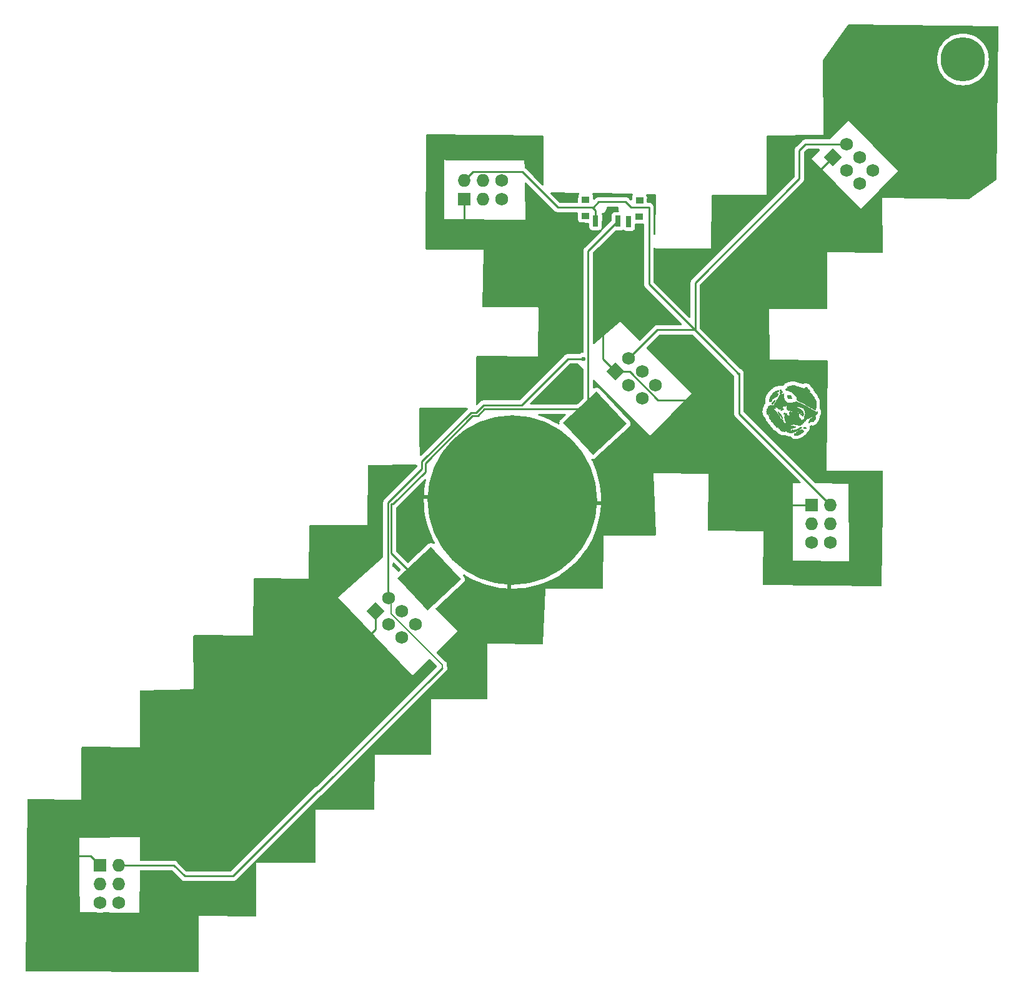
<source format=gbr>
%TF.GenerationSoftware,KiCad,Pcbnew,7.0.11*%
%TF.CreationDate,2024-07-23T21:54:52-05:00*%
%TF.ProjectId,Project Narsil Sword,50726f6a-6563-4742-904e-617273696c20,rev?*%
%TF.SameCoordinates,Original*%
%TF.FileFunction,Copper,L2,Bot*%
%TF.FilePolarity,Positive*%
%FSLAX46Y46*%
G04 Gerber Fmt 4.6, Leading zero omitted, Abs format (unit mm)*
G04 Created by KiCad (PCBNEW 7.0.11) date 2024-07-23 21:54:52*
%MOMM*%
%LPD*%
G01*
G04 APERTURE LIST*
G04 Aperture macros list*
%AMHorizOval*
0 Thick line with rounded ends*
0 $1 width*
0 $2 $3 position (X,Y) of the first rounded end (center of the circle)*
0 $4 $5 position (X,Y) of the second rounded end (center of the circle)*
0 Add line between two ends*
20,1,$1,$2,$3,$4,$5,0*
0 Add two circle primitives to create the rounded ends*
1,1,$1,$2,$3*
1,1,$1,$4,$5*%
%AMRotRect*
0 Rectangle, with rotation*
0 The origin of the aperture is its center*
0 $1 length*
0 $2 width*
0 $3 Rotation angle, in degrees counterclockwise*
0 Add horizontal line*
21,1,$1,$2,0,0,$3*%
G04 Aperture macros list end*
%TA.AperFunction,EtchedComponent*%
%ADD10C,0.010000*%
%TD*%
%TA.AperFunction,SMDPad,CuDef*%
%ADD11RotRect,6.000000X6.200000X133.000000*%
%TD*%
%TA.AperFunction,SMDPad,CuDef*%
%ADD12C,23.000000*%
%TD*%
%TA.AperFunction,ComponentPad*%
%ADD13HorizOval,1.727200X0.000000X0.000000X0.000000X0.000000X0*%
%TD*%
%TA.AperFunction,ComponentPad*%
%ADD14RotRect,1.727200X1.727200X225.000000*%
%TD*%
%TA.AperFunction,ComponentPad*%
%ADD15C,1.727200*%
%TD*%
%TA.AperFunction,ComponentPad*%
%ADD16O,1.727200X1.727200*%
%TD*%
%TA.AperFunction,ComponentPad*%
%ADD17R,1.727200X1.727200*%
%TD*%
%TA.AperFunction,ComponentPad*%
%ADD18C,6.000000*%
%TD*%
%TA.AperFunction,SMDPad,CuDef*%
%ADD19RotRect,1.000000X0.800000X359.000000*%
%TD*%
%TA.AperFunction,SMDPad,CuDef*%
%ADD20RotRect,0.700000X1.500000X359.000000*%
%TD*%
%TA.AperFunction,ViaPad*%
%ADD21C,0.600000*%
%TD*%
%TA.AperFunction,Conductor*%
%ADD22C,0.250000*%
%TD*%
%TA.AperFunction,Conductor*%
%ADD23C,0.200000*%
%TD*%
G04 APERTURE END LIST*
%TO.C,G\u002A\u002A\u002A*%
D10*
X172861541Y-76842732D02*
X172875745Y-76862322D01*
X172872004Y-76887581D01*
X172847773Y-76907814D01*
X172833096Y-76909064D01*
X172810891Y-76893383D01*
X172802407Y-76871248D01*
X172815970Y-76847812D01*
X172837739Y-76834433D01*
X172861541Y-76842732D01*
%TA.AperFunction,EtchedComponent*%
G36*
X172861541Y-76842732D02*
G01*
X172875745Y-76862322D01*
X172872004Y-76887581D01*
X172847773Y-76907814D01*
X172833096Y-76909064D01*
X172810891Y-76893383D01*
X172802407Y-76871248D01*
X172815970Y-76847812D01*
X172837739Y-76834433D01*
X172861541Y-76842732D01*
G37*
%TD.AperFunction*%
X173649459Y-78790788D02*
X173703322Y-78808611D01*
X173742746Y-78834258D01*
X173759158Y-78859389D01*
X173769255Y-78901440D01*
X173766204Y-78944113D01*
X173749491Y-78976558D01*
X173725931Y-78988410D01*
X173682533Y-78992207D01*
X173628136Y-78985420D01*
X173569121Y-78968343D01*
X173523172Y-78947504D01*
X173488006Y-78918592D01*
X173474682Y-78883417D01*
X173481248Y-78839107D01*
X173483109Y-78833374D01*
X173493840Y-78809676D01*
X173511129Y-78796865D01*
X173544215Y-78787348D01*
X173591540Y-78783245D01*
X173649459Y-78790788D01*
%TA.AperFunction,EtchedComponent*%
G36*
X173649459Y-78790788D02*
G01*
X173703322Y-78808611D01*
X173742746Y-78834258D01*
X173759158Y-78859389D01*
X173769255Y-78901440D01*
X173766204Y-78944113D01*
X173749491Y-78976558D01*
X173725931Y-78988410D01*
X173682533Y-78992207D01*
X173628136Y-78985420D01*
X173569121Y-78968343D01*
X173523172Y-78947504D01*
X173488006Y-78918592D01*
X173474682Y-78883417D01*
X173481248Y-78839107D01*
X173483109Y-78833374D01*
X173493840Y-78809676D01*
X173511129Y-78796865D01*
X173544215Y-78787348D01*
X173591540Y-78783245D01*
X173649459Y-78790788D01*
G37*
%TD.AperFunction*%
X173860704Y-73398993D02*
X173907139Y-73408740D01*
X173936371Y-73424204D01*
X173955376Y-73452001D01*
X173962458Y-73485159D01*
X173952686Y-73510933D01*
X173942956Y-73515771D01*
X173910430Y-73521225D01*
X173863196Y-73523537D01*
X173807796Y-73522854D01*
X173750773Y-73519324D01*
X173698671Y-73513093D01*
X173658033Y-73504309D01*
X173640658Y-73498538D01*
X173604321Y-73480106D01*
X173591734Y-73459112D01*
X173601660Y-73434012D01*
X173606336Y-73429069D01*
X173637709Y-73413203D01*
X173685570Y-73402065D01*
X173743182Y-73395852D01*
X173803806Y-73394763D01*
X173860704Y-73398993D01*
%TA.AperFunction,EtchedComponent*%
G36*
X173860704Y-73398993D02*
G01*
X173907139Y-73408740D01*
X173936371Y-73424204D01*
X173955376Y-73452001D01*
X173962458Y-73485159D01*
X173952686Y-73510933D01*
X173942956Y-73515771D01*
X173910430Y-73521225D01*
X173863196Y-73523537D01*
X173807796Y-73522854D01*
X173750773Y-73519324D01*
X173698671Y-73513093D01*
X173658033Y-73504309D01*
X173640658Y-73498538D01*
X173604321Y-73480106D01*
X173591734Y-73459112D01*
X173601660Y-73434012D01*
X173606336Y-73429069D01*
X173637709Y-73413203D01*
X173685570Y-73402065D01*
X173743182Y-73395852D01*
X173803806Y-73394763D01*
X173860704Y-73398993D01*
G37*
%TD.AperFunction*%
X169594695Y-75142277D02*
X169598729Y-75171236D01*
X169598261Y-75174640D01*
X169587779Y-75204754D01*
X169563945Y-75246434D01*
X169525632Y-75301305D01*
X169471718Y-75370995D01*
X169401078Y-75457127D01*
X169371252Y-75493999D01*
X169334824Y-75542476D01*
X169306349Y-75584356D01*
X169290247Y-75613408D01*
X169274871Y-75647372D01*
X169256507Y-75671644D01*
X169233379Y-75679020D01*
X169199073Y-75673742D01*
X169173980Y-75666888D01*
X169144582Y-75652109D01*
X169131300Y-75628306D01*
X169128194Y-75588318D01*
X169130629Y-75565844D01*
X169152143Y-75509667D01*
X169195211Y-75443837D01*
X169259023Y-75369486D01*
X169342771Y-75287750D01*
X169359220Y-75272924D01*
X169431987Y-75211451D01*
X169492829Y-75167235D01*
X169540835Y-75140691D01*
X169575093Y-75132234D01*
X169594695Y-75142277D01*
%TA.AperFunction,EtchedComponent*%
G36*
X169594695Y-75142277D02*
G01*
X169598729Y-75171236D01*
X169598261Y-75174640D01*
X169587779Y-75204754D01*
X169563945Y-75246434D01*
X169525632Y-75301305D01*
X169471718Y-75370995D01*
X169401078Y-75457127D01*
X169371252Y-75493999D01*
X169334824Y-75542476D01*
X169306349Y-75584356D01*
X169290247Y-75613408D01*
X169274871Y-75647372D01*
X169256507Y-75671644D01*
X169233379Y-75679020D01*
X169199073Y-75673742D01*
X169173980Y-75666888D01*
X169144582Y-75652109D01*
X169131300Y-75628306D01*
X169128194Y-75588318D01*
X169130629Y-75565844D01*
X169152143Y-75509667D01*
X169195211Y-75443837D01*
X169259023Y-75369486D01*
X169342771Y-75287750D01*
X169359220Y-75272924D01*
X169431987Y-75211451D01*
X169492829Y-75167235D01*
X169540835Y-75140691D01*
X169575093Y-75132234D01*
X169594695Y-75142277D01*
G37*
%TD.AperFunction*%
X169987889Y-76680977D02*
X170006645Y-76689701D01*
X170048379Y-76719171D01*
X170099633Y-76764057D01*
X170157262Y-76820929D01*
X170218129Y-76886356D01*
X170279089Y-76956909D01*
X170337001Y-77029155D01*
X170388723Y-77099664D01*
X170431116Y-77165006D01*
X170461372Y-77219688D01*
X170494699Y-77289619D01*
X170523301Y-77359963D01*
X170546038Y-77426886D01*
X170561770Y-77486546D01*
X170569356Y-77535108D01*
X170567654Y-77568733D01*
X170555525Y-77583585D01*
X170542803Y-77582210D01*
X170525002Y-77571116D01*
X170500355Y-77548101D01*
X170466803Y-77511035D01*
X170422289Y-77457789D01*
X170364753Y-77386234D01*
X170297259Y-77299637D01*
X170217463Y-77192327D01*
X170146359Y-77091062D01*
X170084758Y-76997363D01*
X170033474Y-76912748D01*
X169993318Y-76838739D01*
X169965101Y-76776856D01*
X169949639Y-76728618D01*
X169947741Y-76695545D01*
X169960220Y-76679158D01*
X169987889Y-76680977D01*
%TA.AperFunction,EtchedComponent*%
G36*
X169987889Y-76680977D02*
G01*
X170006645Y-76689701D01*
X170048379Y-76719171D01*
X170099633Y-76764057D01*
X170157262Y-76820929D01*
X170218129Y-76886356D01*
X170279089Y-76956909D01*
X170337001Y-77029155D01*
X170388723Y-77099664D01*
X170431116Y-77165006D01*
X170461372Y-77219688D01*
X170494699Y-77289619D01*
X170523301Y-77359963D01*
X170546038Y-77426886D01*
X170561770Y-77486546D01*
X170569356Y-77535108D01*
X170567654Y-77568733D01*
X170555525Y-77583585D01*
X170542803Y-77582210D01*
X170525002Y-77571116D01*
X170500355Y-77548101D01*
X170466803Y-77511035D01*
X170422289Y-77457789D01*
X170364753Y-77386234D01*
X170297259Y-77299637D01*
X170217463Y-77192327D01*
X170146359Y-77091062D01*
X170084758Y-76997363D01*
X170033474Y-76912748D01*
X169993318Y-76838739D01*
X169965101Y-76776856D01*
X169949639Y-76728618D01*
X169947741Y-76695545D01*
X169960220Y-76679158D01*
X169987889Y-76680977D01*
G37*
%TD.AperFunction*%
X170369670Y-73685113D02*
X170394001Y-73714130D01*
X170420904Y-73763592D01*
X170431121Y-73781830D01*
X170472503Y-73835024D01*
X170526395Y-73885419D01*
X170584387Y-73924728D01*
X170599839Y-73939263D01*
X170612462Y-73968494D01*
X170613114Y-73982692D01*
X170606576Y-74002146D01*
X170588004Y-74026340D01*
X170553705Y-74061091D01*
X170513541Y-74095650D01*
X170456390Y-74136292D01*
X170395830Y-74172490D01*
X170339173Y-74199931D01*
X170293732Y-74214308D01*
X170282840Y-74215683D01*
X170257380Y-74211190D01*
X170245321Y-74191306D01*
X170245934Y-74153565D01*
X170258487Y-74095497D01*
X170271075Y-74044478D01*
X170280649Y-73987667D01*
X170280347Y-73942351D01*
X170269887Y-73901441D01*
X170248985Y-73857850D01*
X170241516Y-73844121D01*
X170214515Y-73785377D01*
X170205691Y-73741903D01*
X170215741Y-73710961D01*
X170245361Y-73689807D01*
X170295247Y-73675700D01*
X170307538Y-73673597D01*
X170342615Y-73672837D01*
X170369670Y-73685113D01*
%TA.AperFunction,EtchedComponent*%
G36*
X170369670Y-73685113D02*
G01*
X170394001Y-73714130D01*
X170420904Y-73763592D01*
X170431121Y-73781830D01*
X170472503Y-73835024D01*
X170526395Y-73885419D01*
X170584387Y-73924728D01*
X170599839Y-73939263D01*
X170612462Y-73968494D01*
X170613114Y-73982692D01*
X170606576Y-74002146D01*
X170588004Y-74026340D01*
X170553705Y-74061091D01*
X170513541Y-74095650D01*
X170456390Y-74136292D01*
X170395830Y-74172490D01*
X170339173Y-74199931D01*
X170293732Y-74214308D01*
X170282840Y-74215683D01*
X170257380Y-74211190D01*
X170245321Y-74191306D01*
X170245934Y-74153565D01*
X170258487Y-74095497D01*
X170271075Y-74044478D01*
X170280649Y-73987667D01*
X170280347Y-73942351D01*
X170269887Y-73901441D01*
X170248985Y-73857850D01*
X170241516Y-73844121D01*
X170214515Y-73785377D01*
X170205691Y-73741903D01*
X170215741Y-73710961D01*
X170245361Y-73689807D01*
X170295247Y-73675700D01*
X170307538Y-73673597D01*
X170342615Y-73672837D01*
X170369670Y-73685113D01*
G37*
%TD.AperFunction*%
X173311840Y-79099173D02*
X173324838Y-79109791D01*
X173325017Y-79134957D01*
X173323782Y-79142780D01*
X173306925Y-79186406D01*
X173273934Y-79240825D01*
X173227976Y-79302063D01*
X173172224Y-79366151D01*
X173109847Y-79429116D01*
X173044015Y-79486987D01*
X173015771Y-79509411D01*
X172962700Y-79547141D01*
X172913952Y-79573909D01*
X172860635Y-79594953D01*
X172830418Y-79603802D01*
X172755557Y-79617046D01*
X172676744Y-79621512D01*
X172603152Y-79616962D01*
X172543949Y-79603160D01*
X172534910Y-79599311D01*
X172496121Y-79573964D01*
X172462400Y-79539704D01*
X172439561Y-79503429D01*
X172433416Y-79472033D01*
X172435840Y-79461547D01*
X172459398Y-79421629D01*
X172506273Y-79380465D01*
X172577111Y-79337571D01*
X172672561Y-79292462D01*
X172705187Y-79278607D01*
X172824727Y-79230755D01*
X172933450Y-79191864D01*
X173027638Y-79163195D01*
X173103575Y-79146013D01*
X173129441Y-79140817D01*
X173178869Y-79127174D01*
X173217712Y-79112031D01*
X173223007Y-79109513D01*
X173261601Y-79097424D01*
X173295105Y-79095559D01*
X173311840Y-79099173D01*
%TA.AperFunction,EtchedComponent*%
G36*
X173311840Y-79099173D02*
G01*
X173324838Y-79109791D01*
X173325017Y-79134957D01*
X173323782Y-79142780D01*
X173306925Y-79186406D01*
X173273934Y-79240825D01*
X173227976Y-79302063D01*
X173172224Y-79366151D01*
X173109847Y-79429116D01*
X173044015Y-79486987D01*
X173015771Y-79509411D01*
X172962700Y-79547141D01*
X172913952Y-79573909D01*
X172860635Y-79594953D01*
X172830418Y-79603802D01*
X172755557Y-79617046D01*
X172676744Y-79621512D01*
X172603152Y-79616962D01*
X172543949Y-79603160D01*
X172534910Y-79599311D01*
X172496121Y-79573964D01*
X172462400Y-79539704D01*
X172439561Y-79503429D01*
X172433416Y-79472033D01*
X172435840Y-79461547D01*
X172459398Y-79421629D01*
X172506273Y-79380465D01*
X172577111Y-79337571D01*
X172672561Y-79292462D01*
X172705187Y-79278607D01*
X172824727Y-79230755D01*
X172933450Y-79191864D01*
X173027638Y-79163195D01*
X173103575Y-79146013D01*
X173129441Y-79140817D01*
X173178869Y-79127174D01*
X173217712Y-79112031D01*
X173223007Y-79109513D01*
X173261601Y-79097424D01*
X173295105Y-79095559D01*
X173311840Y-79099173D01*
G37*
%TD.AperFunction*%
X173423915Y-79252370D02*
X173439603Y-79278672D01*
X173441126Y-79312746D01*
X173425099Y-79349962D01*
X173388884Y-79399043D01*
X173336225Y-79454792D01*
X173270355Y-79514717D01*
X173194511Y-79576328D01*
X173111930Y-79637132D01*
X173025849Y-79694641D01*
X172939504Y-79746359D01*
X172856131Y-79789798D01*
X172778966Y-79822465D01*
X172743424Y-79834497D01*
X172657204Y-79858034D01*
X172567283Y-79875995D01*
X172479173Y-79887752D01*
X172398384Y-79892672D01*
X172330426Y-79890126D01*
X172280812Y-79879481D01*
X172280249Y-79879264D01*
X172249583Y-79865433D01*
X172229915Y-79853155D01*
X172222678Y-79844761D01*
X172205766Y-79805890D01*
X172197733Y-79754910D01*
X172198660Y-79700713D01*
X172208629Y-79652198D01*
X172227726Y-79618258D01*
X172237660Y-79609606D01*
X172266759Y-79596511D01*
X172304995Y-79596098D01*
X172356457Y-79608703D01*
X172425223Y-79634668D01*
X172484941Y-79658537D01*
X172589527Y-79694135D01*
X172678235Y-79714502D01*
X172753781Y-79719957D01*
X172818874Y-79710816D01*
X172876231Y-79687396D01*
X172886218Y-79680855D01*
X172917703Y-79656436D01*
X172962507Y-79618882D01*
X173017292Y-79571080D01*
X173078722Y-79515917D01*
X173143454Y-79456281D01*
X173180803Y-79421594D01*
X173240976Y-79366428D01*
X173294272Y-79318447D01*
X173337796Y-79280216D01*
X173368651Y-79254301D01*
X173383942Y-79243266D01*
X173399686Y-79240670D01*
X173423915Y-79252370D01*
%TA.AperFunction,EtchedComponent*%
G36*
X173423915Y-79252370D02*
G01*
X173439603Y-79278672D01*
X173441126Y-79312746D01*
X173425099Y-79349962D01*
X173388884Y-79399043D01*
X173336225Y-79454792D01*
X173270355Y-79514717D01*
X173194511Y-79576328D01*
X173111930Y-79637132D01*
X173025849Y-79694641D01*
X172939504Y-79746359D01*
X172856131Y-79789798D01*
X172778966Y-79822465D01*
X172743424Y-79834497D01*
X172657204Y-79858034D01*
X172567283Y-79875995D01*
X172479173Y-79887752D01*
X172398384Y-79892672D01*
X172330426Y-79890126D01*
X172280812Y-79879481D01*
X172280249Y-79879264D01*
X172249583Y-79865433D01*
X172229915Y-79853155D01*
X172222678Y-79844761D01*
X172205766Y-79805890D01*
X172197733Y-79754910D01*
X172198660Y-79700713D01*
X172208629Y-79652198D01*
X172227726Y-79618258D01*
X172237660Y-79609606D01*
X172266759Y-79596511D01*
X172304995Y-79596098D01*
X172356457Y-79608703D01*
X172425223Y-79634668D01*
X172484941Y-79658537D01*
X172589527Y-79694135D01*
X172678235Y-79714502D01*
X172753781Y-79719957D01*
X172818874Y-79710816D01*
X172876231Y-79687396D01*
X172886218Y-79680855D01*
X172917703Y-79656436D01*
X172962507Y-79618882D01*
X173017292Y-79571080D01*
X173078722Y-79515917D01*
X173143454Y-79456281D01*
X173180803Y-79421594D01*
X173240976Y-79366428D01*
X173294272Y-79318447D01*
X173337796Y-79280216D01*
X173368651Y-79254301D01*
X173383942Y-79243266D01*
X173399686Y-79240670D01*
X173423915Y-79252370D01*
G37*
%TD.AperFunction*%
X173188044Y-78746952D02*
X173200220Y-78751428D01*
X173209565Y-78763588D01*
X173201984Y-78787856D01*
X173189729Y-78809659D01*
X173147729Y-78858964D01*
X173084702Y-78913077D01*
X173002776Y-78970053D01*
X172993027Y-78976374D01*
X172939644Y-79014142D01*
X172888494Y-79054755D01*
X172849466Y-79090451D01*
X172835678Y-79104366D01*
X172806087Y-79130474D01*
X172774338Y-79150939D01*
X172733038Y-79170067D01*
X172674795Y-79192162D01*
X172651091Y-79201120D01*
X172580244Y-79230912D01*
X172505334Y-79265779D01*
X172439079Y-79299910D01*
X172307851Y-79366670D01*
X172140784Y-79436475D01*
X171974862Y-79489638D01*
X171814558Y-79524767D01*
X171664345Y-79540475D01*
X171650373Y-79540902D01*
X171602906Y-79540613D01*
X171567015Y-79537737D01*
X171549585Y-79532739D01*
X171545814Y-79526659D01*
X171541389Y-79498680D01*
X171543712Y-79461479D01*
X171551616Y-79425702D01*
X171563931Y-79401988D01*
X171569701Y-79397365D01*
X171596576Y-79380698D01*
X171637412Y-79358367D01*
X171685912Y-79333888D01*
X171714252Y-79320030D01*
X171762817Y-79294814D01*
X171795101Y-79274006D01*
X171815840Y-79253417D01*
X171829765Y-79228861D01*
X171841612Y-79196149D01*
X171845121Y-79185778D01*
X171868325Y-79137873D01*
X171900260Y-79108164D01*
X171947032Y-79090533D01*
X171964869Y-79087048D01*
X172001734Y-79089202D01*
X172022742Y-79109182D01*
X172028654Y-79148202D01*
X172020230Y-79207475D01*
X172011432Y-79250936D01*
X172009302Y-79275617D01*
X172014555Y-79285041D01*
X172027648Y-79283906D01*
X172028978Y-79283475D01*
X172052280Y-79268066D01*
X172086716Y-79236143D01*
X172128484Y-79191202D01*
X172142296Y-79175815D01*
X172179486Y-79137370D01*
X172212072Y-79107611D01*
X172234257Y-79091976D01*
X172246689Y-79087114D01*
X172263730Y-79086781D01*
X172282173Y-79099306D01*
X172309247Y-79128178D01*
X172333847Y-79155146D01*
X172351012Y-79168334D01*
X172365074Y-79167106D01*
X172383110Y-79153930D01*
X172401963Y-79139890D01*
X172460833Y-79105197D01*
X172533633Y-79071359D01*
X172612593Y-79042164D01*
X172639321Y-79033214D01*
X172673537Y-79019033D01*
X172702103Y-79001113D01*
X172732516Y-78974360D01*
X172772271Y-78933680D01*
X172783742Y-78921687D01*
X172821583Y-78884134D01*
X172851375Y-78859846D01*
X172879858Y-78843967D01*
X172913771Y-78831634D01*
X172933003Y-78825157D01*
X172981829Y-78805741D01*
X173022140Y-78786093D01*
X173036773Y-78778225D01*
X173093102Y-78755504D01*
X173146349Y-78744413D01*
X173188044Y-78746952D01*
%TA.AperFunction,EtchedComponent*%
G36*
X173188044Y-78746952D02*
G01*
X173200220Y-78751428D01*
X173209565Y-78763588D01*
X173201984Y-78787856D01*
X173189729Y-78809659D01*
X173147729Y-78858964D01*
X173084702Y-78913077D01*
X173002776Y-78970053D01*
X172993027Y-78976374D01*
X172939644Y-79014142D01*
X172888494Y-79054755D01*
X172849466Y-79090451D01*
X172835678Y-79104366D01*
X172806087Y-79130474D01*
X172774338Y-79150939D01*
X172733038Y-79170067D01*
X172674795Y-79192162D01*
X172651091Y-79201120D01*
X172580244Y-79230912D01*
X172505334Y-79265779D01*
X172439079Y-79299910D01*
X172307851Y-79366670D01*
X172140784Y-79436475D01*
X171974862Y-79489638D01*
X171814558Y-79524767D01*
X171664345Y-79540475D01*
X171650373Y-79540902D01*
X171602906Y-79540613D01*
X171567015Y-79537737D01*
X171549585Y-79532739D01*
X171545814Y-79526659D01*
X171541389Y-79498680D01*
X171543712Y-79461479D01*
X171551616Y-79425702D01*
X171563931Y-79401988D01*
X171569701Y-79397365D01*
X171596576Y-79380698D01*
X171637412Y-79358367D01*
X171685912Y-79333888D01*
X171714252Y-79320030D01*
X171762817Y-79294814D01*
X171795101Y-79274006D01*
X171815840Y-79253417D01*
X171829765Y-79228861D01*
X171841612Y-79196149D01*
X171845121Y-79185778D01*
X171868325Y-79137873D01*
X171900260Y-79108164D01*
X171947032Y-79090533D01*
X171964869Y-79087048D01*
X172001734Y-79089202D01*
X172022742Y-79109182D01*
X172028654Y-79148202D01*
X172020230Y-79207475D01*
X172011432Y-79250936D01*
X172009302Y-79275617D01*
X172014555Y-79285041D01*
X172027648Y-79283906D01*
X172028978Y-79283475D01*
X172052280Y-79268066D01*
X172086716Y-79236143D01*
X172128484Y-79191202D01*
X172142296Y-79175815D01*
X172179486Y-79137370D01*
X172212072Y-79107611D01*
X172234257Y-79091976D01*
X172246689Y-79087114D01*
X172263730Y-79086781D01*
X172282173Y-79099306D01*
X172309247Y-79128178D01*
X172333847Y-79155146D01*
X172351012Y-79168334D01*
X172365074Y-79167106D01*
X172383110Y-79153930D01*
X172401963Y-79139890D01*
X172460833Y-79105197D01*
X172533633Y-79071359D01*
X172612593Y-79042164D01*
X172639321Y-79033214D01*
X172673537Y-79019033D01*
X172702103Y-79001113D01*
X172732516Y-78974360D01*
X172772271Y-78933680D01*
X172783742Y-78921687D01*
X172821583Y-78884134D01*
X172851375Y-78859846D01*
X172879858Y-78843967D01*
X172913771Y-78831634D01*
X172933003Y-78825157D01*
X172981829Y-78805741D01*
X173022140Y-78786093D01*
X173036773Y-78778225D01*
X173093102Y-78755504D01*
X173146349Y-78744413D01*
X173188044Y-78746952D01*
G37*
%TD.AperFunction*%
X170050936Y-73759489D02*
X170056252Y-73768014D01*
X170061981Y-73799977D01*
X170060128Y-73842752D01*
X170051464Y-73887362D01*
X170036757Y-73924836D01*
X170027959Y-73939263D01*
X169978562Y-73999415D01*
X169915248Y-74053790D01*
X169846995Y-74094364D01*
X169700076Y-74169312D01*
X169535646Y-74275301D01*
X169391420Y-74395228D01*
X169268349Y-74528382D01*
X169237630Y-74567727D01*
X169199818Y-74622374D01*
X169178895Y-74664207D01*
X169173659Y-74695920D01*
X169182916Y-74720200D01*
X169191193Y-74728764D01*
X169207068Y-74731431D01*
X169226138Y-74716323D01*
X169250439Y-74681484D01*
X169282003Y-74624962D01*
X169286576Y-74616399D01*
X169357185Y-74507422D01*
X169440249Y-74419491D01*
X169537570Y-74350678D01*
X169588141Y-74323822D01*
X169661283Y-74290364D01*
X169736835Y-74260865D01*
X169810603Y-74236540D01*
X169878389Y-74218608D01*
X169935999Y-74208287D01*
X169979235Y-74206794D01*
X170003901Y-74215348D01*
X170007396Y-74233497D01*
X170002740Y-74268681D01*
X169991416Y-74314081D01*
X169975091Y-74363053D01*
X169955427Y-74408946D01*
X169952080Y-74415461D01*
X169913409Y-74472990D01*
X169858142Y-74535557D01*
X169792006Y-74598111D01*
X169720726Y-74655601D01*
X169650027Y-74702975D01*
X169585635Y-74735180D01*
X169574617Y-74739821D01*
X169532905Y-74760614D01*
X169481873Y-74789203D01*
X169430148Y-74820834D01*
X169413811Y-74831058D01*
X169358385Y-74862772D01*
X169304391Y-74889917D01*
X169261529Y-74907507D01*
X169236478Y-74916078D01*
X169196937Y-74933276D01*
X169168828Y-74954376D01*
X169149860Y-74983675D01*
X169137740Y-75025474D01*
X169130174Y-75084073D01*
X169124868Y-75163773D01*
X169124349Y-75172570D01*
X169119335Y-75213849D01*
X169109080Y-75238837D01*
X169090680Y-75255308D01*
X169061781Y-75268355D01*
X169012887Y-75282622D01*
X168956737Y-75294120D01*
X168903059Y-75300908D01*
X168861585Y-75301045D01*
X168829411Y-75293236D01*
X168805943Y-75280415D01*
X168797374Y-75267553D01*
X168787751Y-75226908D01*
X168786834Y-75169022D01*
X168793956Y-75098007D01*
X168808452Y-75017972D01*
X168829656Y-74933030D01*
X168856899Y-74847289D01*
X168889517Y-74764863D01*
X168953007Y-74634638D01*
X169058447Y-74459743D01*
X169180039Y-74298258D01*
X169315376Y-74152970D01*
X169462053Y-74026659D01*
X169617667Y-73922112D01*
X169632736Y-73913434D01*
X169712357Y-73870483D01*
X169791256Y-73832303D01*
X169865886Y-73800223D01*
X169932712Y-73775572D01*
X169988189Y-73759680D01*
X170028778Y-73753877D01*
X170050936Y-73759489D01*
%TA.AperFunction,EtchedComponent*%
G36*
X170050936Y-73759489D02*
G01*
X170056252Y-73768014D01*
X170061981Y-73799977D01*
X170060128Y-73842752D01*
X170051464Y-73887362D01*
X170036757Y-73924836D01*
X170027959Y-73939263D01*
X169978562Y-73999415D01*
X169915248Y-74053790D01*
X169846995Y-74094364D01*
X169700076Y-74169312D01*
X169535646Y-74275301D01*
X169391420Y-74395228D01*
X169268349Y-74528382D01*
X169237630Y-74567727D01*
X169199818Y-74622374D01*
X169178895Y-74664207D01*
X169173659Y-74695920D01*
X169182916Y-74720200D01*
X169191193Y-74728764D01*
X169207068Y-74731431D01*
X169226138Y-74716323D01*
X169250439Y-74681484D01*
X169282003Y-74624962D01*
X169286576Y-74616399D01*
X169357185Y-74507422D01*
X169440249Y-74419491D01*
X169537570Y-74350678D01*
X169588141Y-74323822D01*
X169661283Y-74290364D01*
X169736835Y-74260865D01*
X169810603Y-74236540D01*
X169878389Y-74218608D01*
X169935999Y-74208287D01*
X169979235Y-74206794D01*
X170003901Y-74215348D01*
X170007396Y-74233497D01*
X170002740Y-74268681D01*
X169991416Y-74314081D01*
X169975091Y-74363053D01*
X169955427Y-74408946D01*
X169952080Y-74415461D01*
X169913409Y-74472990D01*
X169858142Y-74535557D01*
X169792006Y-74598111D01*
X169720726Y-74655601D01*
X169650027Y-74702975D01*
X169585635Y-74735180D01*
X169574617Y-74739821D01*
X169532905Y-74760614D01*
X169481873Y-74789203D01*
X169430148Y-74820834D01*
X169413811Y-74831058D01*
X169358385Y-74862772D01*
X169304391Y-74889917D01*
X169261529Y-74907507D01*
X169236478Y-74916078D01*
X169196937Y-74933276D01*
X169168828Y-74954376D01*
X169149860Y-74983675D01*
X169137740Y-75025474D01*
X169130174Y-75084073D01*
X169124868Y-75163773D01*
X169124349Y-75172570D01*
X169119335Y-75213849D01*
X169109080Y-75238837D01*
X169090680Y-75255308D01*
X169061781Y-75268355D01*
X169012887Y-75282622D01*
X168956737Y-75294120D01*
X168903059Y-75300908D01*
X168861585Y-75301045D01*
X168829411Y-75293236D01*
X168805943Y-75280415D01*
X168797374Y-75267553D01*
X168787751Y-75226908D01*
X168786834Y-75169022D01*
X168793956Y-75098007D01*
X168808452Y-75017972D01*
X168829656Y-74933030D01*
X168856899Y-74847289D01*
X168889517Y-74764863D01*
X168953007Y-74634638D01*
X169058447Y-74459743D01*
X169180039Y-74298258D01*
X169315376Y-74152970D01*
X169462053Y-74026659D01*
X169617667Y-73922112D01*
X169632736Y-73913434D01*
X169712357Y-73870483D01*
X169791256Y-73832303D01*
X169865886Y-73800223D01*
X169932712Y-73775572D01*
X169988189Y-73759680D01*
X170028778Y-73753877D01*
X170050936Y-73759489D01*
G37*
%TD.AperFunction*%
X172029608Y-73086757D02*
X172044540Y-73088288D01*
X172097366Y-73098631D01*
X172159031Y-73115766D01*
X172219067Y-73136924D01*
X172243770Y-73146561D01*
X172329436Y-73177759D01*
X172434788Y-73213551D01*
X172556161Y-73252770D01*
X172689888Y-73294248D01*
X172832304Y-73336816D01*
X172979741Y-73379307D01*
X172987768Y-73381579D01*
X173077512Y-73407297D01*
X173182387Y-73437782D01*
X173294091Y-73470602D01*
X173404327Y-73503316D01*
X173504796Y-73533489D01*
X173540102Y-73544072D01*
X173629672Y-73570091D01*
X173716454Y-73594225D01*
X173795086Y-73615040D01*
X173860211Y-73631101D01*
X173906466Y-73640974D01*
X173944080Y-73647695D01*
X174016394Y-73660576D01*
X174069810Y-73670822D01*
X174108521Y-73680168D01*
X174136721Y-73690351D01*
X174158603Y-73703104D01*
X174178362Y-73720165D01*
X174200191Y-73743269D01*
X174228284Y-73774150D01*
X174234932Y-73781413D01*
X174288716Y-73846702D01*
X174320844Y-73900093D01*
X174331196Y-73941328D01*
X174319651Y-73970152D01*
X174306334Y-73978810D01*
X174282999Y-73979862D01*
X174268140Y-73978764D01*
X174244839Y-73991082D01*
X174224110Y-74001593D01*
X174189387Y-73994364D01*
X174162785Y-73988104D01*
X174120137Y-73986734D01*
X174073873Y-73990767D01*
X174033618Y-73999291D01*
X174008997Y-74011398D01*
X174004822Y-74028615D01*
X174021157Y-74047696D01*
X174053594Y-74066725D01*
X174097584Y-74083925D01*
X174148579Y-74097523D01*
X174202029Y-74105739D01*
X174253386Y-74106802D01*
X174277289Y-74105849D01*
X174317511Y-74108432D01*
X174353860Y-74118683D01*
X174389234Y-74138906D01*
X174426534Y-74171408D01*
X174468659Y-74218493D01*
X174518510Y-74282466D01*
X174578986Y-74365634D01*
X174609454Y-74406364D01*
X174655348Y-74464158D01*
X174706476Y-74525803D01*
X174756379Y-74583372D01*
X174788436Y-74619593D01*
X174825855Y-74663696D01*
X174852602Y-74699392D01*
X174872692Y-74732844D01*
X174890140Y-74770220D01*
X174908960Y-74817684D01*
X174934792Y-74885086D01*
X174964220Y-74960714D01*
X174987517Y-75018276D01*
X175006263Y-75061109D01*
X175022043Y-75092554D01*
X175036439Y-75115950D01*
X175051035Y-75134638D01*
X175067413Y-75151955D01*
X175089670Y-75175011D01*
X175106154Y-75196206D01*
X175118727Y-75220623D01*
X175129597Y-75253687D01*
X175140970Y-75300821D01*
X175155052Y-75367451D01*
X175163641Y-75414244D01*
X175169899Y-75477068D01*
X175168347Y-75541171D01*
X175159176Y-75618057D01*
X175157695Y-75628369D01*
X175149442Y-75696134D01*
X175141283Y-75778111D01*
X175134091Y-75864884D01*
X175128736Y-75947039D01*
X175126725Y-75982123D01*
X175117215Y-76109259D01*
X175105349Y-76217961D01*
X175091378Y-76306842D01*
X175075552Y-76374513D01*
X175058124Y-76419583D01*
X175039346Y-76440667D01*
X175024618Y-76439176D01*
X174988412Y-76425814D01*
X174933221Y-76400610D01*
X174860498Y-76364329D01*
X174771698Y-76317736D01*
X174668272Y-76261596D01*
X174551675Y-76196673D01*
X174423361Y-76123732D01*
X174284781Y-76043539D01*
X174204567Y-75996771D01*
X174034104Y-75897671D01*
X173882626Y-75810118D01*
X173748170Y-75733068D01*
X173628776Y-75665475D01*
X173522481Y-75606296D01*
X173427327Y-75554487D01*
X173341351Y-75508999D01*
X173262591Y-75468792D01*
X173189087Y-75432821D01*
X173118878Y-75400038D01*
X173050002Y-75369402D01*
X172980499Y-75339865D01*
X172908406Y-75310386D01*
X172833978Y-75279816D01*
X172763488Y-75248874D01*
X172709984Y-75222405D01*
X172669589Y-75198466D01*
X172638421Y-75175113D01*
X172629986Y-75167829D01*
X172597977Y-75136385D01*
X172576144Y-75104437D01*
X172562041Y-75065760D01*
X172553219Y-75014133D01*
X172547228Y-74943332D01*
X172538749Y-74866056D01*
X172522359Y-74798013D01*
X172495317Y-74733127D01*
X172454836Y-74664729D01*
X172398134Y-74586150D01*
X172337599Y-74511535D01*
X172231733Y-74397019D01*
X172114267Y-74286078D01*
X171988416Y-74180905D01*
X171857392Y-74083695D01*
X171724409Y-73996639D01*
X171592682Y-73921931D01*
X171465423Y-73861765D01*
X171345845Y-73818333D01*
X171237164Y-73793830D01*
X171199925Y-73788004D01*
X171151499Y-73778831D01*
X171116008Y-73770277D01*
X171074554Y-73752992D01*
X171044561Y-73723288D01*
X171026650Y-73676022D01*
X171022157Y-73649503D01*
X171026350Y-73614454D01*
X171046971Y-73585177D01*
X171086881Y-73558266D01*
X171148937Y-73530310D01*
X171160669Y-73525538D01*
X171208458Y-73504425D01*
X171247464Y-73484681D01*
X171270174Y-73470043D01*
X171273250Y-73467214D01*
X171284130Y-73452080D01*
X171279893Y-73435235D01*
X171259078Y-73408592D01*
X171251851Y-73399675D01*
X171232977Y-73369185D01*
X171226438Y-73345810D01*
X171227276Y-73339538D01*
X171231655Y-73329983D01*
X171243364Y-73321810D01*
X171266743Y-73313199D01*
X171306142Y-73302330D01*
X171365900Y-73287382D01*
X171383869Y-73282072D01*
X171433804Y-73261620D01*
X171479823Y-73236369D01*
X171494332Y-73227619D01*
X171546275Y-73204694D01*
X171614550Y-73185289D01*
X171702168Y-73168658D01*
X171812141Y-73154054D01*
X171857208Y-73148150D01*
X171894946Y-73139893D01*
X171918340Y-73128632D01*
X171933503Y-73112260D01*
X171940640Y-73102733D01*
X171957970Y-73090131D01*
X171985071Y-73085483D01*
X172029608Y-73086757D01*
%TA.AperFunction,EtchedComponent*%
G36*
X172029608Y-73086757D02*
G01*
X172044540Y-73088288D01*
X172097366Y-73098631D01*
X172159031Y-73115766D01*
X172219067Y-73136924D01*
X172243770Y-73146561D01*
X172329436Y-73177759D01*
X172434788Y-73213551D01*
X172556161Y-73252770D01*
X172689888Y-73294248D01*
X172832304Y-73336816D01*
X172979741Y-73379307D01*
X172987768Y-73381579D01*
X173077512Y-73407297D01*
X173182387Y-73437782D01*
X173294091Y-73470602D01*
X173404327Y-73503316D01*
X173504796Y-73533489D01*
X173540102Y-73544072D01*
X173629672Y-73570091D01*
X173716454Y-73594225D01*
X173795086Y-73615040D01*
X173860211Y-73631101D01*
X173906466Y-73640974D01*
X173944080Y-73647695D01*
X174016394Y-73660576D01*
X174069810Y-73670822D01*
X174108521Y-73680168D01*
X174136721Y-73690351D01*
X174158603Y-73703104D01*
X174178362Y-73720165D01*
X174200191Y-73743269D01*
X174228284Y-73774150D01*
X174234932Y-73781413D01*
X174288716Y-73846702D01*
X174320844Y-73900093D01*
X174331196Y-73941328D01*
X174319651Y-73970152D01*
X174306334Y-73978810D01*
X174282999Y-73979862D01*
X174268140Y-73978764D01*
X174244839Y-73991082D01*
X174224110Y-74001593D01*
X174189387Y-73994364D01*
X174162785Y-73988104D01*
X174120137Y-73986734D01*
X174073873Y-73990767D01*
X174033618Y-73999291D01*
X174008997Y-74011398D01*
X174004822Y-74028615D01*
X174021157Y-74047696D01*
X174053594Y-74066725D01*
X174097584Y-74083925D01*
X174148579Y-74097523D01*
X174202029Y-74105739D01*
X174253386Y-74106802D01*
X174277289Y-74105849D01*
X174317511Y-74108432D01*
X174353860Y-74118683D01*
X174389234Y-74138906D01*
X174426534Y-74171408D01*
X174468659Y-74218493D01*
X174518510Y-74282466D01*
X174578986Y-74365634D01*
X174609454Y-74406364D01*
X174655348Y-74464158D01*
X174706476Y-74525803D01*
X174756379Y-74583372D01*
X174788436Y-74619593D01*
X174825855Y-74663696D01*
X174852602Y-74699392D01*
X174872692Y-74732844D01*
X174890140Y-74770220D01*
X174908960Y-74817684D01*
X174934792Y-74885086D01*
X174964220Y-74960714D01*
X174987517Y-75018276D01*
X175006263Y-75061109D01*
X175022043Y-75092554D01*
X175036439Y-75115950D01*
X175051035Y-75134638D01*
X175067413Y-75151955D01*
X175089670Y-75175011D01*
X175106154Y-75196206D01*
X175118727Y-75220623D01*
X175129597Y-75253687D01*
X175140970Y-75300821D01*
X175155052Y-75367451D01*
X175163641Y-75414244D01*
X175169899Y-75477068D01*
X175168347Y-75541171D01*
X175159176Y-75618057D01*
X175157695Y-75628369D01*
X175149442Y-75696134D01*
X175141283Y-75778111D01*
X175134091Y-75864884D01*
X175128736Y-75947039D01*
X175126725Y-75982123D01*
X175117215Y-76109259D01*
X175105349Y-76217961D01*
X175091378Y-76306842D01*
X175075552Y-76374513D01*
X175058124Y-76419583D01*
X175039346Y-76440667D01*
X175024618Y-76439176D01*
X174988412Y-76425814D01*
X174933221Y-76400610D01*
X174860498Y-76364329D01*
X174771698Y-76317736D01*
X174668272Y-76261596D01*
X174551675Y-76196673D01*
X174423361Y-76123732D01*
X174284781Y-76043539D01*
X174204567Y-75996771D01*
X174034104Y-75897671D01*
X173882626Y-75810118D01*
X173748170Y-75733068D01*
X173628776Y-75665475D01*
X173522481Y-75606296D01*
X173427327Y-75554487D01*
X173341351Y-75508999D01*
X173262591Y-75468792D01*
X173189087Y-75432821D01*
X173118878Y-75400038D01*
X173050002Y-75369402D01*
X172980499Y-75339865D01*
X172908406Y-75310386D01*
X172833978Y-75279816D01*
X172763488Y-75248874D01*
X172709984Y-75222405D01*
X172669589Y-75198466D01*
X172638421Y-75175113D01*
X172629986Y-75167829D01*
X172597977Y-75136385D01*
X172576144Y-75104437D01*
X172562041Y-75065760D01*
X172553219Y-75014133D01*
X172547228Y-74943332D01*
X172538749Y-74866056D01*
X172522359Y-74798013D01*
X172495317Y-74733127D01*
X172454836Y-74664729D01*
X172398134Y-74586150D01*
X172337599Y-74511535D01*
X172231733Y-74397019D01*
X172114267Y-74286078D01*
X171988416Y-74180905D01*
X171857392Y-74083695D01*
X171724409Y-73996639D01*
X171592682Y-73921931D01*
X171465423Y-73861765D01*
X171345845Y-73818333D01*
X171237164Y-73793830D01*
X171199925Y-73788004D01*
X171151499Y-73778831D01*
X171116008Y-73770277D01*
X171074554Y-73752992D01*
X171044561Y-73723288D01*
X171026650Y-73676022D01*
X171022157Y-73649503D01*
X171026350Y-73614454D01*
X171046971Y-73585177D01*
X171086881Y-73558266D01*
X171148937Y-73530310D01*
X171160669Y-73525538D01*
X171208458Y-73504425D01*
X171247464Y-73484681D01*
X171270174Y-73470043D01*
X171273250Y-73467214D01*
X171284130Y-73452080D01*
X171279893Y-73435235D01*
X171259078Y-73408592D01*
X171251851Y-73399675D01*
X171232977Y-73369185D01*
X171226438Y-73345810D01*
X171227276Y-73339538D01*
X171231655Y-73329983D01*
X171243364Y-73321810D01*
X171266743Y-73313199D01*
X171306142Y-73302330D01*
X171365900Y-73287382D01*
X171383869Y-73282072D01*
X171433804Y-73261620D01*
X171479823Y-73236369D01*
X171494332Y-73227619D01*
X171546275Y-73204694D01*
X171614550Y-73185289D01*
X171702168Y-73168658D01*
X171812141Y-73154054D01*
X171857208Y-73148150D01*
X171894946Y-73139893D01*
X171918340Y-73128632D01*
X171933503Y-73112260D01*
X171940640Y-73102733D01*
X171957970Y-73090131D01*
X171985071Y-73085483D01*
X172029608Y-73086757D01*
G37*
%TD.AperFunction*%
X170776211Y-74258821D02*
X170776465Y-74285707D01*
X170770231Y-74331085D01*
X170768807Y-74341026D01*
X170750879Y-74516713D01*
X170749237Y-74674270D01*
X170763864Y-74813228D01*
X170794740Y-74933118D01*
X170814856Y-74985337D01*
X170852233Y-75062006D01*
X170899366Y-75135124D01*
X170960135Y-75210436D01*
X171038421Y-75293685D01*
X171082985Y-75338311D01*
X171121321Y-75375078D01*
X171151017Y-75400342D01*
X171176855Y-75417724D01*
X171203614Y-75430843D01*
X171236073Y-75443317D01*
X171259387Y-75451398D01*
X171306072Y-75464943D01*
X171356398Y-75475333D01*
X171415804Y-75483391D01*
X171489732Y-75489935D01*
X171583618Y-75495787D01*
X171603178Y-75496755D01*
X171780900Y-75495155D01*
X171950316Y-75473360D01*
X172117389Y-75430262D01*
X172288084Y-75364751D01*
X172408694Y-75311468D01*
X172626818Y-75394232D01*
X172774895Y-75451884D01*
X172923478Y-75513207D01*
X173068742Y-75577166D01*
X173214125Y-75645484D01*
X173363063Y-75719876D01*
X173518991Y-75802063D01*
X173685347Y-75893762D01*
X173865566Y-75996692D01*
X174063085Y-76112571D01*
X174473029Y-76348161D01*
X174911121Y-76584408D01*
X175040846Y-76652023D01*
X175037453Y-76766981D01*
X175037179Y-76776359D01*
X175036110Y-76827377D01*
X175037431Y-76858675D01*
X175042482Y-76875197D01*
X175052606Y-76881887D01*
X175069146Y-76883689D01*
X175096086Y-76882162D01*
X175116869Y-76869929D01*
X175130518Y-76841905D01*
X175140840Y-76793285D01*
X175144641Y-76771612D01*
X175152778Y-76741442D01*
X175164630Y-76725728D01*
X175184382Y-76717148D01*
X175184538Y-76717101D01*
X175218279Y-76702571D01*
X175253568Y-76681328D01*
X175273920Y-76669214D01*
X175301650Y-76665832D01*
X175319714Y-76685608D01*
X175328764Y-76728956D01*
X175329291Y-76737273D01*
X175324388Y-76796836D01*
X175307135Y-76857210D01*
X175280754Y-76909707D01*
X175248464Y-76945636D01*
X175228025Y-76963521D01*
X175204909Y-76997033D01*
X175183570Y-77047707D01*
X175179959Y-77057524D01*
X175157239Y-77105087D01*
X175132590Y-77129057D01*
X175103237Y-77130963D01*
X175066406Y-77112335D01*
X175044123Y-77099742D01*
X175021195Y-77097561D01*
X175013435Y-77115235D01*
X175022243Y-77151520D01*
X175023219Y-77154133D01*
X175029189Y-77201432D01*
X175016577Y-77261348D01*
X175010241Y-77282868D01*
X175004406Y-77320490D01*
X175011280Y-77338488D01*
X175022333Y-77344842D01*
X175065696Y-77376308D01*
X175090578Y-77410885D01*
X175102335Y-77455450D01*
X175103377Y-77494322D01*
X175088064Y-77567558D01*
X175051422Y-77652933D01*
X174993260Y-77750969D01*
X174975176Y-77777553D01*
X174934535Y-77833126D01*
X174890117Y-77889579D01*
X174845053Y-77943353D01*
X174802477Y-77990886D01*
X174765520Y-78028618D01*
X174737318Y-78052988D01*
X174721000Y-78060434D01*
X174716192Y-78058827D01*
X174703376Y-78040781D01*
X174707894Y-78007790D01*
X174729506Y-77962627D01*
X174747129Y-77929427D01*
X174756243Y-77898454D01*
X174749365Y-77884819D01*
X174728219Y-77888783D01*
X174694536Y-77910608D01*
X174650044Y-77950558D01*
X174628107Y-77971885D01*
X174601084Y-77994762D01*
X174582847Y-78003275D01*
X174568436Y-78000459D01*
X174557553Y-77994953D01*
X174530319Y-77984731D01*
X174503234Y-77982486D01*
X174472087Y-77989511D01*
X174432669Y-78007098D01*
X174380771Y-78036538D01*
X174312185Y-78079125D01*
X174266872Y-78106702D01*
X174218911Y-78133391D01*
X174180924Y-78151809D01*
X174158493Y-78159048D01*
X174146553Y-78159340D01*
X174131134Y-78153426D01*
X174127049Y-78131216D01*
X174127065Y-78122192D01*
X174129532Y-78105854D01*
X174136139Y-78084442D01*
X174148192Y-78055070D01*
X174167001Y-78014851D01*
X174193873Y-77960897D01*
X174230118Y-77890324D01*
X174277042Y-77800244D01*
X174308509Y-77740549D01*
X174339605Y-77683429D01*
X174362649Y-77644214D01*
X174379394Y-77620167D01*
X174391590Y-77608556D01*
X174400987Y-77606644D01*
X174408186Y-77609100D01*
X174426135Y-77630769D01*
X174428014Y-77671815D01*
X174413840Y-77732397D01*
X174407930Y-77752424D01*
X174402066Y-77783011D01*
X174406304Y-77792442D01*
X174419644Y-77781746D01*
X174441086Y-77751954D01*
X174469632Y-77704096D01*
X174504282Y-77639199D01*
X174505265Y-77637280D01*
X174553458Y-77549871D01*
X174595821Y-77487072D01*
X174632439Y-77448792D01*
X174663399Y-77434942D01*
X174688785Y-77445430D01*
X174706908Y-77457910D01*
X174724615Y-77452173D01*
X174735567Y-77422164D01*
X174735280Y-77378763D01*
X174713700Y-77338082D01*
X174669949Y-77309296D01*
X174630709Y-77299860D01*
X174586763Y-77307530D01*
X174540855Y-77336321D01*
X174489733Y-77387645D01*
X174485177Y-77392875D01*
X174455201Y-77425441D01*
X174431834Y-77443887D01*
X174406724Y-77453210D01*
X174371519Y-77458413D01*
X174349346Y-77461075D01*
X174318810Y-77465545D01*
X174305417Y-77468724D01*
X174302871Y-77470989D01*
X174278702Y-77487183D01*
X174238161Y-77510696D01*
X174186700Y-77538681D01*
X174129766Y-77568291D01*
X174072809Y-77596681D01*
X174021276Y-77621003D01*
X173980619Y-77638410D01*
X173875721Y-77679237D01*
X173777487Y-77789458D01*
X173736294Y-77834946D01*
X173700859Y-77871312D01*
X173671532Y-77896745D01*
X173671526Y-77896750D01*
X173642966Y-77915825D01*
X173609855Y-77933101D01*
X173582308Y-77947039D01*
X173551115Y-77967432D01*
X173528129Y-77992555D01*
X173507970Y-78028873D01*
X173485256Y-78082854D01*
X173484510Y-78084712D01*
X173474542Y-78105731D01*
X173460344Y-78127440D01*
X173438988Y-78153105D01*
X173407550Y-78185988D01*
X173363102Y-78229354D01*
X173302720Y-78286469D01*
X173257546Y-78328524D01*
X173182919Y-78395748D01*
X173121786Y-78446985D01*
X173071681Y-78483981D01*
X173030138Y-78508481D01*
X172994689Y-78522232D01*
X172962868Y-78526978D01*
X172960693Y-78527004D01*
X172927404Y-78524450D01*
X172876516Y-78517510D01*
X172814560Y-78507171D01*
X172748064Y-78494425D01*
X172719196Y-78488791D01*
X172630605Y-78474889D01*
X172551611Y-78467497D01*
X172489465Y-78467372D01*
X172479037Y-78468053D01*
X172404981Y-78466227D01*
X172348144Y-78450425D01*
X172304295Y-78419557D01*
X172288013Y-78408210D01*
X172244579Y-78392746D01*
X172186696Y-78382584D01*
X172121053Y-78378726D01*
X172054337Y-78382169D01*
X172031192Y-78385317D01*
X171967603Y-78397670D01*
X171899210Y-78415063D01*
X171831973Y-78435586D01*
X171771852Y-78457328D01*
X171724806Y-78478377D01*
X171696795Y-78496822D01*
X171692466Y-78501331D01*
X171669044Y-78534641D01*
X171658918Y-78566194D01*
X171664788Y-78588273D01*
X171665612Y-78588888D01*
X171684849Y-78594537D01*
X171723533Y-78601470D01*
X171776497Y-78608867D01*
X171838577Y-78615907D01*
X171867904Y-78618945D01*
X172004228Y-78635024D01*
X172117752Y-78651957D01*
X172208045Y-78669632D01*
X172274673Y-78687934D01*
X172317203Y-78706747D01*
X172335199Y-78725958D01*
X172328231Y-78745451D01*
X172318003Y-78753803D01*
X172281925Y-78775756D01*
X172229223Y-78802743D01*
X172164811Y-78832538D01*
X172093603Y-78862914D01*
X172020515Y-78891648D01*
X171950460Y-78916514D01*
X171950070Y-78916643D01*
X171891637Y-78936874D01*
X171841409Y-78955828D01*
X171832667Y-78959535D01*
X171804726Y-78971386D01*
X171786927Y-78981426D01*
X171784167Y-78983486D01*
X171759459Y-78992491D01*
X171718482Y-79001338D01*
X171668500Y-79008375D01*
X171625399Y-79013290D01*
X171589370Y-79019644D01*
X171565443Y-79029306D01*
X171546340Y-79045462D01*
X171524782Y-79071299D01*
X171505106Y-79097254D01*
X171476170Y-79142581D01*
X171462164Y-79176728D01*
X171464677Y-79196385D01*
X171468975Y-79198605D01*
X171492214Y-79196506D01*
X171525238Y-79184571D01*
X171559829Y-79166238D01*
X171587770Y-79144938D01*
X171593191Y-79139763D01*
X171625273Y-79117799D01*
X171649572Y-79116487D01*
X171663100Y-79136173D01*
X171662729Y-79151777D01*
X171647635Y-79190201D01*
X171615500Y-79242399D01*
X171567561Y-79306453D01*
X171505057Y-79380448D01*
X171424918Y-79470934D01*
X171311981Y-79444975D01*
X171264479Y-79432914D01*
X171191311Y-79406606D01*
X171138850Y-79373435D01*
X171104073Y-79330290D01*
X171083957Y-79274059D01*
X171075478Y-79201634D01*
X171073160Y-79164845D01*
X171066669Y-79117467D01*
X171057337Y-79093681D01*
X171045401Y-79094335D01*
X171041017Y-79104897D01*
X171032715Y-79134368D01*
X171023118Y-79174989D01*
X171018973Y-79193202D01*
X171008775Y-79227412D01*
X170994221Y-79255297D01*
X170970542Y-79284712D01*
X170932972Y-79323507D01*
X170923585Y-79332746D01*
X170887227Y-79365794D01*
X170857465Y-79388728D01*
X170839656Y-79397312D01*
X170820697Y-79393627D01*
X170784827Y-79372128D01*
X170751873Y-79337220D01*
X170729116Y-79295601D01*
X170724987Y-79284493D01*
X170713310Y-79257992D01*
X170705659Y-79247728D01*
X170696264Y-79252912D01*
X170671448Y-79269630D01*
X170637804Y-79293774D01*
X170576100Y-79339129D01*
X170516988Y-79311060D01*
X170496754Y-79302170D01*
X170455665Y-79287755D01*
X170424485Y-79281325D01*
X170417377Y-79280831D01*
X170394673Y-79273234D01*
X170384462Y-79251375D01*
X170379624Y-79230791D01*
X170370860Y-79193669D01*
X170362669Y-79174197D01*
X170344339Y-79160966D01*
X170308465Y-79149234D01*
X170281040Y-79140985D01*
X170245956Y-79123960D01*
X170227127Y-79100138D01*
X170218637Y-79063896D01*
X170215882Y-79047731D01*
X170201076Y-79013891D01*
X170171115Y-78985683D01*
X170121122Y-78957802D01*
X170068699Y-78932724D01*
X170068016Y-78859796D01*
X170066329Y-78822432D01*
X170056851Y-78782110D01*
X170035725Y-78761195D01*
X169999191Y-78756865D01*
X169943491Y-78766300D01*
X169900084Y-78774789D01*
X169851379Y-78781062D01*
X169815680Y-78782082D01*
X169769729Y-78769947D01*
X169729298Y-78736011D01*
X169702593Y-78680725D01*
X169689601Y-78604068D01*
X169686348Y-78573312D01*
X169676228Y-78543153D01*
X169655684Y-78529518D01*
X169619902Y-78527092D01*
X169581615Y-78522534D01*
X169547139Y-78509147D01*
X169528350Y-78492359D01*
X169497616Y-78456845D01*
X169460712Y-78408830D01*
X169421302Y-78353309D01*
X169383046Y-78295277D01*
X169349611Y-78239731D01*
X169316237Y-78182701D01*
X169288039Y-78141140D01*
X169260289Y-78110313D01*
X169227510Y-78084151D01*
X169184226Y-78056591D01*
X169180523Y-78054350D01*
X169127292Y-78017775D01*
X169091305Y-77984200D01*
X169074591Y-77955969D01*
X169079181Y-77935425D01*
X169094435Y-77928645D01*
X169128390Y-77920672D01*
X169172344Y-77914104D01*
X169186377Y-77912406D01*
X169234149Y-77904314D01*
X169261577Y-77895382D01*
X169266991Y-77886395D01*
X169248719Y-77878140D01*
X169231564Y-77874438D01*
X169193716Y-77867301D01*
X169148640Y-77859516D01*
X169107736Y-77851428D01*
X169076512Y-77839673D01*
X169047823Y-77819415D01*
X169011980Y-77785397D01*
X168979105Y-77754796D01*
X168935783Y-77719319D01*
X168898982Y-77694026D01*
X168885361Y-77686002D01*
X168859920Y-77667689D01*
X168848042Y-77648537D01*
X168842974Y-77619563D01*
X168842819Y-77618159D01*
X168834275Y-77573614D01*
X168820819Y-77529248D01*
X168819319Y-77525151D01*
X168807435Y-77479076D01*
X168801527Y-77431797D01*
X168798640Y-77409039D01*
X168785572Y-77361406D01*
X168765944Y-77314715D01*
X168745685Y-77272782D01*
X168732112Y-77230403D01*
X168734670Y-77197452D01*
X168755355Y-77169577D01*
X168796162Y-77142427D01*
X168859088Y-77111650D01*
X168897696Y-77091803D01*
X168953081Y-77053439D01*
X168993921Y-77011883D01*
X169017978Y-76970342D01*
X169023013Y-76932025D01*
X169006785Y-76900137D01*
X168997963Y-76891933D01*
X168982716Y-76886672D01*
X168969478Y-76903241D01*
X168947306Y-76938441D01*
X168889698Y-76999394D01*
X168821153Y-77039937D01*
X168745321Y-77058891D01*
X168665848Y-77055072D01*
X168586387Y-77027300D01*
X168558283Y-77013850D01*
X168520310Y-76998627D01*
X168494606Y-76991942D01*
X168493437Y-76991857D01*
X168464019Y-76983786D01*
X168454833Y-76963577D01*
X168464302Y-76927901D01*
X168465735Y-76924370D01*
X168476410Y-76890089D01*
X168476551Y-76859280D01*
X168464865Y-76823813D01*
X168440059Y-76775561D01*
X168432608Y-76761345D01*
X168410398Y-76694141D01*
X168412815Y-76631697D01*
X168439856Y-76572799D01*
X168453758Y-76551460D01*
X168472468Y-76511780D01*
X168475570Y-76474691D01*
X168464889Y-76429777D01*
X168463885Y-76426685D01*
X168456748Y-76402711D01*
X168455226Y-76383723D01*
X168461849Y-76365195D01*
X168474426Y-76348772D01*
X169269461Y-76348772D01*
X169278688Y-76364473D01*
X169312246Y-76382824D01*
X169369887Y-76403583D01*
X169451366Y-76426507D01*
X169599278Y-76464432D01*
X169658856Y-76552523D01*
X169681916Y-76586852D01*
X169720657Y-76645074D01*
X169763127Y-76709370D01*
X169803553Y-76771021D01*
X169806605Y-76775676D01*
X169849259Y-76837857D01*
X169901462Y-76910075D01*
X169956889Y-76983740D01*
X170009214Y-77050261D01*
X170020565Y-77064332D01*
X170073874Y-77132621D01*
X170113086Y-77187705D01*
X170141135Y-77233942D01*
X170160956Y-77275690D01*
X170162984Y-77280656D01*
X170219230Y-77406311D01*
X170276402Y-77509567D01*
X170336554Y-77593295D01*
X170401735Y-77660365D01*
X170473999Y-77713646D01*
X170509669Y-77736437D01*
X170558430Y-77772783D01*
X170594172Y-77810250D01*
X170623367Y-77856256D01*
X170652488Y-77918220D01*
X170660913Y-77937029D01*
X170690859Y-77998007D01*
X170726476Y-78064659D01*
X170761767Y-78125603D01*
X170777576Y-78151085D01*
X170813733Y-78206889D01*
X170848579Y-78257837D01*
X170876358Y-78295397D01*
X170900840Y-78325259D01*
X170918178Y-78342098D01*
X170929963Y-78344717D01*
X170941298Y-78336333D01*
X170946628Y-78330120D01*
X170965128Y-78301953D01*
X170984461Y-78265724D01*
X170997746Y-78240206D01*
X171019702Y-78211805D01*
X171040874Y-78205912D01*
X171064008Y-78220979D01*
X171089014Y-78237224D01*
X171109397Y-78236265D01*
X171117804Y-78218367D01*
X171116924Y-78213412D01*
X171104933Y-78189393D01*
X171083382Y-78159651D01*
X171067322Y-78137189D01*
X171052021Y-78098002D01*
X171045970Y-78044831D01*
X171045654Y-78037876D01*
X171040001Y-77990889D01*
X171025454Y-77953503D01*
X170997078Y-77912357D01*
X170987606Y-77899927D01*
X170964463Y-77863378D01*
X170953894Y-77828652D01*
X170951526Y-77783361D01*
X170951443Y-77765305D01*
X170948690Y-77731495D01*
X170940361Y-77713646D01*
X170924077Y-77704957D01*
X170908479Y-77697438D01*
X170896330Y-77678573D01*
X170888954Y-77642112D01*
X170887502Y-77632591D01*
X170877405Y-77588367D01*
X170864620Y-77552473D01*
X170861213Y-77544485D01*
X170855737Y-77518566D01*
X170856738Y-77483741D01*
X170864637Y-77434914D01*
X170879849Y-77366989D01*
X170882955Y-77330631D01*
X170876675Y-77297804D01*
X170871246Y-77280833D01*
X170868468Y-77237475D01*
X170876357Y-77194134D01*
X170893408Y-77162908D01*
X170911152Y-77137985D01*
X170918965Y-77096446D01*
X170906429Y-77053956D01*
X170875448Y-77015643D01*
X170827926Y-76986634D01*
X170827127Y-76986305D01*
X170785867Y-76967244D01*
X170766757Y-76951051D01*
X170767552Y-76933682D01*
X170786010Y-76911096D01*
X170815662Y-76884564D01*
X170848151Y-76867184D01*
X170883352Y-76865007D01*
X170927261Y-76877866D01*
X170985880Y-76905598D01*
X170997605Y-76910879D01*
X171040381Y-76924308D01*
X171086725Y-76933061D01*
X171106785Y-76935968D01*
X171141558Y-76944049D01*
X171160970Y-76952942D01*
X171169242Y-76972191D01*
X171171413Y-77012427D01*
X171165584Y-77066265D01*
X171152041Y-77128108D01*
X171142254Y-77171636D01*
X171141936Y-77198757D01*
X171152906Y-77203570D01*
X171175277Y-77186368D01*
X171188273Y-77174883D01*
X171217253Y-77162956D01*
X171248257Y-77172298D01*
X171285944Y-77203639D01*
X171298695Y-77215345D01*
X171351825Y-77244939D01*
X171412080Y-77250341D01*
X171480000Y-77231627D01*
X171522278Y-77210481D01*
X171568763Y-77173072D01*
X171590521Y-77130414D01*
X171587710Y-77082116D01*
X171560482Y-77027783D01*
X171533976Y-76981717D01*
X171505650Y-76917487D01*
X171483104Y-76851103D01*
X171470741Y-76794039D01*
X171470414Y-76790862D01*
X171478392Y-76746644D01*
X171510036Y-76710042D01*
X171564527Y-76682029D01*
X171596203Y-76672444D01*
X171627964Y-76670095D01*
X171658728Y-76679747D01*
X171694658Y-76703544D01*
X171741913Y-76743623D01*
X171823652Y-76816381D01*
X171860471Y-76785176D01*
X171860946Y-76784773D01*
X171884011Y-76760676D01*
X171894689Y-76733323D01*
X171897290Y-76691781D01*
X171894050Y-76652766D01*
X171880767Y-76618718D01*
X171854343Y-76593640D01*
X171811728Y-76575714D01*
X171749869Y-76563128D01*
X171665719Y-76554070D01*
X171659272Y-76553524D01*
X171553970Y-76538559D01*
X171461590Y-76511788D01*
X171371766Y-76470254D01*
X171371043Y-76469861D01*
X171324008Y-76439050D01*
X171273341Y-76397759D01*
X171225331Y-76351979D01*
X171186269Y-76307700D01*
X171162444Y-76270913D01*
X171151744Y-76243351D01*
X171135036Y-76160943D01*
X171134146Y-76068392D01*
X171134781Y-76064232D01*
X172436374Y-76064232D01*
X172452496Y-76086049D01*
X172485891Y-76115157D01*
X172508253Y-76130627D01*
X172569120Y-76160298D01*
X172650059Y-76188161D01*
X172683740Y-76198547D01*
X172808450Y-76244681D01*
X172930357Y-76301010D01*
X173043833Y-76364470D01*
X173143249Y-76431989D01*
X173222977Y-76500500D01*
X173234617Y-76512553D01*
X173299501Y-76596964D01*
X173352921Y-76696185D01*
X173393043Y-76804290D01*
X173418038Y-76915353D01*
X173426071Y-77023446D01*
X173415311Y-77122642D01*
X173409028Y-77146432D01*
X173394892Y-77184480D01*
X173380620Y-77208128D01*
X173363213Y-77218276D01*
X173326553Y-77222970D01*
X173287128Y-77216019D01*
X173256279Y-77198318D01*
X173249073Y-77186630D01*
X173235709Y-77152870D01*
X173220752Y-77104801D01*
X173206290Y-77048674D01*
X173193694Y-76996325D01*
X173164836Y-76891717D01*
X173134463Y-76806390D01*
X173100319Y-76736113D01*
X173060147Y-76676657D01*
X173011691Y-76623791D01*
X172952696Y-76573285D01*
X172941629Y-76564860D01*
X172890608Y-76530107D01*
X172834616Y-76497204D01*
X172777474Y-76467753D01*
X172723003Y-76443360D01*
X172675022Y-76425632D01*
X172637350Y-76416174D01*
X172613809Y-76416592D01*
X172608216Y-76428491D01*
X172609826Y-76431084D01*
X172627831Y-76445651D01*
X172661165Y-76467009D01*
X172704284Y-76491518D01*
X172707309Y-76493158D01*
X172819865Y-76568727D01*
X172916990Y-76663691D01*
X172997039Y-76776132D01*
X173058366Y-76904129D01*
X173058394Y-76904200D01*
X173072816Y-76950963D01*
X173081896Y-76998074D01*
X173085148Y-77039365D01*
X173082085Y-77068665D01*
X173072220Y-77079802D01*
X173066986Y-77075923D01*
X173050922Y-77054186D01*
X173028429Y-77017605D01*
X173002640Y-76971085D01*
X173002445Y-76970713D01*
X172969665Y-76911983D01*
X172938828Y-76865967D01*
X172902718Y-76823078D01*
X172854126Y-76773735D01*
X172842771Y-76762982D01*
X172803768Y-76728618D01*
X172755639Y-76688752D01*
X172702476Y-76646491D01*
X172648369Y-76604944D01*
X172597414Y-76567219D01*
X172553700Y-76536425D01*
X172521320Y-76515668D01*
X172504364Y-76508059D01*
X172500643Y-76509470D01*
X172501546Y-76525088D01*
X172516091Y-76555077D01*
X172542299Y-76595805D01*
X172578191Y-76643636D01*
X172611499Y-76687244D01*
X172631797Y-76720452D01*
X172642249Y-76750210D01*
X172646578Y-76784169D01*
X172648102Y-76803085D01*
X172652301Y-76834950D01*
X172656816Y-76850437D01*
X172666198Y-76862151D01*
X172686397Y-76888823D01*
X172712638Y-76924203D01*
X172739020Y-76960045D01*
X172770636Y-77003534D01*
X172790294Y-77032891D01*
X172799737Y-77052141D01*
X172800708Y-77065312D01*
X172794950Y-77076429D01*
X172784207Y-77089519D01*
X172771863Y-77107135D01*
X172768321Y-77130135D01*
X172782051Y-77160119D01*
X172794221Y-77185112D01*
X172806814Y-77224611D01*
X172813438Y-77263000D01*
X172812956Y-77292781D01*
X172804233Y-77306456D01*
X172794894Y-77304099D01*
X172775209Y-77288370D01*
X172745491Y-77256822D01*
X172704212Y-77207803D01*
X172649842Y-77139663D01*
X172618249Y-77099415D01*
X172641276Y-77166461D01*
X172641344Y-77166658D01*
X172668683Y-77227355D01*
X172712895Y-77298745D01*
X172774832Y-77381975D01*
X172855351Y-77478192D01*
X172955304Y-77588543D01*
X172999007Y-77635668D01*
X173047359Y-77688549D01*
X173088260Y-77734084D01*
X173118380Y-77768565D01*
X173134395Y-77788282D01*
X173150157Y-77806398D01*
X173173470Y-77816465D01*
X173210730Y-77816215D01*
X173271974Y-77806805D01*
X173351523Y-77782868D01*
X173423425Y-77748610D01*
X173481775Y-77706988D01*
X173520670Y-77660961D01*
X173524487Y-77653629D01*
X173538424Y-77604790D01*
X173541831Y-77547080D01*
X173534857Y-77491227D01*
X173517657Y-77447961D01*
X173507670Y-77431530D01*
X173500421Y-77408914D01*
X173504578Y-77384565D01*
X173521653Y-77352468D01*
X173553156Y-77306610D01*
X173571844Y-77278873D01*
X173625761Y-77170600D01*
X173657955Y-77052060D01*
X173668134Y-76925981D01*
X173656013Y-76795091D01*
X173621300Y-76662119D01*
X173592068Y-76578246D01*
X173557885Y-76482294D01*
X173529452Y-76405849D01*
X173505612Y-76346202D01*
X173485209Y-76300649D01*
X173467086Y-76266482D01*
X173450087Y-76240993D01*
X173433056Y-76221477D01*
X173399826Y-76194582D01*
X173329153Y-76157120D01*
X173233755Y-76123244D01*
X173113901Y-76093062D01*
X173069079Y-76083212D01*
X173005014Y-76067533D01*
X172953519Y-76051883D01*
X172906607Y-76033696D01*
X172856288Y-76010411D01*
X172845864Y-76005453D01*
X172800400Y-75987948D01*
X172755047Y-75979305D01*
X172703791Y-75979427D01*
X172640616Y-75988216D01*
X172559510Y-76005573D01*
X172507897Y-76018330D01*
X172462448Y-76032793D01*
X172439149Y-76047287D01*
X172436374Y-76064232D01*
X171134781Y-76064232D01*
X171148792Y-75972496D01*
X171178690Y-75880051D01*
X171192403Y-75845703D01*
X171203964Y-75804122D01*
X171200776Y-75778548D01*
X171181872Y-75765430D01*
X171146282Y-75761214D01*
X171138287Y-75761136D01*
X171096160Y-75766566D01*
X171072104Y-75784832D01*
X171061144Y-75819329D01*
X171051657Y-75843280D01*
X171026172Y-75878564D01*
X170992113Y-75913850D01*
X170956654Y-75941870D01*
X170926965Y-75955351D01*
X170909147Y-75954438D01*
X170879337Y-75940274D01*
X170838857Y-75908756D01*
X170832117Y-75902974D01*
X170799175Y-75877282D01*
X170778467Y-75867630D01*
X170765623Y-75871812D01*
X170753111Y-75882997D01*
X170724407Y-75907436D01*
X170684624Y-75940710D01*
X170638322Y-75978985D01*
X170599871Y-76010711D01*
X170558304Y-76047820D01*
X170535518Y-76077249D01*
X170531284Y-76104192D01*
X170545373Y-76133837D01*
X170577555Y-76171379D01*
X170627602Y-76222009D01*
X170721277Y-76315684D01*
X170638778Y-76390655D01*
X170612330Y-76414124D01*
X170569697Y-76447773D01*
X170532747Y-76469361D01*
X170494201Y-76483564D01*
X170455758Y-76491222D01*
X170412389Y-76491858D01*
X170379353Y-76483766D01*
X170363690Y-76467799D01*
X170363641Y-76467481D01*
X170372152Y-76453519D01*
X170395567Y-76429181D01*
X170429037Y-76399538D01*
X170459165Y-76373371D01*
X170484072Y-76346953D01*
X170487583Y-76333437D01*
X170484386Y-76331381D01*
X170459384Y-76327466D01*
X170418687Y-76328532D01*
X170369356Y-76333882D01*
X170318458Y-76342818D01*
X170273052Y-76354641D01*
X170250084Y-76361078D01*
X170211913Y-76367553D01*
X170186615Y-76366342D01*
X170174436Y-76358526D01*
X170145531Y-76335336D01*
X170104645Y-76300053D01*
X170055291Y-76255727D01*
X170000982Y-76205401D01*
X169839015Y-76053059D01*
X169711259Y-76077968D01*
X169673389Y-76085701D01*
X169624662Y-76096821D01*
X169589297Y-76106358D01*
X169573113Y-76112841D01*
X169571393Y-76114961D01*
X169572215Y-76135829D01*
X169590869Y-76167836D01*
X169625327Y-76207316D01*
X169645066Y-76230943D01*
X169654265Y-76256129D01*
X169643610Y-76269585D01*
X169615578Y-76269172D01*
X169572648Y-76252753D01*
X169554754Y-76244861D01*
X169533485Y-76242603D01*
X169508643Y-76252035D01*
X169471902Y-76274993D01*
X169418628Y-76303946D01*
X169346372Y-76323526D01*
X169324984Y-76326284D01*
X169284810Y-76335961D01*
X169269461Y-76348772D01*
X168474426Y-76348772D01*
X168479150Y-76342604D01*
X168509662Y-76311424D01*
X168555918Y-76267129D01*
X168575425Y-76248407D01*
X168603166Y-76219841D01*
X168617359Y-76199515D01*
X168621516Y-76181467D01*
X168619148Y-76159735D01*
X168611613Y-76111652D01*
X168607967Y-76054693D01*
X168616029Y-76010881D01*
X168638565Y-75974115D01*
X168678342Y-75938297D01*
X168738124Y-75897325D01*
X168784348Y-75869627D01*
X168874908Y-75829432D01*
X168962012Y-75811352D01*
X169049559Y-75814345D01*
X169094743Y-75819729D01*
X169173794Y-75823890D01*
X169252379Y-75822367D01*
X169325549Y-75815691D01*
X169388351Y-75804392D01*
X169435835Y-75789000D01*
X169463053Y-75770046D01*
X169470670Y-75747335D01*
X169460049Y-75709102D01*
X169459195Y-75707415D01*
X169445815Y-75675444D01*
X169440292Y-75651563D01*
X169443208Y-75644045D01*
X169459579Y-75618322D01*
X169487935Y-75579288D01*
X169525499Y-75530708D01*
X169569495Y-75476348D01*
X169597328Y-75442287D01*
X169661383Y-75359612D01*
X169709274Y-75290150D01*
X169742976Y-75231108D01*
X169770621Y-75180643D01*
X169809591Y-75118168D01*
X169847731Y-75064355D01*
X169850139Y-75061249D01*
X169885613Y-75013232D01*
X169920914Y-74960624D01*
X169958218Y-74899737D01*
X169999702Y-74826884D01*
X170047546Y-74738377D01*
X170103928Y-74630528D01*
X170124703Y-74590598D01*
X170172938Y-74501465D01*
X170214846Y-74432055D01*
X170253309Y-74379848D01*
X170291209Y-74342321D01*
X170331428Y-74316953D01*
X170376850Y-74301223D01*
X170430356Y-74292609D01*
X170494828Y-74288592D01*
X170505007Y-74288158D01*
X170567332Y-74283222D01*
X170627896Y-74275206D01*
X170674877Y-74265619D01*
X170694492Y-74260264D01*
X170739428Y-74248986D01*
X170765267Y-74247543D01*
X170776211Y-74258821D01*
%TA.AperFunction,EtchedComponent*%
G36*
X170776211Y-74258821D02*
G01*
X170776465Y-74285707D01*
X170770231Y-74331085D01*
X170768807Y-74341026D01*
X170750879Y-74516713D01*
X170749237Y-74674270D01*
X170763864Y-74813228D01*
X170794740Y-74933118D01*
X170814856Y-74985337D01*
X170852233Y-75062006D01*
X170899366Y-75135124D01*
X170960135Y-75210436D01*
X171038421Y-75293685D01*
X171082985Y-75338311D01*
X171121321Y-75375078D01*
X171151017Y-75400342D01*
X171176855Y-75417724D01*
X171203614Y-75430843D01*
X171236073Y-75443317D01*
X171259387Y-75451398D01*
X171306072Y-75464943D01*
X171356398Y-75475333D01*
X171415804Y-75483391D01*
X171489732Y-75489935D01*
X171583618Y-75495787D01*
X171603178Y-75496755D01*
X171780900Y-75495155D01*
X171950316Y-75473360D01*
X172117389Y-75430262D01*
X172288084Y-75364751D01*
X172408694Y-75311468D01*
X172626818Y-75394232D01*
X172774895Y-75451884D01*
X172923478Y-75513207D01*
X173068742Y-75577166D01*
X173214125Y-75645484D01*
X173363063Y-75719876D01*
X173518991Y-75802063D01*
X173685347Y-75893762D01*
X173865566Y-75996692D01*
X174063085Y-76112571D01*
X174473029Y-76348161D01*
X174911121Y-76584408D01*
X175040846Y-76652023D01*
X175037453Y-76766981D01*
X175037179Y-76776359D01*
X175036110Y-76827377D01*
X175037431Y-76858675D01*
X175042482Y-76875197D01*
X175052606Y-76881887D01*
X175069146Y-76883689D01*
X175096086Y-76882162D01*
X175116869Y-76869929D01*
X175130518Y-76841905D01*
X175140840Y-76793285D01*
X175144641Y-76771612D01*
X175152778Y-76741442D01*
X175164630Y-76725728D01*
X175184382Y-76717148D01*
X175184538Y-76717101D01*
X175218279Y-76702571D01*
X175253568Y-76681328D01*
X175273920Y-76669214D01*
X175301650Y-76665832D01*
X175319714Y-76685608D01*
X175328764Y-76728956D01*
X175329291Y-76737273D01*
X175324388Y-76796836D01*
X175307135Y-76857210D01*
X175280754Y-76909707D01*
X175248464Y-76945636D01*
X175228025Y-76963521D01*
X175204909Y-76997033D01*
X175183570Y-77047707D01*
X175179959Y-77057524D01*
X175157239Y-77105087D01*
X175132590Y-77129057D01*
X175103237Y-77130963D01*
X175066406Y-77112335D01*
X175044123Y-77099742D01*
X175021195Y-77097561D01*
X175013435Y-77115235D01*
X175022243Y-77151520D01*
X175023219Y-77154133D01*
X175029189Y-77201432D01*
X175016577Y-77261348D01*
X175010241Y-77282868D01*
X175004406Y-77320490D01*
X175011280Y-77338488D01*
X175022333Y-77344842D01*
X175065696Y-77376308D01*
X175090578Y-77410885D01*
X175102335Y-77455450D01*
X175103377Y-77494322D01*
X175088064Y-77567558D01*
X175051422Y-77652933D01*
X174993260Y-77750969D01*
X174975176Y-77777553D01*
X174934535Y-77833126D01*
X174890117Y-77889579D01*
X174845053Y-77943353D01*
X174802477Y-77990886D01*
X174765520Y-78028618D01*
X174737318Y-78052988D01*
X174721000Y-78060434D01*
X174716192Y-78058827D01*
X174703376Y-78040781D01*
X174707894Y-78007790D01*
X174729506Y-77962627D01*
X174747129Y-77929427D01*
X174756243Y-77898454D01*
X174749365Y-77884819D01*
X174728219Y-77888783D01*
X174694536Y-77910608D01*
X174650044Y-77950558D01*
X174628107Y-77971885D01*
X174601084Y-77994762D01*
X174582847Y-78003275D01*
X174568436Y-78000459D01*
X174557553Y-77994953D01*
X174530319Y-77984731D01*
X174503234Y-77982486D01*
X174472087Y-77989511D01*
X174432669Y-78007098D01*
X174380771Y-78036538D01*
X174312185Y-78079125D01*
X174266872Y-78106702D01*
X174218911Y-78133391D01*
X174180924Y-78151809D01*
X174158493Y-78159048D01*
X174146553Y-78159340D01*
X174131134Y-78153426D01*
X174127049Y-78131216D01*
X174127065Y-78122192D01*
X174129532Y-78105854D01*
X174136139Y-78084442D01*
X174148192Y-78055070D01*
X174167001Y-78014851D01*
X174193873Y-77960897D01*
X174230118Y-77890324D01*
X174277042Y-77800244D01*
X174308509Y-77740549D01*
X174339605Y-77683429D01*
X174362649Y-77644214D01*
X174379394Y-77620167D01*
X174391590Y-77608556D01*
X174400987Y-77606644D01*
X174408186Y-77609100D01*
X174426135Y-77630769D01*
X174428014Y-77671815D01*
X174413840Y-77732397D01*
X174407930Y-77752424D01*
X174402066Y-77783011D01*
X174406304Y-77792442D01*
X174419644Y-77781746D01*
X174441086Y-77751954D01*
X174469632Y-77704096D01*
X174504282Y-77639199D01*
X174505265Y-77637280D01*
X174553458Y-77549871D01*
X174595821Y-77487072D01*
X174632439Y-77448792D01*
X174663399Y-77434942D01*
X174688785Y-77445430D01*
X174706908Y-77457910D01*
X174724615Y-77452173D01*
X174735567Y-77422164D01*
X174735280Y-77378763D01*
X174713700Y-77338082D01*
X174669949Y-77309296D01*
X174630709Y-77299860D01*
X174586763Y-77307530D01*
X174540855Y-77336321D01*
X174489733Y-77387645D01*
X174485177Y-77392875D01*
X174455201Y-77425441D01*
X174431834Y-77443887D01*
X174406724Y-77453210D01*
X174371519Y-77458413D01*
X174349346Y-77461075D01*
X174318810Y-77465545D01*
X174305417Y-77468724D01*
X174302871Y-77470989D01*
X174278702Y-77487183D01*
X174238161Y-77510696D01*
X174186700Y-77538681D01*
X174129766Y-77568291D01*
X174072809Y-77596681D01*
X174021276Y-77621003D01*
X173980619Y-77638410D01*
X173875721Y-77679237D01*
X173777487Y-77789458D01*
X173736294Y-77834946D01*
X173700859Y-77871312D01*
X173671532Y-77896745D01*
X173671526Y-77896750D01*
X173642966Y-77915825D01*
X173609855Y-77933101D01*
X173582308Y-77947039D01*
X173551115Y-77967432D01*
X173528129Y-77992555D01*
X173507970Y-78028873D01*
X173485256Y-78082854D01*
X173484510Y-78084712D01*
X173474542Y-78105731D01*
X173460344Y-78127440D01*
X173438988Y-78153105D01*
X173407550Y-78185988D01*
X173363102Y-78229354D01*
X173302720Y-78286469D01*
X173257546Y-78328524D01*
X173182919Y-78395748D01*
X173121786Y-78446985D01*
X173071681Y-78483981D01*
X173030138Y-78508481D01*
X172994689Y-78522232D01*
X172962868Y-78526978D01*
X172960693Y-78527004D01*
X172927404Y-78524450D01*
X172876516Y-78517510D01*
X172814560Y-78507171D01*
X172748064Y-78494425D01*
X172719196Y-78488791D01*
X172630605Y-78474889D01*
X172551611Y-78467497D01*
X172489465Y-78467372D01*
X172479037Y-78468053D01*
X172404981Y-78466227D01*
X172348144Y-78450425D01*
X172304295Y-78419557D01*
X172288013Y-78408210D01*
X172244579Y-78392746D01*
X172186696Y-78382584D01*
X172121053Y-78378726D01*
X172054337Y-78382169D01*
X172031192Y-78385317D01*
X171967603Y-78397670D01*
X171899210Y-78415063D01*
X171831973Y-78435586D01*
X171771852Y-78457328D01*
X171724806Y-78478377D01*
X171696795Y-78496822D01*
X171692466Y-78501331D01*
X171669044Y-78534641D01*
X171658918Y-78566194D01*
X171664788Y-78588273D01*
X171665612Y-78588888D01*
X171684849Y-78594537D01*
X171723533Y-78601470D01*
X171776497Y-78608867D01*
X171838577Y-78615907D01*
X171867904Y-78618945D01*
X172004228Y-78635024D01*
X172117752Y-78651957D01*
X172208045Y-78669632D01*
X172274673Y-78687934D01*
X172317203Y-78706747D01*
X172335199Y-78725958D01*
X172328231Y-78745451D01*
X172318003Y-78753803D01*
X172281925Y-78775756D01*
X172229223Y-78802743D01*
X172164811Y-78832538D01*
X172093603Y-78862914D01*
X172020515Y-78891648D01*
X171950460Y-78916514D01*
X171950070Y-78916643D01*
X171891637Y-78936874D01*
X171841409Y-78955828D01*
X171832667Y-78959535D01*
X171804726Y-78971386D01*
X171786927Y-78981426D01*
X171784167Y-78983486D01*
X171759459Y-78992491D01*
X171718482Y-79001338D01*
X171668500Y-79008375D01*
X171625399Y-79013290D01*
X171589370Y-79019644D01*
X171565443Y-79029306D01*
X171546340Y-79045462D01*
X171524782Y-79071299D01*
X171505106Y-79097254D01*
X171476170Y-79142581D01*
X171462164Y-79176728D01*
X171464677Y-79196385D01*
X171468975Y-79198605D01*
X171492214Y-79196506D01*
X171525238Y-79184571D01*
X171559829Y-79166238D01*
X171587770Y-79144938D01*
X171593191Y-79139763D01*
X171625273Y-79117799D01*
X171649572Y-79116487D01*
X171663100Y-79136173D01*
X171662729Y-79151777D01*
X171647635Y-79190201D01*
X171615500Y-79242399D01*
X171567561Y-79306453D01*
X171505057Y-79380448D01*
X171424918Y-79470934D01*
X171311981Y-79444975D01*
X171264479Y-79432914D01*
X171191311Y-79406606D01*
X171138850Y-79373435D01*
X171104073Y-79330290D01*
X171083957Y-79274059D01*
X171075478Y-79201634D01*
X171073160Y-79164845D01*
X171066669Y-79117467D01*
X171057337Y-79093681D01*
X171045401Y-79094335D01*
X171041017Y-79104897D01*
X171032715Y-79134368D01*
X171023118Y-79174989D01*
X171018973Y-79193202D01*
X171008775Y-79227412D01*
X170994221Y-79255297D01*
X170970542Y-79284712D01*
X170932972Y-79323507D01*
X170923585Y-79332746D01*
X170887227Y-79365794D01*
X170857465Y-79388728D01*
X170839656Y-79397312D01*
X170820697Y-79393627D01*
X170784827Y-79372128D01*
X170751873Y-79337220D01*
X170729116Y-79295601D01*
X170724987Y-79284493D01*
X170713310Y-79257992D01*
X170705659Y-79247728D01*
X170696264Y-79252912D01*
X170671448Y-79269630D01*
X170637804Y-79293774D01*
X170576100Y-79339129D01*
X170516988Y-79311060D01*
X170496754Y-79302170D01*
X170455665Y-79287755D01*
X170424485Y-79281325D01*
X170417377Y-79280831D01*
X170394673Y-79273234D01*
X170384462Y-79251375D01*
X170379624Y-79230791D01*
X170370860Y-79193669D01*
X170362669Y-79174197D01*
X170344339Y-79160966D01*
X170308465Y-79149234D01*
X170281040Y-79140985D01*
X170245956Y-79123960D01*
X170227127Y-79100138D01*
X170218637Y-79063896D01*
X170215882Y-79047731D01*
X170201076Y-79013891D01*
X170171115Y-78985683D01*
X170121122Y-78957802D01*
X170068699Y-78932724D01*
X170068016Y-78859796D01*
X170066329Y-78822432D01*
X170056851Y-78782110D01*
X170035725Y-78761195D01*
X169999191Y-78756865D01*
X169943491Y-78766300D01*
X169900084Y-78774789D01*
X169851379Y-78781062D01*
X169815680Y-78782082D01*
X169769729Y-78769947D01*
X169729298Y-78736011D01*
X169702593Y-78680725D01*
X169689601Y-78604068D01*
X169686348Y-78573312D01*
X169676228Y-78543153D01*
X169655684Y-78529518D01*
X169619902Y-78527092D01*
X169581615Y-78522534D01*
X169547139Y-78509147D01*
X169528350Y-78492359D01*
X169497616Y-78456845D01*
X169460712Y-78408830D01*
X169421302Y-78353309D01*
X169383046Y-78295277D01*
X169349611Y-78239731D01*
X169316237Y-78182701D01*
X169288039Y-78141140D01*
X169260289Y-78110313D01*
X169227510Y-78084151D01*
X169184226Y-78056591D01*
X169180523Y-78054350D01*
X169127292Y-78017775D01*
X169091305Y-77984200D01*
X169074591Y-77955969D01*
X169079181Y-77935425D01*
X169094435Y-77928645D01*
X169128390Y-77920672D01*
X169172344Y-77914104D01*
X169186377Y-77912406D01*
X169234149Y-77904314D01*
X169261577Y-77895382D01*
X169266991Y-77886395D01*
X169248719Y-77878140D01*
X169231564Y-77874438D01*
X169193716Y-77867301D01*
X169148640Y-77859516D01*
X169107736Y-77851428D01*
X169076512Y-77839673D01*
X169047823Y-77819415D01*
X169011980Y-77785397D01*
X168979105Y-77754796D01*
X168935783Y-77719319D01*
X168898982Y-77694026D01*
X168885361Y-77686002D01*
X168859920Y-77667689D01*
X168848042Y-77648537D01*
X168842974Y-77619563D01*
X168842819Y-77618159D01*
X168834275Y-77573614D01*
X168820819Y-77529248D01*
X168819319Y-77525151D01*
X168807435Y-77479076D01*
X168801527Y-77431797D01*
X168798640Y-77409039D01*
X168785572Y-77361406D01*
X168765944Y-77314715D01*
X168745685Y-77272782D01*
X168732112Y-77230403D01*
X168734670Y-77197452D01*
X168755355Y-77169577D01*
X168796162Y-77142427D01*
X168859088Y-77111650D01*
X168897696Y-77091803D01*
X168953081Y-77053439D01*
X168993921Y-77011883D01*
X169017978Y-76970342D01*
X169023013Y-76932025D01*
X169006785Y-76900137D01*
X168997963Y-76891933D01*
X168982716Y-76886672D01*
X168969478Y-76903241D01*
X168947306Y-76938441D01*
X168889698Y-76999394D01*
X168821153Y-77039937D01*
X168745321Y-77058891D01*
X168665848Y-77055072D01*
X168586387Y-77027300D01*
X168558283Y-77013850D01*
X168520310Y-76998627D01*
X168494606Y-76991942D01*
X168493437Y-76991857D01*
X168464019Y-76983786D01*
X168454833Y-76963577D01*
X168464302Y-76927901D01*
X168465735Y-76924370D01*
X168476410Y-76890089D01*
X168476551Y-76859280D01*
X168464865Y-76823813D01*
X168440059Y-76775561D01*
X168432608Y-76761345D01*
X168410398Y-76694141D01*
X168412815Y-76631697D01*
X168439856Y-76572799D01*
X168453758Y-76551460D01*
X168472468Y-76511780D01*
X168475570Y-76474691D01*
X168464889Y-76429777D01*
X168463885Y-76426685D01*
X168456748Y-76402711D01*
X168455226Y-76383723D01*
X168461849Y-76365195D01*
X168474426Y-76348772D01*
X169269461Y-76348772D01*
X169278688Y-76364473D01*
X169312246Y-76382824D01*
X169369887Y-76403583D01*
X169451366Y-76426507D01*
X169599278Y-76464432D01*
X169658856Y-76552523D01*
X169681916Y-76586852D01*
X169720657Y-76645074D01*
X169763127Y-76709370D01*
X169803553Y-76771021D01*
X169806605Y-76775676D01*
X169849259Y-76837857D01*
X169901462Y-76910075D01*
X169956889Y-76983740D01*
X170009214Y-77050261D01*
X170020565Y-77064332D01*
X170073874Y-77132621D01*
X170113086Y-77187705D01*
X170141135Y-77233942D01*
X170160956Y-77275690D01*
X170162984Y-77280656D01*
X170219230Y-77406311D01*
X170276402Y-77509567D01*
X170336554Y-77593295D01*
X170401735Y-77660365D01*
X170473999Y-77713646D01*
X170509669Y-77736437D01*
X170558430Y-77772783D01*
X170594172Y-77810250D01*
X170623367Y-77856256D01*
X170652488Y-77918220D01*
X170660913Y-77937029D01*
X170690859Y-77998007D01*
X170726476Y-78064659D01*
X170761767Y-78125603D01*
X170777576Y-78151085D01*
X170813733Y-78206889D01*
X170848579Y-78257837D01*
X170876358Y-78295397D01*
X170900840Y-78325259D01*
X170918178Y-78342098D01*
X170929963Y-78344717D01*
X170941298Y-78336333D01*
X170946628Y-78330120D01*
X170965128Y-78301953D01*
X170984461Y-78265724D01*
X170997746Y-78240206D01*
X171019702Y-78211805D01*
X171040874Y-78205912D01*
X171064008Y-78220979D01*
X171089014Y-78237224D01*
X171109397Y-78236265D01*
X171117804Y-78218367D01*
X171116924Y-78213412D01*
X171104933Y-78189393D01*
X171083382Y-78159651D01*
X171067322Y-78137189D01*
X171052021Y-78098002D01*
X171045970Y-78044831D01*
X171045654Y-78037876D01*
X171040001Y-77990889D01*
X171025454Y-77953503D01*
X170997078Y-77912357D01*
X170987606Y-77899927D01*
X170964463Y-77863378D01*
X170953894Y-77828652D01*
X170951526Y-77783361D01*
X170951443Y-77765305D01*
X170948690Y-77731495D01*
X170940361Y-77713646D01*
X170924077Y-77704957D01*
X170908479Y-77697438D01*
X170896330Y-77678573D01*
X170888954Y-77642112D01*
X170887502Y-77632591D01*
X170877405Y-77588367D01*
X170864620Y-77552473D01*
X170861213Y-77544485D01*
X170855737Y-77518566D01*
X170856738Y-77483741D01*
X170864637Y-77434914D01*
X170879849Y-77366989D01*
X170882955Y-77330631D01*
X170876675Y-77297804D01*
X170871246Y-77280833D01*
X170868468Y-77237475D01*
X170876357Y-77194134D01*
X170893408Y-77162908D01*
X170911152Y-77137985D01*
X170918965Y-77096446D01*
X170906429Y-77053956D01*
X170875448Y-77015643D01*
X170827926Y-76986634D01*
X170827127Y-76986305D01*
X170785867Y-76967244D01*
X170766757Y-76951051D01*
X170767552Y-76933682D01*
X170786010Y-76911096D01*
X170815662Y-76884564D01*
X170848151Y-76867184D01*
X170883352Y-76865007D01*
X170927261Y-76877866D01*
X170985880Y-76905598D01*
X170997605Y-76910879D01*
X171040381Y-76924308D01*
X171086725Y-76933061D01*
X171106785Y-76935968D01*
X171141558Y-76944049D01*
X171160970Y-76952942D01*
X171169242Y-76972191D01*
X171171413Y-77012427D01*
X171165584Y-77066265D01*
X171152041Y-77128108D01*
X171142254Y-77171636D01*
X171141936Y-77198757D01*
X171152906Y-77203570D01*
X171175277Y-77186368D01*
X171188273Y-77174883D01*
X171217253Y-77162956D01*
X171248257Y-77172298D01*
X171285944Y-77203639D01*
X171298695Y-77215345D01*
X171351825Y-77244939D01*
X171412080Y-77250341D01*
X171480000Y-77231627D01*
X171522278Y-77210481D01*
X171568763Y-77173072D01*
X171590521Y-77130414D01*
X171587710Y-77082116D01*
X171560482Y-77027783D01*
X171533976Y-76981717D01*
X171505650Y-76917487D01*
X171483104Y-76851103D01*
X171470741Y-76794039D01*
X171470414Y-76790862D01*
X171478392Y-76746644D01*
X171510036Y-76710042D01*
X171564527Y-76682029D01*
X171596203Y-76672444D01*
X171627964Y-76670095D01*
X171658728Y-76679747D01*
X171694658Y-76703544D01*
X171741913Y-76743623D01*
X171823652Y-76816381D01*
X171860471Y-76785176D01*
X171860946Y-76784773D01*
X171884011Y-76760676D01*
X171894689Y-76733323D01*
X171897290Y-76691781D01*
X171894050Y-76652766D01*
X171880767Y-76618718D01*
X171854343Y-76593640D01*
X171811728Y-76575714D01*
X171749869Y-76563128D01*
X171665719Y-76554070D01*
X171659272Y-76553524D01*
X171553970Y-76538559D01*
X171461590Y-76511788D01*
X171371766Y-76470254D01*
X171371043Y-76469861D01*
X171324008Y-76439050D01*
X171273341Y-76397759D01*
X171225331Y-76351979D01*
X171186269Y-76307700D01*
X171162444Y-76270913D01*
X171151744Y-76243351D01*
X171135036Y-76160943D01*
X171134146Y-76068392D01*
X171134781Y-76064232D01*
X172436374Y-76064232D01*
X172452496Y-76086049D01*
X172485891Y-76115157D01*
X172508253Y-76130627D01*
X172569120Y-76160298D01*
X172650059Y-76188161D01*
X172683740Y-76198547D01*
X172808450Y-76244681D01*
X172930357Y-76301010D01*
X173043833Y-76364470D01*
X173143249Y-76431989D01*
X173222977Y-76500500D01*
X173234617Y-76512553D01*
X173299501Y-76596964D01*
X173352921Y-76696185D01*
X173393043Y-76804290D01*
X173418038Y-76915353D01*
X173426071Y-77023446D01*
X173415311Y-77122642D01*
X173409028Y-77146432D01*
X173394892Y-77184480D01*
X173380620Y-77208128D01*
X173363213Y-77218276D01*
X173326553Y-77222970D01*
X173287128Y-77216019D01*
X173256279Y-77198318D01*
X173249073Y-77186630D01*
X173235709Y-77152870D01*
X173220752Y-77104801D01*
X173206290Y-77048674D01*
X173193694Y-76996325D01*
X173164836Y-76891717D01*
X173134463Y-76806390D01*
X173100319Y-76736113D01*
X173060147Y-76676657D01*
X173011691Y-76623791D01*
X172952696Y-76573285D01*
X172941629Y-76564860D01*
X172890608Y-76530107D01*
X172834616Y-76497204D01*
X172777474Y-76467753D01*
X172723003Y-76443360D01*
X172675022Y-76425632D01*
X172637350Y-76416174D01*
X172613809Y-76416592D01*
X172608216Y-76428491D01*
X172609826Y-76431084D01*
X172627831Y-76445651D01*
X172661165Y-76467009D01*
X172704284Y-76491518D01*
X172707309Y-76493158D01*
X172819865Y-76568727D01*
X172916990Y-76663691D01*
X172997039Y-76776132D01*
X173058366Y-76904129D01*
X173058394Y-76904200D01*
X173072816Y-76950963D01*
X173081896Y-76998074D01*
X173085148Y-77039365D01*
X173082085Y-77068665D01*
X173072220Y-77079802D01*
X173066986Y-77075923D01*
X173050922Y-77054186D01*
X173028429Y-77017605D01*
X173002640Y-76971085D01*
X173002445Y-76970713D01*
X172969665Y-76911983D01*
X172938828Y-76865967D01*
X172902718Y-76823078D01*
X172854126Y-76773735D01*
X172842771Y-76762982D01*
X172803768Y-76728618D01*
X172755639Y-76688752D01*
X172702476Y-76646491D01*
X172648369Y-76604944D01*
X172597414Y-76567219D01*
X172553700Y-76536425D01*
X172521320Y-76515668D01*
X172504364Y-76508059D01*
X172500643Y-76509470D01*
X172501546Y-76525088D01*
X172516091Y-76555077D01*
X172542299Y-76595805D01*
X172578191Y-76643636D01*
X172611499Y-76687244D01*
X172631797Y-76720452D01*
X172642249Y-76750210D01*
X172646578Y-76784169D01*
X172648102Y-76803085D01*
X172652301Y-76834950D01*
X172656816Y-76850437D01*
X172666198Y-76862151D01*
X172686397Y-76888823D01*
X172712638Y-76924203D01*
X172739020Y-76960045D01*
X172770636Y-77003534D01*
X172790294Y-77032891D01*
X172799737Y-77052141D01*
X172800708Y-77065312D01*
X172794950Y-77076429D01*
X172784207Y-77089519D01*
X172771863Y-77107135D01*
X172768321Y-77130135D01*
X172782051Y-77160119D01*
X172794221Y-77185112D01*
X172806814Y-77224611D01*
X172813438Y-77263000D01*
X172812956Y-77292781D01*
X172804233Y-77306456D01*
X172794894Y-77304099D01*
X172775209Y-77288370D01*
X172745491Y-77256822D01*
X172704212Y-77207803D01*
X172649842Y-77139663D01*
X172618249Y-77099415D01*
X172641276Y-77166461D01*
X172641344Y-77166658D01*
X172668683Y-77227355D01*
X172712895Y-77298745D01*
X172774832Y-77381975D01*
X172855351Y-77478192D01*
X172955304Y-77588543D01*
X172999007Y-77635668D01*
X173047359Y-77688549D01*
X173088260Y-77734084D01*
X173118380Y-77768565D01*
X173134395Y-77788282D01*
X173150157Y-77806398D01*
X173173470Y-77816465D01*
X173210730Y-77816215D01*
X173271974Y-77806805D01*
X173351523Y-77782868D01*
X173423425Y-77748610D01*
X173481775Y-77706988D01*
X173520670Y-77660961D01*
X173524487Y-77653629D01*
X173538424Y-77604790D01*
X173541831Y-77547080D01*
X173534857Y-77491227D01*
X173517657Y-77447961D01*
X173507670Y-77431530D01*
X173500421Y-77408914D01*
X173504578Y-77384565D01*
X173521653Y-77352468D01*
X173553156Y-77306610D01*
X173571844Y-77278873D01*
X173625761Y-77170600D01*
X173657955Y-77052060D01*
X173668134Y-76925981D01*
X173656013Y-76795091D01*
X173621300Y-76662119D01*
X173592068Y-76578246D01*
X173557885Y-76482294D01*
X173529452Y-76405849D01*
X173505612Y-76346202D01*
X173485209Y-76300649D01*
X173467086Y-76266482D01*
X173450087Y-76240993D01*
X173433056Y-76221477D01*
X173399826Y-76194582D01*
X173329153Y-76157120D01*
X173233755Y-76123244D01*
X173113901Y-76093062D01*
X173069079Y-76083212D01*
X173005014Y-76067533D01*
X172953519Y-76051883D01*
X172906607Y-76033696D01*
X172856288Y-76010411D01*
X172845864Y-76005453D01*
X172800400Y-75987948D01*
X172755047Y-75979305D01*
X172703791Y-75979427D01*
X172640616Y-75988216D01*
X172559510Y-76005573D01*
X172507897Y-76018330D01*
X172462448Y-76032793D01*
X172439149Y-76047287D01*
X172436374Y-76064232D01*
X171134781Y-76064232D01*
X171148792Y-75972496D01*
X171178690Y-75880051D01*
X171192403Y-75845703D01*
X171203964Y-75804122D01*
X171200776Y-75778548D01*
X171181872Y-75765430D01*
X171146282Y-75761214D01*
X171138287Y-75761136D01*
X171096160Y-75766566D01*
X171072104Y-75784832D01*
X171061144Y-75819329D01*
X171051657Y-75843280D01*
X171026172Y-75878564D01*
X170992113Y-75913850D01*
X170956654Y-75941870D01*
X170926965Y-75955351D01*
X170909147Y-75954438D01*
X170879337Y-75940274D01*
X170838857Y-75908756D01*
X170832117Y-75902974D01*
X170799175Y-75877282D01*
X170778467Y-75867630D01*
X170765623Y-75871812D01*
X170753111Y-75882997D01*
X170724407Y-75907436D01*
X170684624Y-75940710D01*
X170638322Y-75978985D01*
X170599871Y-76010711D01*
X170558304Y-76047820D01*
X170535518Y-76077249D01*
X170531284Y-76104192D01*
X170545373Y-76133837D01*
X170577555Y-76171379D01*
X170627602Y-76222009D01*
X170721277Y-76315684D01*
X170638778Y-76390655D01*
X170612330Y-76414124D01*
X170569697Y-76447773D01*
X170532747Y-76469361D01*
X170494201Y-76483564D01*
X170455758Y-76491222D01*
X170412389Y-76491858D01*
X170379353Y-76483766D01*
X170363690Y-76467799D01*
X170363641Y-76467481D01*
X170372152Y-76453519D01*
X170395567Y-76429181D01*
X170429037Y-76399538D01*
X170459165Y-76373371D01*
X170484072Y-76346953D01*
X170487583Y-76333437D01*
X170484386Y-76331381D01*
X170459384Y-76327466D01*
X170418687Y-76328532D01*
X170369356Y-76333882D01*
X170318458Y-76342818D01*
X170273052Y-76354641D01*
X170250084Y-76361078D01*
X170211913Y-76367553D01*
X170186615Y-76366342D01*
X170174436Y-76358526D01*
X170145531Y-76335336D01*
X170104645Y-76300053D01*
X170055291Y-76255727D01*
X170000982Y-76205401D01*
X169839015Y-76053059D01*
X169711259Y-76077968D01*
X169673389Y-76085701D01*
X169624662Y-76096821D01*
X169589297Y-76106358D01*
X169573113Y-76112841D01*
X169571393Y-76114961D01*
X169572215Y-76135829D01*
X169590869Y-76167836D01*
X169625327Y-76207316D01*
X169645066Y-76230943D01*
X169654265Y-76256129D01*
X169643610Y-76269585D01*
X169615578Y-76269172D01*
X169572648Y-76252753D01*
X169554754Y-76244861D01*
X169533485Y-76242603D01*
X169508643Y-76252035D01*
X169471902Y-76274993D01*
X169418628Y-76303946D01*
X169346372Y-76323526D01*
X169324984Y-76326284D01*
X169284810Y-76335961D01*
X169269461Y-76348772D01*
X168474426Y-76348772D01*
X168479150Y-76342604D01*
X168509662Y-76311424D01*
X168555918Y-76267129D01*
X168575425Y-76248407D01*
X168603166Y-76219841D01*
X168617359Y-76199515D01*
X168621516Y-76181467D01*
X168619148Y-76159735D01*
X168611613Y-76111652D01*
X168607967Y-76054693D01*
X168616029Y-76010881D01*
X168638565Y-75974115D01*
X168678342Y-75938297D01*
X168738124Y-75897325D01*
X168784348Y-75869627D01*
X168874908Y-75829432D01*
X168962012Y-75811352D01*
X169049559Y-75814345D01*
X169094743Y-75819729D01*
X169173794Y-75823890D01*
X169252379Y-75822367D01*
X169325549Y-75815691D01*
X169388351Y-75804392D01*
X169435835Y-75789000D01*
X169463053Y-75770046D01*
X169470670Y-75747335D01*
X169460049Y-75709102D01*
X169459195Y-75707415D01*
X169445815Y-75675444D01*
X169440292Y-75651563D01*
X169443208Y-75644045D01*
X169459579Y-75618322D01*
X169487935Y-75579288D01*
X169525499Y-75530708D01*
X169569495Y-75476348D01*
X169597328Y-75442287D01*
X169661383Y-75359612D01*
X169709274Y-75290150D01*
X169742976Y-75231108D01*
X169770621Y-75180643D01*
X169809591Y-75118168D01*
X169847731Y-75064355D01*
X169850139Y-75061249D01*
X169885613Y-75013232D01*
X169920914Y-74960624D01*
X169958218Y-74899737D01*
X169999702Y-74826884D01*
X170047546Y-74738377D01*
X170103928Y-74630528D01*
X170124703Y-74590598D01*
X170172938Y-74501465D01*
X170214846Y-74432055D01*
X170253309Y-74379848D01*
X170291209Y-74342321D01*
X170331428Y-74316953D01*
X170376850Y-74301223D01*
X170430356Y-74292609D01*
X170494828Y-74288592D01*
X170505007Y-74288158D01*
X170567332Y-74283222D01*
X170627896Y-74275206D01*
X170674877Y-74265619D01*
X170694492Y-74260264D01*
X170739428Y-74248986D01*
X170765267Y-74247543D01*
X170776211Y-74258821D01*
G37*
%TD.AperFunction*%
%TD*%
D11*
%TO.P,U1,1,+_1*%
%TO.N,+3V3*%
X145210000Y-78260000D03*
X122757985Y-99335763D03*
D12*
%TO.P,U1,2,-*%
%TO.N,GND*%
X134020288Y-88694575D03*
%TD*%
D13*
%TO.P,X6,1,VCC*%
%TO.N,VCC*%
X117243948Y-101953948D03*
D14*
%TO.P,X6,2,GND*%
%TO.N,GND*%
X115447897Y-103750000D03*
D13*
%TO.P,X6,3,SDA*%
%TO.N,unconnected-(X6-SDA-Pad3)*%
X119040000Y-103750000D03*
%TO.P,X6,4,SCL*%
%TO.N,unconnected-(X6-SCL-Pad4)*%
X117243948Y-105546051D03*
D15*
%TO.P,X6,5,GPIO1*%
%TO.N,unconnected-(X6-GPIO1-Pad5)*%
X120836051Y-105546051D03*
%TO.P,X6,6,GPIO2*%
%TO.N,unconnected-(X6-GPIO2-Pad6)*%
X119040000Y-107342102D03*
%TD*%
D16*
%TO.P,X5,1,VCC*%
%TO.N,VCC*%
X80640000Y-138230000D03*
D17*
%TO.P,X5,2,GND*%
%TO.N,GND*%
X78100000Y-138230000D03*
D16*
%TO.P,X5,3,SDA*%
%TO.N,unconnected-(X5-SDA-Pad3)*%
X80640000Y-140770000D03*
%TO.P,X5,4,SCL*%
%TO.N,unconnected-(X5-SCL-Pad4)*%
X78100000Y-140770000D03*
D15*
%TO.P,X5,5,GPIO1*%
%TO.N,unconnected-(X5-GPIO1-Pad5)*%
X80640000Y-143310000D03*
%TO.P,X5,6,GPIO2*%
%TO.N,unconnected-(X5-GPIO2-Pad6)*%
X78100000Y-143310000D03*
%TD*%
D13*
%TO.P,X4,1,VCC*%
%TO.N,VCC*%
X149773948Y-69493948D03*
D14*
%TO.P,X4,2,GND*%
%TO.N,GND*%
X147977897Y-71290000D03*
D13*
%TO.P,X4,3,SDA*%
%TO.N,unconnected-(X4-SDA-Pad3)*%
X151570000Y-71290000D03*
%TO.P,X4,4,SCL*%
%TO.N,unconnected-(X4-SCL-Pad4)*%
X149773948Y-73086051D03*
D15*
%TO.P,X4,5,GPIO1*%
%TO.N,unconnected-(X4-GPIO1-Pad5)*%
X153366051Y-73086051D03*
%TO.P,X4,6,GPIO2*%
%TO.N,unconnected-(X4-GPIO2-Pad6)*%
X151570000Y-74882102D03*
%TD*%
D16*
%TO.P,X3,1,VCC*%
%TO.N,VCC*%
X177070000Y-89340000D03*
D17*
%TO.P,X3,2,GND*%
%TO.N,GND*%
X174530000Y-89340000D03*
D16*
%TO.P,X3,3,SDA*%
%TO.N,unconnected-(X3-SDA-Pad3)*%
X177070000Y-91880000D03*
%TO.P,X3,4,SCL*%
%TO.N,unconnected-(X3-SCL-Pad4)*%
X174530000Y-91880000D03*
D15*
%TO.P,X3,5,GPIO1*%
%TO.N,unconnected-(X3-GPIO1-Pad5)*%
X177070000Y-94420000D03*
%TO.P,X3,6,GPIO2*%
%TO.N,unconnected-(X3-GPIO2-Pad6)*%
X174530000Y-94420000D03*
%TD*%
D16*
%TO.P,X2,1,VCC*%
%TO.N,VCC*%
X127510000Y-45350000D03*
D17*
%TO.P,X2,2,GND*%
%TO.N,GND*%
X127510000Y-47890000D03*
D16*
%TO.P,X2,3,SDA*%
%TO.N,unconnected-(X2-SDA-Pad3)*%
X130050000Y-45350000D03*
%TO.P,X2,4,SCL*%
%TO.N,unconnected-(X2-SCL-Pad4)*%
X130050000Y-47890000D03*
D15*
%TO.P,X2,5,GPIO1*%
%TO.N,unconnected-(X2-GPIO1-Pad5)*%
X132590000Y-45350000D03*
%TO.P,X2,6,GPIO2*%
%TO.N,unconnected-(X2-GPIO2-Pad6)*%
X132590000Y-47890000D03*
%TD*%
D13*
%TO.P,X1,1,VCC*%
%TO.N,VCC*%
X179263948Y-40413948D03*
D14*
%TO.P,X1,2,GND*%
%TO.N,GND*%
X177467897Y-42210000D03*
D13*
%TO.P,X1,3,SDA*%
%TO.N,unconnected-(X1-SDA-Pad3)*%
X181060000Y-42210000D03*
%TO.P,X1,4,SCL*%
%TO.N,unconnected-(X1-SCL-Pad4)*%
X179263948Y-44006051D03*
D15*
%TO.P,X1,5,GPIO1*%
%TO.N,unconnected-(X1-GPIO1-Pad5)*%
X182856051Y-44006051D03*
%TO.P,X1,6,GPIO2*%
%TO.N,unconnected-(X1-GPIO2-Pad6)*%
X181060000Y-45802102D03*
%TD*%
D18*
%TO.P,REF\u002A\u002A,1*%
%TO.N,N/C*%
X195060000Y-28930000D03*
%TD*%
D19*
%TO.P,1/0,*%
%TO.N,*%
X143935513Y-47946517D03*
X143896943Y-50156180D03*
X151234401Y-48073919D03*
X151195831Y-50283582D03*
D20*
%TO.P,1/0,1,A*%
%TO.N,VCC*%
X145285386Y-50830514D03*
%TO.P,1/0,2,B*%
%TO.N,+3V3*%
X148284929Y-50882872D03*
%TO.P,1/0,3,C*%
%TO.N,unconnected-(SW1-C-Pad3)*%
X149784700Y-50909050D03*
%TD*%
D21*
%TO.N,VCC*%
X143620000Y-69520000D03*
%TO.N,GND*%
X160220000Y-75110000D03*
X113370000Y-108300000D03*
X169610000Y-89370000D03*
X171550000Y-74760000D03*
X146240000Y-63690000D03*
X98590000Y-139330000D03*
X127500000Y-51610000D03*
X174680000Y-45120000D03*
X73870000Y-135740000D03*
X106350000Y-131270000D03*
X174720000Y-82390000D03*
X96720000Y-123160000D03*
X82510000Y-122840000D03*
X84610000Y-151630000D03*
X90870000Y-147510000D03*
%TD*%
D22*
%TO.N,VCC*%
X117140000Y-101850000D02*
X117243948Y-101953948D01*
X117140000Y-89052036D02*
X117140000Y-101850000D01*
X121763328Y-84428708D02*
X117140000Y-89052036D01*
X128417066Y-76818325D02*
X121763328Y-83472063D01*
X130138022Y-75800000D02*
X129119697Y-76818325D01*
X135250000Y-75800000D02*
X130138022Y-75800000D01*
X129119697Y-76818325D02*
X128417066Y-76818325D01*
X141530000Y-69520000D02*
X135250000Y-75800000D01*
X121763328Y-83472063D02*
X121763328Y-84428708D01*
X143620000Y-69520000D02*
X141530000Y-69520000D01*
%TO.N,+3V3*%
X143300000Y-76350000D02*
X145210000Y-78260000D01*
X130224418Y-76350000D02*
X143300000Y-76350000D01*
X129306093Y-77268325D02*
X130224418Y-76350000D01*
X122213328Y-83658459D02*
X128603462Y-77268325D01*
X117841069Y-89238432D02*
X122213328Y-84866173D01*
X117590000Y-95907778D02*
X117590000Y-89238432D01*
X117590000Y-89238432D02*
X117841069Y-89238432D01*
X122213328Y-84866173D02*
X122213328Y-83658459D01*
X121827985Y-100145763D02*
X117590000Y-95907778D01*
X128603462Y-77268325D02*
X129306093Y-77268325D01*
X144280000Y-79070000D02*
X145845288Y-80635288D01*
X144280000Y-54887801D02*
X144280000Y-79070000D01*
X148284929Y-50882872D02*
X144280000Y-54887801D01*
%TO.N,GND*%
X153709065Y-75110000D02*
X160220000Y-75110000D01*
X147977897Y-71290000D02*
X149889065Y-71290000D01*
X149889065Y-71290000D02*
X153709065Y-75110000D01*
X146240000Y-63690000D02*
X146240000Y-69552103D01*
X146240000Y-69552103D02*
X147977897Y-71290000D01*
%TO.N,VCC*%
X145285386Y-49415386D02*
X144870000Y-49000000D01*
X145285386Y-50830514D02*
X145285386Y-49415386D01*
X144870000Y-49000000D02*
X144983134Y-49000000D01*
X140151980Y-49000000D02*
X144870000Y-49000000D01*
X88130000Y-138230000D02*
X89600000Y-139700000D01*
X80640000Y-138230000D02*
X88130000Y-138230000D01*
X96150000Y-139700000D02*
X89600000Y-139700000D01*
X107670000Y-128180000D02*
X96150000Y-139700000D01*
X107790000Y-128180000D02*
X107670000Y-128180000D01*
X124540000Y-111430000D02*
X107790000Y-128180000D01*
X152500000Y-59390000D02*
X162745000Y-69635000D01*
X152500000Y-49000000D02*
X152500000Y-59390000D01*
X149354900Y-48258872D02*
X150096028Y-49000000D01*
X144983134Y-49000000D02*
X145724262Y-48258872D01*
X145724262Y-48258872D02*
X149354900Y-48258872D01*
X135313380Y-44161400D02*
X140151980Y-49000000D01*
X128698600Y-44161400D02*
X135313380Y-44161400D01*
X127510000Y-45350000D02*
X128698600Y-44161400D01*
X150096028Y-49000000D02*
X152500000Y-49000000D01*
%TO.N,GND*%
X115447897Y-106222103D02*
X113370000Y-108300000D01*
X115447897Y-103750000D02*
X115447897Y-106222103D01*
D23*
%TO.N,VCC*%
X117607897Y-104117897D02*
X117607897Y-101707897D01*
X124540000Y-111050000D02*
X117607897Y-104117897D01*
X124540000Y-111430000D02*
X124540000Y-111050000D01*
D22*
%TO.N,+3V3*%
X122550000Y-100160000D02*
X122495348Y-100105348D01*
%TO.N,GND*%
X169640000Y-89340000D02*
X169610000Y-89370000D01*
X174530000Y-89340000D02*
X169640000Y-89340000D01*
X75100000Y-136970000D02*
X73870000Y-135740000D01*
X76840000Y-136970000D02*
X75100000Y-136970000D01*
X78100000Y-138230000D02*
X76840000Y-136970000D01*
X127510000Y-51600000D02*
X127500000Y-51610000D01*
X127510000Y-47890000D02*
X127510000Y-51600000D01*
X174680000Y-44997897D02*
X174680000Y-45120000D01*
X177467897Y-42210000D02*
X174680000Y-44997897D01*
%TO.N,VCC*%
X158800000Y-59196961D02*
X158800000Y-65690000D01*
X172900000Y-45096961D02*
X158800000Y-59196961D01*
X158800000Y-65690000D02*
X162745000Y-69635000D01*
X173726052Y-40413948D02*
X172900000Y-41240000D01*
X179263948Y-40413948D02*
X173726052Y-40413948D01*
X172900000Y-41240000D02*
X172900000Y-45096961D01*
X158695000Y-65585000D02*
X162745000Y-69635000D01*
X153682896Y-65585000D02*
X158695000Y-65585000D01*
X149773948Y-69493948D02*
X153682896Y-65585000D01*
X162745000Y-69635000D02*
X164665000Y-71555000D01*
X164665000Y-71555000D02*
X164706021Y-71513979D01*
X164706021Y-71513979D02*
X164706021Y-76976021D01*
X164706021Y-76976021D02*
X177070000Y-89340000D01*
%TO.N,GND*%
X135524823Y-99485177D02*
X142004716Y-93005284D01*
%TD*%
%TA.AperFunction,Conductor*%
%TO.N,GND*%
G36*
X171453629Y-74433404D02*
G01*
X171453788Y-74433495D01*
X171460213Y-74437431D01*
X171560451Y-74503051D01*
X171566504Y-74507273D01*
X171667595Y-74582276D01*
X171673315Y-74586782D01*
X171770094Y-74667659D01*
X171775792Y-74672722D01*
X171863405Y-74755468D01*
X171869394Y-74761522D01*
X171872574Y-74764962D01*
X171904128Y-74828561D01*
X171896288Y-74899124D01*
X171851543Y-74954246D01*
X171796129Y-74975462D01*
X171753147Y-74980992D01*
X171738204Y-74982017D01*
X171617828Y-74983101D01*
X171608856Y-74982862D01*
X171529973Y-74977946D01*
X171526700Y-74977699D01*
X171486651Y-74974154D01*
X171420560Y-74948224D01*
X171408666Y-74937740D01*
X171408612Y-74937686D01*
X171405917Y-74934908D01*
X171350814Y-74876311D01*
X171344546Y-74869118D01*
X171320368Y-74839154D01*
X171312523Y-74828299D01*
X171304463Y-74815795D01*
X171297117Y-74802758D01*
X171290626Y-74789442D01*
X171281869Y-74765664D01*
X171272893Y-74730810D01*
X171269607Y-74712591D01*
X171263776Y-74657199D01*
X171263092Y-74642722D01*
X171264046Y-74551265D01*
X171264690Y-74539790D01*
X171265692Y-74529970D01*
X171292505Y-74464231D01*
X171350603Y-74423425D01*
X171421540Y-74420507D01*
X171453629Y-74433404D01*
G37*
%TD.AperFunction*%
%TA.AperFunction,Conductor*%
G36*
X199772710Y-24418576D02*
G01*
X199840609Y-24439317D01*
X199886517Y-24493475D01*
X199897332Y-24546116D01*
X199644127Y-45169198D01*
X199623290Y-45237068D01*
X199590809Y-45270581D01*
X195920122Y-47862262D01*
X195852938Y-47885212D01*
X195845660Y-47885319D01*
X184203171Y-47719965D01*
X184179166Y-47715197D01*
X184169193Y-47715344D01*
X184152351Y-47722613D01*
X184148997Y-47724003D01*
X184131807Y-47730840D01*
X184130819Y-47731830D01*
X184123998Y-47749007D01*
X184122610Y-47752361D01*
X184115344Y-47769223D01*
X184115203Y-47779196D01*
X184119984Y-47803199D01*
X184226824Y-55039240D01*
X184207830Y-55107648D01*
X184154867Y-55154928D01*
X184099163Y-55167089D01*
X176794793Y-55069957D01*
X176772660Y-55065372D01*
X176760141Y-55065339D01*
X176760140Y-55065339D01*
X176760137Y-55065339D01*
X176741656Y-55072938D01*
X176740417Y-55073440D01*
X176721844Y-55080846D01*
X176721458Y-55081225D01*
X176713764Y-55099664D01*
X176713244Y-55100890D01*
X176705344Y-55119269D01*
X176705177Y-55131785D01*
X176709411Y-55153990D01*
X176689956Y-62682701D01*
X176669778Y-62750769D01*
X176616002Y-62797124D01*
X176563153Y-62808372D01*
X168924709Y-62759719D01*
X168902870Y-62755319D01*
X168889919Y-62755339D01*
X168871208Y-62763121D01*
X168870302Y-62763494D01*
X168851580Y-62771110D01*
X168851295Y-62771393D01*
X168843558Y-62790150D01*
X168843182Y-62791052D01*
X168835339Y-62809651D01*
X168835257Y-62822603D01*
X168839550Y-62844463D01*
X168849447Y-69583906D01*
X168845505Y-69603286D01*
X168845340Y-69619686D01*
X168845759Y-69621088D01*
X168852971Y-69638429D01*
X168853517Y-69639765D01*
X168860965Y-69658270D01*
X168861393Y-69658701D01*
X168861405Y-69658706D01*
X168861406Y-69658707D01*
X168879799Y-69666294D01*
X168881012Y-69666802D01*
X168889446Y-69670396D01*
X168889448Y-69670396D01*
X168898497Y-69674252D01*
X168899823Y-69674661D01*
X168900079Y-69674660D01*
X168900080Y-69674661D01*
X168900080Y-69674660D01*
X168916252Y-69674636D01*
X168935658Y-69670861D01*
X176652889Y-69748715D01*
X176720805Y-69769404D01*
X176766754Y-69823526D01*
X176777611Y-69876057D01*
X176619866Y-84615340D01*
X176615338Y-84637489D01*
X176615339Y-84650000D01*
X176622967Y-84668418D01*
X176623471Y-84669653D01*
X176630942Y-84688248D01*
X176631334Y-84688644D01*
X176631348Y-84688650D01*
X176631349Y-84688651D01*
X176649940Y-84696351D01*
X176650978Y-84696788D01*
X176669415Y-84704658D01*
X176669417Y-84704657D01*
X176681932Y-84704791D01*
X176704127Y-84700500D01*
X184111247Y-84700500D01*
X184179368Y-84720502D01*
X184225861Y-84774158D01*
X184237236Y-84828096D01*
X184173573Y-89848000D01*
X184041736Y-100243364D01*
X184020872Y-100311225D01*
X183966631Y-100357034D01*
X183914499Y-100367760D01*
X168096212Y-100211240D01*
X168028293Y-100190565D01*
X167982333Y-100136452D01*
X167971461Y-100084556D01*
X167973271Y-99754352D01*
X168010307Y-92995251D01*
X168014605Y-92974167D01*
X168014661Y-92960216D01*
X168006636Y-92940622D01*
X168006637Y-92940621D01*
X168006587Y-92940504D01*
X167998862Y-92921561D01*
X167998860Y-92921560D01*
X167998856Y-92921550D01*
X167998812Y-92921506D01*
X167998805Y-92921503D01*
X167979929Y-92913596D01*
X167979777Y-92913472D01*
X167979756Y-92913523D01*
X167960300Y-92905339D01*
X167946357Y-92905262D01*
X167925230Y-92909360D01*
X160608747Y-92880210D01*
X160540706Y-92859937D01*
X160494428Y-92806096D01*
X160483264Y-92752255D01*
X160483587Y-92731510D01*
X160599947Y-85235968D01*
X160604419Y-85215225D01*
X160604653Y-85200895D01*
X160604654Y-85200894D01*
X160604653Y-85200892D01*
X160604654Y-85200848D01*
X160597099Y-85181776D01*
X160597059Y-85181675D01*
X160589278Y-85161987D01*
X160589278Y-85161986D01*
X160589276Y-85161985D01*
X160589274Y-85161982D01*
X160589248Y-85161954D01*
X160570495Y-85153843D01*
X160570502Y-85153824D01*
X160570404Y-85153804D01*
X160560869Y-85149671D01*
X160560868Y-85149670D01*
X160550892Y-85145346D01*
X160536525Y-85145123D01*
X160515646Y-85148931D01*
X153241314Y-85030004D01*
X153215539Y-85025117D01*
X153208132Y-85025370D01*
X153193136Y-85032191D01*
X153187288Y-85034674D01*
X153175537Y-85039318D01*
X153171715Y-85040829D01*
X153170154Y-85042417D01*
X153164278Y-85058097D01*
X153161899Y-85063988D01*
X153155346Y-85079106D01*
X153155224Y-85086520D01*
X153160571Y-85112201D01*
X153443278Y-93378934D01*
X153425616Y-93447698D01*
X153373581Y-93495998D01*
X153317174Y-93509240D01*
X146466064Y-93499550D01*
X146446426Y-93495516D01*
X146430328Y-93495338D01*
X146429442Y-93495601D01*
X146411535Y-93502988D01*
X146410416Y-93503443D01*
X146391763Y-93510928D01*
X146391410Y-93511277D01*
X146383690Y-93529839D01*
X146383223Y-93530947D01*
X146375603Y-93548785D01*
X146375339Y-93549633D01*
X146375316Y-93565745D01*
X146379103Y-93585430D01*
X146301436Y-100604670D01*
X146280682Y-100672565D01*
X146226515Y-100718462D01*
X146175283Y-100729276D01*
X138579697Y-100719550D01*
X138566708Y-100716615D01*
X138542748Y-100715407D01*
X138541639Y-100715803D01*
X138533541Y-100718033D01*
X138524756Y-100721659D01*
X138519004Y-100723869D01*
X138503089Y-100729541D01*
X138501503Y-100731047D01*
X138495033Y-100746611D01*
X138492528Y-100752242D01*
X138488438Y-100760862D01*
X138485788Y-100768850D01*
X138485339Y-100769930D01*
X138485308Y-100793914D01*
X138487568Y-100807041D01*
X138118101Y-108138034D01*
X138094696Y-108205062D01*
X138038768Y-108248795D01*
X137990912Y-108257685D01*
X130724665Y-108179867D01*
X130702520Y-108175339D01*
X130690002Y-108175339D01*
X130690000Y-108175339D01*
X130671499Y-108183001D01*
X130670338Y-108183475D01*
X130651746Y-108190944D01*
X130651356Y-108191330D01*
X130643726Y-108209751D01*
X130643205Y-108210990D01*
X130635342Y-108229413D01*
X130635208Y-108241932D01*
X130639500Y-108264128D01*
X130639500Y-115583034D01*
X130619498Y-115651155D01*
X130565842Y-115697648D01*
X130513169Y-115709034D01*
X123115481Y-115689592D01*
X123094905Y-115685415D01*
X123080147Y-115685337D01*
X123061238Y-115693111D01*
X123061023Y-115693199D01*
X123055684Y-115695378D01*
X123041549Y-115701146D01*
X123041453Y-115701242D01*
X123033523Y-115720243D01*
X123033403Y-115720530D01*
X123025339Y-115739714D01*
X123025301Y-115754486D01*
X123029313Y-115775085D01*
X122990428Y-123143933D01*
X122970067Y-123211947D01*
X122916167Y-123258156D01*
X122864265Y-123269268D01*
X115455668Y-123259546D01*
X115435461Y-123255442D01*
X115420072Y-123255339D01*
X115401140Y-123263150D01*
X115400525Y-123263402D01*
X115381593Y-123271096D01*
X115381406Y-123271281D01*
X115373518Y-123290252D01*
X115373264Y-123290859D01*
X115365339Y-123309639D01*
X115365319Y-123325022D01*
X115369260Y-123345262D01*
X115320684Y-130553909D01*
X115300224Y-130621893D01*
X115246256Y-130668024D01*
X115194372Y-130679060D01*
X107395255Y-130659587D01*
X107374384Y-130655378D01*
X107360151Y-130655339D01*
X107360150Y-130655339D01*
X107360138Y-130655339D01*
X107342248Y-130662696D01*
X107342232Y-130662702D01*
X107321449Y-130671244D01*
X107313835Y-130689496D01*
X107313827Y-130689516D01*
X107306474Y-130707130D01*
X107306454Y-130707189D01*
X107305339Y-130709861D01*
X107305304Y-130724102D01*
X107309402Y-130744991D01*
X107289985Y-137783627D01*
X107269795Y-137851692D01*
X107216011Y-137898037D01*
X107163827Y-137909279D01*
X99375056Y-137899543D01*
X99353991Y-137895339D01*
X99340002Y-137895339D01*
X99340000Y-137895339D01*
X99320845Y-137903273D01*
X99301363Y-137911314D01*
X99293406Y-137930523D01*
X99293349Y-137930659D01*
X99285339Y-137949930D01*
X99285322Y-137963926D01*
X99289500Y-137984995D01*
X99289500Y-145030766D01*
X99269498Y-145098887D01*
X99215842Y-145145380D01*
X99161564Y-145156751D01*
X91564471Y-145040023D01*
X91541831Y-145035339D01*
X91529999Y-145035339D01*
X91511902Y-145042834D01*
X91510117Y-145043557D01*
X91491918Y-145050770D01*
X91491360Y-145051319D01*
X91483885Y-145069366D01*
X91483134Y-145071141D01*
X91475344Y-145089159D01*
X91475162Y-145100991D01*
X91479500Y-145123703D01*
X91479500Y-152612599D01*
X91459498Y-152680720D01*
X91405842Y-152727213D01*
X91352859Y-152738597D01*
X68128114Y-152620406D01*
X68060096Y-152600058D01*
X68013876Y-152546166D01*
X68002765Y-152492803D01*
X68298236Y-129347555D01*
X68319106Y-129279698D01*
X68373351Y-129233894D01*
X68426136Y-129223181D01*
X75454496Y-129329966D01*
X75475846Y-129334506D01*
X75489387Y-129334656D01*
X75489390Y-129334658D01*
X75508683Y-129326917D01*
X75528060Y-129319234D01*
X75528060Y-129319232D01*
X75528190Y-129319107D01*
X75528215Y-129319082D01*
X75528215Y-129319080D01*
X75528217Y-129319080D01*
X75536356Y-129300033D01*
X75544655Y-129280830D01*
X75544654Y-129280827D01*
X75544655Y-129280826D01*
X75544861Y-129267285D01*
X75540883Y-129245822D01*
X75618529Y-122286867D01*
X75639290Y-122218977D01*
X75693461Y-122173086D01*
X75745794Y-122162282D01*
X83435314Y-122240150D01*
X83457399Y-122244661D01*
X83469998Y-122244661D01*
X83469998Y-122244660D01*
X83470000Y-122244661D01*
X83488700Y-122236913D01*
X83489626Y-122236536D01*
X83508258Y-122229040D01*
X83508258Y-122229039D01*
X83508266Y-122229036D01*
X83508646Y-122228659D01*
X83508648Y-122228651D01*
X83508651Y-122228651D01*
X83516355Y-122210049D01*
X83516765Y-122209073D01*
X83524658Y-122190554D01*
X83524657Y-122190551D01*
X83524785Y-122177949D01*
X83520500Y-122155820D01*
X83520500Y-114622414D01*
X83540502Y-114554293D01*
X83594158Y-114507800D01*
X83643546Y-114496449D01*
X90694179Y-114331351D01*
X90712282Y-114334708D01*
X90730147Y-114334659D01*
X90730149Y-114334660D01*
X90730150Y-114334659D01*
X90730248Y-114334659D01*
X90733791Y-114333535D01*
X90741221Y-114330251D01*
X90741224Y-114330251D01*
X90748818Y-114326894D01*
X90751130Y-114325902D01*
X90751855Y-114325599D01*
X90768756Y-114318545D01*
X90768756Y-114318544D01*
X90768798Y-114318527D01*
X90769528Y-114317778D01*
X90769544Y-114317736D01*
X90769545Y-114317736D01*
X90776454Y-114299881D01*
X90777408Y-114297493D01*
X90780527Y-114289907D01*
X90780526Y-114289905D01*
X90783610Y-114282406D01*
X90784647Y-114278815D01*
X90784644Y-114278722D01*
X90784646Y-114278720D01*
X90784644Y-114278717D01*
X90784227Y-114260869D01*
X90780397Y-114242853D01*
X90760985Y-107137941D01*
X90780801Y-107069768D01*
X90834330Y-107023129D01*
X90887763Y-107011601D01*
X98743969Y-107060277D01*
X98763999Y-107064460D01*
X98779296Y-107064655D01*
X98779298Y-107064656D01*
X98779299Y-107064655D01*
X98779657Y-107064660D01*
X98789729Y-107060560D01*
X98789732Y-107060561D01*
X98798655Y-107056929D01*
X98799161Y-107056725D01*
X98818152Y-107049144D01*
X98818152Y-107049142D01*
X98818294Y-107049004D01*
X98818409Y-107048890D01*
X98818411Y-107048890D01*
X98826355Y-107030040D01*
X98826608Y-107029448D01*
X98834657Y-107010700D01*
X98834659Y-107010340D01*
X98834660Y-107010339D01*
X98834659Y-107010337D01*
X98834755Y-106995039D01*
X98830954Y-106974934D01*
X98831848Y-106905339D01*
X98928238Y-99396521D01*
X98949113Y-99328663D01*
X99003361Y-99282863D01*
X99055406Y-99272145D01*
X106314263Y-99340167D01*
X106334936Y-99344498D01*
X106349394Y-99344656D01*
X106349397Y-99344658D01*
X106349399Y-99344657D01*
X106349486Y-99344658D01*
X106359569Y-99340591D01*
X106359571Y-99340592D01*
X106368636Y-99336936D01*
X106388222Y-99329075D01*
X106388222Y-99329073D01*
X106388228Y-99329071D01*
X106388284Y-99329017D01*
X106396484Y-99309736D01*
X106396487Y-99309737D01*
X106396548Y-99309584D01*
X106400386Y-99300602D01*
X106400386Y-99300600D01*
X106404658Y-99290603D01*
X106404795Y-99276055D01*
X106400885Y-99255299D01*
X106478565Y-92215551D01*
X106499317Y-92147657D01*
X106553483Y-92101759D01*
X106604876Y-92090943D01*
X114274210Y-92110408D01*
X114294346Y-92114530D01*
X114309857Y-92114662D01*
X114319914Y-92110524D01*
X114319916Y-92110525D01*
X114328834Y-92106856D01*
X114329004Y-92106787D01*
X114348320Y-92098980D01*
X114348321Y-92098976D01*
X114348550Y-92098750D01*
X114348550Y-92098749D01*
X114348552Y-92098749D01*
X114356511Y-92079669D01*
X114360412Y-92070476D01*
X114360412Y-92070473D01*
X114364658Y-92060468D01*
X114364658Y-92060141D01*
X114364660Y-92060139D01*
X114364658Y-92060136D01*
X114364698Y-92044941D01*
X114360801Y-92024770D01*
X114360838Y-92020426D01*
X114429008Y-84034922D01*
X114449590Y-83966978D01*
X114503641Y-83920945D01*
X114554643Y-83910002D01*
X121003469Y-83891629D01*
X121071646Y-83911436D01*
X121118292Y-83964959D01*
X121129828Y-84017628D01*
X121129828Y-84114112D01*
X121109826Y-84182233D01*
X121092923Y-84203207D01*
X116751336Y-88544793D01*
X116738901Y-88554757D01*
X116739089Y-88554984D01*
X116732979Y-88560038D01*
X116686370Y-88609671D01*
X116683620Y-88612509D01*
X116663863Y-88632267D01*
X116661374Y-88635475D01*
X116653688Y-88644472D01*
X116623418Y-88676709D01*
X116623411Y-88676719D01*
X116613651Y-88694471D01*
X116602803Y-88710986D01*
X116590386Y-88726994D01*
X116572824Y-88767576D01*
X116567604Y-88778231D01*
X116546305Y-88816975D01*
X116546303Y-88816980D01*
X116541267Y-88836595D01*
X116534864Y-88855298D01*
X116526819Y-88873888D01*
X116519901Y-88917561D01*
X116517495Y-88929178D01*
X116506500Y-88972004D01*
X116506500Y-88992259D01*
X116504949Y-89011969D01*
X116501780Y-89031978D01*
X116505941Y-89075997D01*
X116506500Y-89087855D01*
X116506500Y-96366916D01*
X116486498Y-96435037D01*
X116464654Y-96460692D01*
X110370000Y-101929998D01*
X110369999Y-101929999D01*
X110370000Y-101930000D01*
X120490000Y-112500000D01*
X122743456Y-110290441D01*
X122806099Y-110257031D01*
X122876861Y-110262792D01*
X122920765Y-110291314D01*
X123762677Y-111133226D01*
X123796703Y-111195538D01*
X123791638Y-111266353D01*
X123762677Y-111311416D01*
X107531914Y-127542179D01*
X107489202Y-127570236D01*
X107470097Y-127577800D01*
X107458871Y-127581644D01*
X107428212Y-127590552D01*
X107416407Y-127593982D01*
X107416405Y-127593982D01*
X107416402Y-127593984D01*
X107398963Y-127604297D01*
X107381218Y-127612990D01*
X107362379Y-127620449D01*
X107326627Y-127646426D01*
X107316704Y-127652944D01*
X107278640Y-127675454D01*
X107264307Y-127689787D01*
X107249281Y-127702620D01*
X107232895Y-127714525D01*
X107204711Y-127748593D01*
X107196723Y-127757370D01*
X95924500Y-139029595D01*
X95862188Y-139063621D01*
X95835405Y-139066500D01*
X89914594Y-139066500D01*
X89846473Y-139046498D01*
X89825499Y-139029595D01*
X89239105Y-138443201D01*
X88637244Y-137841339D01*
X88627279Y-137828901D01*
X88627052Y-137829090D01*
X88622001Y-137822984D01*
X88622000Y-137822982D01*
X88572347Y-137776355D01*
X88569504Y-137773599D01*
X88549777Y-137753871D01*
X88549771Y-137753866D01*
X88546567Y-137751380D01*
X88537556Y-137743683D01*
X88505325Y-137713417D01*
X88505319Y-137713413D01*
X88487563Y-137703651D01*
X88471047Y-137692802D01*
X88455041Y-137680386D01*
X88414464Y-137662827D01*
X88403807Y-137657605D01*
X88365063Y-137636306D01*
X88365060Y-137636305D01*
X88345436Y-137631266D01*
X88326736Y-137624864D01*
X88308145Y-137616819D01*
X88308143Y-137616818D01*
X88308141Y-137616818D01*
X88264474Y-137609901D01*
X88252855Y-137607495D01*
X88210030Y-137596500D01*
X88189776Y-137596500D01*
X88170066Y-137594949D01*
X88150057Y-137591780D01*
X88106039Y-137595941D01*
X88094181Y-137596500D01*
X83637929Y-137596500D01*
X83569808Y-137576498D01*
X83523315Y-137522842D01*
X83511931Y-137469763D01*
X83530000Y-134380000D01*
X83529999Y-134380000D01*
X75289999Y-134480000D01*
X75347977Y-140335701D01*
X75390000Y-144580000D01*
X77601366Y-144596420D01*
X77641338Y-144603243D01*
X77762015Y-144644672D01*
X77986305Y-144682100D01*
X77986309Y-144682100D01*
X78213691Y-144682100D01*
X78213695Y-144682100D01*
X78437985Y-144644672D01*
X78537509Y-144610504D01*
X78579347Y-144603682D01*
X80197521Y-144615698D01*
X80237495Y-144622521D01*
X80302015Y-144644672D01*
X80526305Y-144682100D01*
X80526309Y-144682100D01*
X80753691Y-144682100D01*
X80753695Y-144682100D01*
X80977985Y-144644672D01*
X81023726Y-144628968D01*
X81065569Y-144622144D01*
X83470000Y-144640000D01*
X83503048Y-138988761D01*
X83523448Y-138920761D01*
X83577375Y-138874582D01*
X83629046Y-138863500D01*
X87815406Y-138863500D01*
X87883527Y-138883502D01*
X87904501Y-138900405D01*
X89092755Y-140088660D01*
X89102720Y-140101097D01*
X89102947Y-140100910D01*
X89107999Y-140107017D01*
X89108000Y-140107018D01*
X89133965Y-140131401D01*
X89157650Y-140153642D01*
X89160494Y-140156399D01*
X89180223Y-140176129D01*
X89180224Y-140176130D01*
X89180228Y-140176133D01*
X89180230Y-140176135D01*
X89183435Y-140178621D01*
X89192442Y-140186314D01*
X89224679Y-140216586D01*
X89242428Y-140226343D01*
X89258953Y-140237198D01*
X89274959Y-140249614D01*
X89315542Y-140267175D01*
X89326193Y-140272393D01*
X89364940Y-140293695D01*
X89364948Y-140293697D01*
X89384558Y-140298732D01*
X89403267Y-140305137D01*
X89421855Y-140313181D01*
X89465530Y-140320098D01*
X89477141Y-140322502D01*
X89519970Y-140333500D01*
X89540224Y-140333500D01*
X89559934Y-140335051D01*
X89562141Y-140335400D01*
X89579943Y-140338220D01*
X89623961Y-140334058D01*
X89635819Y-140333500D01*
X96066147Y-140333500D01*
X96081988Y-140335249D01*
X96082016Y-140334956D01*
X96089902Y-140335700D01*
X96089909Y-140335702D01*
X96157986Y-140333562D01*
X96161945Y-140333500D01*
X96189851Y-140333500D01*
X96189856Y-140333500D01*
X96193867Y-140332992D01*
X96205699Y-140332061D01*
X96249889Y-140330673D01*
X96269347Y-140325019D01*
X96288694Y-140321013D01*
X96308797Y-140318474D01*
X96349910Y-140302195D01*
X96361130Y-140298353D01*
X96385913Y-140291154D01*
X96403591Y-140286019D01*
X96403595Y-140286017D01*
X96421026Y-140275708D01*
X96438780Y-140267009D01*
X96457617Y-140259552D01*
X96493392Y-140233558D01*
X96503298Y-140227051D01*
X96541362Y-140204542D01*
X96555685Y-140190218D01*
X96570724Y-140177374D01*
X96587107Y-140165472D01*
X96615303Y-140131386D01*
X96623272Y-140122630D01*
X107928083Y-128817819D01*
X107970788Y-128789766D01*
X107989915Y-128782193D01*
X108001130Y-128778353D01*
X108025913Y-128771154D01*
X108043591Y-128766019D01*
X108043595Y-128766017D01*
X108061026Y-128755708D01*
X108078780Y-128747009D01*
X108097617Y-128739552D01*
X108133392Y-128713558D01*
X108143298Y-128707051D01*
X108181362Y-128684542D01*
X108195685Y-128670218D01*
X108210724Y-128657374D01*
X108227107Y-128645472D01*
X108255303Y-128611386D01*
X108263272Y-128602630D01*
X125016134Y-111849770D01*
X125089613Y-111755041D01*
X125153181Y-111608145D01*
X125178220Y-111450057D01*
X125163157Y-111290708D01*
X125155947Y-111270682D01*
X125148500Y-111228006D01*
X125148500Y-111098136D01*
X125149578Y-111081690D01*
X125153750Y-111050000D01*
X125153750Y-111049999D01*
X125148500Y-111010121D01*
X125148500Y-111010120D01*
X125148500Y-111010115D01*
X125132838Y-110891150D01*
X125113301Y-110843982D01*
X125071524Y-110743124D01*
X124998477Y-110647928D01*
X124995966Y-110644655D01*
X124995957Y-110644644D01*
X124973988Y-110616014D01*
X124948618Y-110596546D01*
X124936229Y-110585680D01*
X123791530Y-109440981D01*
X123757504Y-109378669D01*
X123762569Y-109307854D01*
X123792404Y-109261926D01*
X126650000Y-106460000D01*
X124128333Y-103963201D01*
X123645202Y-103484835D01*
X123610869Y-103422692D01*
X123615583Y-103351852D01*
X123647921Y-103303150D01*
X126436700Y-100702574D01*
X133855113Y-100702574D01*
X133855114Y-100702575D01*
X134363317Y-100702575D01*
X135048293Y-100663406D01*
X135048294Y-100663406D01*
X135729885Y-100585202D01*
X136405943Y-100468206D01*
X137074183Y-100312813D01*
X137732478Y-100119520D01*
X137732492Y-100119516D01*
X138378637Y-99888971D01*
X138378650Y-99888966D01*
X139010637Y-99621886D01*
X139626313Y-99319179D01*
X139626317Y-99319176D01*
X140223716Y-98981810D01*
X140223723Y-98981806D01*
X140800896Y-98610879D01*
X141355940Y-98207616D01*
X141887053Y-97773326D01*
X142392535Y-97309401D01*
X142870678Y-96817403D01*
X142870678Y-96817402D01*
X143319971Y-96298892D01*
X143319976Y-96298886D01*
X143738926Y-95755580D01*
X143738935Y-95755568D01*
X144126172Y-95189253D01*
X144126186Y-95189232D01*
X144480474Y-94601709D01*
X144800645Y-93994918D01*
X145085655Y-93370829D01*
X145334565Y-92731510D01*
X145334573Y-92731488D01*
X145546579Y-92079002D01*
X145546583Y-92078987D01*
X145720990Y-91415475D01*
X145720999Y-91415438D01*
X145857242Y-90743052D01*
X145954881Y-90063964D01*
X145954883Y-90063951D01*
X146013593Y-89380395D01*
X146013594Y-89380380D01*
X146013960Y-89367557D01*
X134265269Y-88957283D01*
X134265268Y-88957283D01*
X133855113Y-100702574D01*
X126436700Y-100702574D01*
X127453544Y-99754352D01*
X127493397Y-99708286D01*
X127558744Y-99577478D01*
X127584592Y-99433558D01*
X127568847Y-99288186D01*
X127512783Y-99153138D01*
X127476241Y-99104405D01*
X127367871Y-98988192D01*
X127336043Y-98924732D01*
X127343576Y-98854136D01*
X127388080Y-98798820D01*
X127455426Y-98776346D01*
X127524231Y-98793849D01*
X127528144Y-98796264D01*
X127816852Y-98981806D01*
X127816859Y-98981810D01*
X128414258Y-99319176D01*
X128414262Y-99319179D01*
X129029938Y-99621886D01*
X129661925Y-99888966D01*
X129661938Y-99888971D01*
X130308083Y-100119516D01*
X130308097Y-100119520D01*
X130966392Y-100312813D01*
X131634632Y-100468206D01*
X132310690Y-100585202D01*
X132992282Y-100663406D01*
X133347463Y-100683716D01*
X133757578Y-88939556D01*
X133757578Y-88939555D01*
X122012107Y-88529393D01*
X122012107Y-88529394D01*
X122007389Y-88694574D01*
X122026981Y-89380389D01*
X122085692Y-90063951D01*
X122085694Y-90063964D01*
X122183333Y-90743052D01*
X122319576Y-91415438D01*
X122319585Y-91415475D01*
X122493992Y-92078987D01*
X122493996Y-92079002D01*
X122706002Y-92731488D01*
X122706010Y-92731510D01*
X122954920Y-93370829D01*
X123239930Y-93994918D01*
X123493252Y-94475017D01*
X123507351Y-94544600D01*
X123481593Y-94610759D01*
X123424155Y-94652489D01*
X123353274Y-94656542D01*
X123299378Y-94629108D01*
X123271843Y-94605287D01*
X123271840Y-94605285D01*
X123271838Y-94605284D01*
X123141036Y-94539939D01*
X122997112Y-94514090D01*
X122851743Y-94529836D01*
X122716699Y-94585899D01*
X122716697Y-94585900D01*
X122716695Y-94585901D01*
X122690846Y-94605284D01*
X122667957Y-94622447D01*
X119927790Y-97177693D01*
X119864328Y-97209522D01*
X119793732Y-97201989D01*
X119752763Y-97174637D01*
X119013163Y-96435037D01*
X118260405Y-95682278D01*
X118226379Y-95619966D01*
X118223500Y-95593183D01*
X118223500Y-89807828D01*
X118243502Y-89739707D01*
X118275445Y-89705888D01*
X118278176Y-89703904D01*
X118306372Y-89669818D01*
X118314341Y-89661062D01*
X122104754Y-85870650D01*
X122167062Y-85836627D01*
X122237877Y-85841692D01*
X122294713Y-85884239D01*
X122319524Y-85950759D01*
X122317335Y-85984770D01*
X122183333Y-86646097D01*
X122085694Y-87325185D01*
X122085692Y-87325198D01*
X122026980Y-88008771D01*
X122026980Y-88008781D01*
X122026613Y-88021590D01*
X122026614Y-88021591D01*
X133777495Y-88431941D01*
X133777512Y-88431942D01*
X146028467Y-88859755D01*
X146033186Y-88694575D01*
X146013594Y-88008760D01*
X145954883Y-87325198D01*
X145954881Y-87325185D01*
X145857242Y-86646097D01*
X145720999Y-85973711D01*
X145720990Y-85973674D01*
X145546583Y-85310162D01*
X145546579Y-85310147D01*
X145334573Y-84657661D01*
X145334565Y-84657639D01*
X145085655Y-84018320D01*
X144800638Y-83394217D01*
X144721198Y-83243661D01*
X144707098Y-83174079D01*
X144732856Y-83107920D01*
X144790294Y-83066189D01*
X144854907Y-83060845D01*
X144970870Y-83081672D01*
X145116242Y-83065926D01*
X145251290Y-83009862D01*
X145300023Y-82973320D01*
X149905559Y-78678589D01*
X149945412Y-78632523D01*
X150010759Y-78501715D01*
X150036607Y-78357795D01*
X150020862Y-78212423D01*
X149964798Y-78077375D01*
X149928256Y-78028642D01*
X145769924Y-73569376D01*
X145723858Y-73529524D01*
X145723855Y-73529522D01*
X145723853Y-73529521D01*
X145593051Y-73464176D01*
X145449127Y-73438327D01*
X145303758Y-73454073D01*
X145168714Y-73510136D01*
X145168712Y-73510137D01*
X145168710Y-73510138D01*
X145119977Y-73546680D01*
X145119970Y-73546685D01*
X145117278Y-73548705D01*
X145116711Y-73547949D01*
X145055285Y-73574735D01*
X144985195Y-73563425D01*
X144932346Y-73516016D01*
X144913500Y-73449728D01*
X144913500Y-72472824D01*
X144933502Y-72404703D01*
X144987158Y-72358210D01*
X145057432Y-72348106D01*
X145122012Y-72377600D01*
X145128669Y-72383803D01*
X152710000Y-79980000D01*
X158270000Y-74200000D01*
X152236794Y-68104273D01*
X152203092Y-68041787D01*
X152208522Y-67970999D01*
X152237250Y-67926548D01*
X153908397Y-66255402D01*
X153970707Y-66221379D01*
X153997490Y-66218500D01*
X158380405Y-66218500D01*
X158448526Y-66238502D01*
X158469500Y-66255405D01*
X160335943Y-68121848D01*
X162328376Y-70114282D01*
X162328406Y-70114310D01*
X164035616Y-71821520D01*
X164069642Y-71883832D01*
X164072521Y-71910615D01*
X164072521Y-76892167D01*
X164070772Y-76908009D01*
X164071065Y-76908037D01*
X164070319Y-76915928D01*
X164070319Y-76915930D01*
X164072244Y-76977151D01*
X164072459Y-76984004D01*
X164072521Y-76987963D01*
X164072521Y-77015872D01*
X164072522Y-77015890D01*
X164073028Y-77019898D01*
X164073958Y-77031717D01*
X164075347Y-77075909D01*
X164075348Y-77075914D01*
X164080998Y-77095360D01*
X164085007Y-77114718D01*
X164087546Y-77134814D01*
X164087547Y-77134821D01*
X164103821Y-77175924D01*
X164107665Y-77187150D01*
X164120003Y-77229614D01*
X164130315Y-77247052D01*
X164139009Y-77264800D01*
X164146465Y-77283631D01*
X164146468Y-77283637D01*
X164146469Y-77283638D01*
X164161904Y-77304883D01*
X164172452Y-77319400D01*
X164178969Y-77329322D01*
X164201476Y-77367379D01*
X164201481Y-77367386D01*
X164215800Y-77381705D01*
X164228638Y-77396735D01*
X164240547Y-77413125D01*
X164240551Y-77413130D01*
X164274619Y-77441313D01*
X164283399Y-77449303D01*
X173044077Y-86209982D01*
X173078103Y-86272294D01*
X173073038Y-86343109D01*
X173030491Y-86399945D01*
X172963971Y-86424756D01*
X172954312Y-86425075D01*
X172000000Y-86419999D01*
X172000000Y-86420000D01*
X171990000Y-96940000D01*
X179640000Y-96980000D01*
X179520000Y-86460000D01*
X179520000Y-86459999D01*
X175113989Y-86436563D01*
X175045975Y-86416199D01*
X175025564Y-86399660D01*
X165376426Y-76750521D01*
X165355148Y-76711554D01*
X167891909Y-76711554D01*
X167891910Y-76711564D01*
X167900806Y-76761478D01*
X167902078Y-76770488D01*
X167907349Y-76820928D01*
X167907353Y-76820942D01*
X167918564Y-76848241D01*
X167920498Y-76854618D01*
X167920878Y-76854484D01*
X167933443Y-76890011D01*
X167939798Y-76946684D01*
X167936229Y-76977143D01*
X167936230Y-76977151D01*
X167939443Y-76995988D01*
X167941237Y-77017388D01*
X167941204Y-77036501D01*
X167941204Y-77036502D01*
X167951581Y-77072077D01*
X167954827Y-77086169D01*
X167961060Y-77122704D01*
X167961061Y-77122710D01*
X167980176Y-77161825D01*
X167987213Y-77179494D01*
X167996037Y-77207674D01*
X168015703Y-77237109D01*
X168024138Y-77251779D01*
X168025892Y-77255369D01*
X168025896Y-77255374D01*
X168026241Y-77255752D01*
X168039325Y-77272794D01*
X168071351Y-77322822D01*
X168073454Y-77325258D01*
X168073730Y-77325621D01*
X168073858Y-77325763D01*
X168075454Y-77327575D01*
X168075591Y-77327734D01*
X168075927Y-77328064D01*
X168078067Y-77330446D01*
X168078071Y-77330452D01*
X168078977Y-77331209D01*
X168129889Y-77373759D01*
X168131768Y-77375361D01*
X168182775Y-77419717D01*
X168185460Y-77421449D01*
X168185814Y-77421709D01*
X168185952Y-77421795D01*
X168188068Y-77423131D01*
X168188256Y-77423252D01*
X168188662Y-77423470D01*
X168191370Y-77425143D01*
X168191371Y-77425143D01*
X168191372Y-77425144D01*
X168221517Y-77438266D01*
X168275993Y-77483793D01*
X168284678Y-77498977D01*
X168286069Y-77501857D01*
X168297855Y-77542872D01*
X168301035Y-77571757D01*
X168301723Y-77575518D01*
X168302450Y-77579186D01*
X168310915Y-77610122D01*
X168311388Y-77611903D01*
X168316183Y-77630491D01*
X168318730Y-77642923D01*
X168318763Y-77643138D01*
X168318763Y-77643142D01*
X168319318Y-77644970D01*
X168322019Y-77655489D01*
X168324495Y-77667212D01*
X168324497Y-77667217D01*
X168326282Y-77672093D01*
X168329966Y-77683930D01*
X168332386Y-77693310D01*
X168332164Y-77693367D01*
X168335402Y-77708057D01*
X168335794Y-77707986D01*
X168336604Y-77712404D01*
X168336605Y-77712413D01*
X168336606Y-77712415D01*
X168338418Y-77719433D01*
X168341407Y-77735002D01*
X168347992Y-77786675D01*
X168347993Y-77786681D01*
X168347995Y-77786685D01*
X168365218Y-77826063D01*
X168369538Y-77837397D01*
X168382900Y-77878267D01*
X168382903Y-77878273D01*
X168410023Y-77917783D01*
X168415274Y-77925432D01*
X168420830Y-77934294D01*
X168450497Y-77986289D01*
X168450498Y-77986290D01*
X168450499Y-77986291D01*
X168479209Y-78013947D01*
X168488324Y-78023713D01*
X168509989Y-78049543D01*
X168513938Y-78054250D01*
X168538021Y-78070279D01*
X168583646Y-78124672D01*
X168586509Y-78131803D01*
X168587510Y-78134535D01*
X168606983Y-78170679D01*
X168612508Y-78182323D01*
X168614014Y-78185970D01*
X168626127Y-78206429D01*
X168634158Y-78222514D01*
X168644872Y-78248454D01*
X168653108Y-78258696D01*
X168656191Y-78262693D01*
X168659071Y-78266586D01*
X168662928Y-78270908D01*
X168665002Y-78273487D01*
X168665056Y-78273560D01*
X168668146Y-78277403D01*
X168668148Y-78277405D01*
X168689990Y-78304562D01*
X168691022Y-78305845D01*
X168691028Y-78305853D01*
X168716887Y-78338011D01*
X168716945Y-78338077D01*
X168735259Y-78360848D01*
X168737439Y-78363558D01*
X168760293Y-78379458D01*
X168773750Y-78390260D01*
X168777692Y-78393895D01*
X168778232Y-78394395D01*
X168803930Y-78418371D01*
X168804651Y-78418946D01*
X168805246Y-78419423D01*
X168806121Y-78420130D01*
X168806226Y-78420202D01*
X168806227Y-78420203D01*
X168835109Y-78440047D01*
X168835602Y-78440389D01*
X168869086Y-78463689D01*
X168873805Y-78467342D01*
X168873820Y-78467322D01*
X168876389Y-78469227D01*
X168881222Y-78472997D01*
X168882888Y-78474364D01*
X168911718Y-78508137D01*
X168927243Y-78534667D01*
X168927048Y-78534780D01*
X168933730Y-78546439D01*
X168934107Y-78547241D01*
X168947101Y-78566952D01*
X168949850Y-78571314D01*
X168962037Y-78591559D01*
X168962039Y-78591561D01*
X168964667Y-78594781D01*
X168972218Y-78605053D01*
X168973460Y-78606935D01*
X168980377Y-78618771D01*
X168981311Y-78620589D01*
X168987706Y-78629598D01*
X168996191Y-78641552D01*
X168998619Y-78645101D01*
X169010729Y-78663470D01*
X169012790Y-78666596D01*
X169014109Y-78668083D01*
X169029660Y-78689909D01*
X169031189Y-78692627D01*
X169031200Y-78692643D01*
X169046161Y-78712109D01*
X169049006Y-78715959D01*
X169063233Y-78736002D01*
X169065407Y-78738289D01*
X169080126Y-78757048D01*
X169085293Y-78765100D01*
X169097174Y-78778828D01*
X169101792Y-78784488D01*
X169112858Y-78798886D01*
X169112860Y-78798888D01*
X169112861Y-78798889D01*
X169117357Y-78803273D01*
X169121665Y-78808246D01*
X169127787Y-78814534D01*
X169132786Y-78819979D01*
X169137029Y-78824882D01*
X169138221Y-78826280D01*
X169158825Y-78850803D01*
X169161499Y-78853559D01*
X169164084Y-78856147D01*
X169187239Y-78876237D01*
X169194946Y-78883514D01*
X169230719Y-78920257D01*
X169234517Y-78923181D01*
X169271438Y-78968887D01*
X169297334Y-79023309D01*
X169317319Y-79045653D01*
X169327899Y-79059249D01*
X169344653Y-79084122D01*
X169376856Y-79110831D01*
X169384786Y-79118382D01*
X169441344Y-79164739D01*
X169442477Y-79165678D01*
X169467723Y-79186868D01*
X169470015Y-79188528D01*
X169475980Y-79193126D01*
X169501317Y-79213892D01*
X169501321Y-79213895D01*
X169509658Y-79217429D01*
X169523719Y-79223391D01*
X169540985Y-79232341D01*
X169553952Y-79240389D01*
X169561663Y-79245175D01*
X169593239Y-79253909D01*
X169600444Y-79256136D01*
X169603100Y-79257045D01*
X169603109Y-79257049D01*
X169635125Y-79265504D01*
X169636245Y-79265806D01*
X169642635Y-79267574D01*
X169658068Y-79272945D01*
X169669795Y-79277900D01*
X169717430Y-79313161D01*
X169722048Y-79318687D01*
X169727249Y-79323358D01*
X169732653Y-79327953D01*
X169732656Y-79327954D01*
X169732657Y-79327956D01*
X169755655Y-79342433D01*
X169788180Y-79371955D01*
X169790448Y-79374886D01*
X169797563Y-79386961D01*
X169798395Y-79386454D01*
X169803088Y-79394146D01*
X169803090Y-79394150D01*
X169829203Y-79425750D01*
X169837332Y-79435587D01*
X169839857Y-79438745D01*
X169857883Y-79462043D01*
X169866178Y-79472763D01*
X169870564Y-79477013D01*
X169880020Y-79487246D01*
X169897149Y-79507974D01*
X169914626Y-79519792D01*
X169930773Y-79532766D01*
X169946076Y-79547286D01*
X169946081Y-79547289D01*
X169948368Y-79548909D01*
X169952395Y-79553282D01*
X169952614Y-79553490D01*
X169952599Y-79553504D01*
X169983998Y-79587602D01*
X169990206Y-79598103D01*
X169995853Y-79605133D01*
X169995717Y-79605241D01*
X169999454Y-79609680D01*
X169999585Y-79609566D01*
X170005542Y-79616323D01*
X170005543Y-79616324D01*
X170005544Y-79616325D01*
X170016080Y-79625297D01*
X170050568Y-79654665D01*
X170054883Y-79658514D01*
X170098117Y-79698895D01*
X170105511Y-79704046D01*
X170105411Y-79704188D01*
X170110249Y-79707395D01*
X170110341Y-79707250D01*
X170117964Y-79712056D01*
X170117966Y-79712058D01*
X170171991Y-79736170D01*
X170177188Y-79738634D01*
X170196904Y-79748543D01*
X170200882Y-79749874D01*
X170201256Y-79749999D01*
X170221447Y-79758781D01*
X170237061Y-79767266D01*
X170237065Y-79767266D01*
X170244107Y-79769877D01*
X170244137Y-79769775D01*
X170252804Y-79772239D01*
X170252806Y-79772240D01*
X170265994Y-79774020D01*
X170284879Y-79778413D01*
X170284902Y-79778326D01*
X170288741Y-79779312D01*
X170289133Y-79779403D01*
X170289260Y-79779446D01*
X170289270Y-79779447D01*
X170293620Y-79780566D01*
X170293539Y-79780878D01*
X170293545Y-79780880D01*
X170293520Y-79780952D01*
X170293356Y-79781592D01*
X170314970Y-79789341D01*
X170315087Y-79789037D01*
X170323504Y-79792260D01*
X170323505Y-79792261D01*
X170369281Y-79809791D01*
X170378233Y-79813624D01*
X170389012Y-79818743D01*
X170394505Y-79820445D01*
X170404162Y-79823438D01*
X170411931Y-79826126D01*
X170439639Y-79836737D01*
X170461399Y-79845071D01*
X170462367Y-79845148D01*
X170464461Y-79845317D01*
X170491679Y-79850560D01*
X170494616Y-79851470D01*
X170547597Y-79852260D01*
X170555757Y-79852648D01*
X170567730Y-79853610D01*
X170599027Y-79860198D01*
X170616501Y-79866276D01*
X170625482Y-79870537D01*
X170625711Y-79870009D01*
X170633980Y-79873579D01*
X170633981Y-79873579D01*
X170633984Y-79873581D01*
X170635554Y-79874006D01*
X170651321Y-79879424D01*
X170690163Y-79895716D01*
X170690161Y-79895716D01*
X170704101Y-79897277D01*
X170723877Y-79899492D01*
X170742827Y-79903101D01*
X170776495Y-79912233D01*
X170819712Y-79911335D01*
X170836361Y-79912093D01*
X170836906Y-79912154D01*
X170842475Y-79911980D01*
X170852593Y-79912069D01*
X170888156Y-79913820D01*
X170892627Y-79912742D01*
X170919527Y-79909264D01*
X170924124Y-79909169D01*
X170956363Y-79898970D01*
X171027342Y-79897495D01*
X171045859Y-79904107D01*
X171048825Y-79905435D01*
X171054489Y-79906206D01*
X171085552Y-79914583D01*
X171102514Y-79921584D01*
X171108179Y-79923022D01*
X171119796Y-79926576D01*
X171125295Y-79928554D01*
X171143777Y-79932346D01*
X171156761Y-79936158D01*
X171156848Y-79935877D01*
X171161149Y-79937195D01*
X171161156Y-79937196D01*
X171161160Y-79937198D01*
X171189877Y-79943798D01*
X171192628Y-79944464D01*
X171221205Y-79951720D01*
X171221215Y-79951721D01*
X171225245Y-79952443D01*
X171263608Y-79967367D01*
X171263664Y-79967244D01*
X171266090Y-79968333D01*
X171270464Y-79970035D01*
X171271884Y-79970934D01*
X171271886Y-79970936D01*
X171290952Y-79979497D01*
X171309140Y-79989543D01*
X171326536Y-80001121D01*
X171352854Y-80009309D01*
X171376747Y-80019553D01*
X171381566Y-80022238D01*
X171423945Y-80031837D01*
X171433518Y-80034406D01*
X171467530Y-80044989D01*
X171471151Y-80045046D01*
X171488150Y-80046473D01*
X171489380Y-80046660D01*
X171489392Y-80046663D01*
X171508003Y-80048153D01*
X171515081Y-80048923D01*
X171570303Y-80056507D01*
X171570304Y-80056506D01*
X171570306Y-80056507D01*
X171570545Y-80056470D01*
X171593989Y-80055659D01*
X171593992Y-80055368D01*
X171598478Y-80055406D01*
X171598488Y-80055405D01*
X171598497Y-80055406D01*
X171607959Y-80054810D01*
X171624852Y-80055229D01*
X171624858Y-80055100D01*
X171629348Y-80055283D01*
X171629352Y-80055284D01*
X171629355Y-80055283D01*
X171629358Y-80055284D01*
X171645396Y-80054793D01*
X171654336Y-80054519D01*
X171658946Y-80054463D01*
X171659059Y-80054463D01*
X171666584Y-80054509D01*
X171670627Y-80054600D01*
X171681226Y-80055010D01*
X171681229Y-80055009D01*
X171683491Y-80055097D01*
X171750788Y-80077715D01*
X171784792Y-80113148D01*
X171787337Y-80117130D01*
X171788377Y-80118785D01*
X171824552Y-80177369D01*
X171830330Y-80184285D01*
X171830204Y-80184389D01*
X171836228Y-80191375D01*
X171836350Y-80191268D01*
X171842338Y-80197998D01*
X171842341Y-80198002D01*
X171885156Y-80234128D01*
X171894968Y-80242407D01*
X171896427Y-80243657D01*
X171897405Y-80244509D01*
X171909500Y-80256577D01*
X171911700Y-80259092D01*
X171912794Y-80259788D01*
X171927926Y-80271089D01*
X171948354Y-80288880D01*
X171948355Y-80288881D01*
X171948356Y-80288881D01*
X171948357Y-80288882D01*
X171977304Y-80302189D01*
X171992291Y-80310352D01*
X171996035Y-80312733D01*
X172004985Y-80318426D01*
X172005559Y-80318736D01*
X172005844Y-80318901D01*
X172006482Y-80319239D01*
X172007433Y-80319747D01*
X172007959Y-80320031D01*
X172008231Y-80320164D01*
X172008806Y-80320468D01*
X172008812Y-80320472D01*
X172008818Y-80320474D01*
X172012802Y-80322583D01*
X172012598Y-80322966D01*
X172031165Y-80333784D01*
X172033483Y-80335509D01*
X172033484Y-80335509D01*
X172033485Y-80335510D01*
X172081428Y-80353237D01*
X172089521Y-80356554D01*
X172102591Y-80362449D01*
X172102600Y-80362452D01*
X172102606Y-80362455D01*
X172102612Y-80362456D01*
X172106820Y-80364003D01*
X172106756Y-80364175D01*
X172109968Y-80365072D01*
X172109974Y-80365075D01*
X172109979Y-80365075D01*
X172114719Y-80366400D01*
X172126123Y-80370181D01*
X172130401Y-80371830D01*
X172130412Y-80371832D01*
X172133888Y-80372894D01*
X172137173Y-80373849D01*
X172137181Y-80373850D01*
X172137182Y-80373851D01*
X172142700Y-80375034D01*
X172156909Y-80380041D01*
X172157188Y-80379209D01*
X172165734Y-80382070D01*
X172165736Y-80382071D01*
X172172667Y-80383333D01*
X172185008Y-80386231D01*
X172208827Y-80393104D01*
X172208828Y-80393104D01*
X172208831Y-80393105D01*
X172208834Y-80393104D01*
X172210242Y-80393301D01*
X172237204Y-80396285D01*
X172237711Y-80396401D01*
X172238170Y-80396506D01*
X172238170Y-80396505D01*
X172238687Y-80396624D01*
X172253604Y-80398829D01*
X172258610Y-80399904D01*
X172259573Y-80399970D01*
X172273556Y-80401718D01*
X172274503Y-80401891D01*
X172301303Y-80402894D01*
X172305134Y-80403097D01*
X172368908Y-80407477D01*
X172368916Y-80407475D01*
X172371818Y-80407260D01*
X172391493Y-80407335D01*
X172392942Y-80407455D01*
X172398211Y-80407133D01*
X172410586Y-80406989D01*
X172415858Y-80407187D01*
X172438238Y-80404819D01*
X172443770Y-80404358D01*
X172487750Y-80401680D01*
X172496661Y-80401455D01*
X172510689Y-80401598D01*
X172524316Y-80399778D01*
X172533304Y-80398906D01*
X172547043Y-80398070D01*
X172560791Y-80395231D01*
X172569580Y-80393739D01*
X172594293Y-80390441D01*
X172610376Y-80388296D01*
X172620199Y-80387375D01*
X172625254Y-80387099D01*
X172631851Y-80386741D01*
X172647651Y-80383584D01*
X172655638Y-80382255D01*
X172671602Y-80380126D01*
X172682846Y-80376947D01*
X172692416Y-80374642D01*
X172734749Y-80366187D01*
X172743855Y-80364713D01*
X172757007Y-80363079D01*
X172771037Y-80359248D01*
X172779531Y-80357242D01*
X172793797Y-80354394D01*
X172806278Y-80349979D01*
X172815088Y-80347222D01*
X172853086Y-80336850D01*
X172863237Y-80334525D01*
X172873295Y-80332658D01*
X172889927Y-80327026D01*
X172897145Y-80324822D01*
X172914083Y-80320199D01*
X172918862Y-80318125D01*
X172936913Y-80311872D01*
X172945333Y-80309654D01*
X172957356Y-80304563D01*
X172966038Y-80301261D01*
X172978406Y-80297075D01*
X172991575Y-80290397D01*
X172999368Y-80286777D01*
X173037802Y-80270506D01*
X173045176Y-80267656D01*
X173060833Y-80262162D01*
X173070751Y-80256993D01*
X173079835Y-80252712D01*
X173090135Y-80248353D01*
X173104352Y-80239766D01*
X173111211Y-80235913D01*
X173153113Y-80214081D01*
X173162601Y-80209631D01*
X173171859Y-80205752D01*
X173187093Y-80196626D01*
X173193583Y-80192996D01*
X173209343Y-80184786D01*
X173217486Y-80178933D01*
X173226259Y-80173166D01*
X173264060Y-80150525D01*
X173274418Y-80144962D01*
X173280569Y-80142021D01*
X173297998Y-80130375D01*
X173303244Y-80127055D01*
X173321214Y-80116293D01*
X173326494Y-80112001D01*
X173335978Y-80105002D01*
X173371347Y-80081373D01*
X173381826Y-80075085D01*
X173386819Y-80072410D01*
X173386822Y-80072407D01*
X173386825Y-80072406D01*
X173404640Y-80059288D01*
X173409339Y-80055989D01*
X173427722Y-80043710D01*
X173431922Y-80039936D01*
X173441405Y-80032218D01*
X173474436Y-80007898D01*
X173484435Y-80001247D01*
X173489770Y-79998053D01*
X173489777Y-79998049D01*
X173489779Y-79998046D01*
X173489784Y-79998044D01*
X173506458Y-79984497D01*
X173511185Y-79980838D01*
X173528545Y-79968058D01*
X173533001Y-79963670D01*
X173541923Y-79955687D01*
X173572578Y-79930785D01*
X173581333Y-79924284D01*
X173588744Y-79919265D01*
X173597650Y-79911162D01*
X173602665Y-79906600D01*
X173608003Y-79902008D01*
X173622630Y-79890128D01*
X173628709Y-79883545D01*
X173636453Y-79875860D01*
X173665933Y-79849041D01*
X173672316Y-79843614D01*
X173684305Y-79834096D01*
X173692897Y-79824998D01*
X173699707Y-79818317D01*
X173707162Y-79811535D01*
X173708944Y-79809914D01*
X173718662Y-79798133D01*
X173724241Y-79791814D01*
X173757548Y-79756553D01*
X173759331Y-79754707D01*
X173780275Y-79733474D01*
X173780278Y-79733470D01*
X173783204Y-79730047D01*
X173783264Y-79730098D01*
X173784608Y-79728490D01*
X173784547Y-79728440D01*
X173787388Y-79724963D01*
X173787399Y-79724953D01*
X173799450Y-79707859D01*
X173817868Y-79687053D01*
X173824464Y-79681082D01*
X173848623Y-79641626D01*
X173854671Y-79632645D01*
X173860098Y-79625292D01*
X173868933Y-79608840D01*
X173872442Y-79602727D01*
X173882199Y-79586796D01*
X173882206Y-79586779D01*
X173883359Y-79584555D01*
X173886317Y-79579170D01*
X173889638Y-79573455D01*
X173889641Y-79573453D01*
X173892211Y-79567086D01*
X173898038Y-79554650D01*
X173912411Y-79527893D01*
X173913106Y-79524590D01*
X173914702Y-79521617D01*
X173915503Y-79519425D01*
X173915818Y-79519540D01*
X173946697Y-79462043D01*
X173989544Y-79433558D01*
X174009030Y-79425750D01*
X174042451Y-79399447D01*
X174043131Y-79398918D01*
X174043371Y-79398731D01*
X174043377Y-79398729D01*
X174043380Y-79398724D01*
X174049886Y-79393697D01*
X174050682Y-79392971D01*
X174052530Y-79391517D01*
X174058377Y-79387184D01*
X174059424Y-79386454D01*
X174103752Y-79355546D01*
X174104182Y-79355009D01*
X174124528Y-79334857D01*
X174125068Y-79334433D01*
X174157157Y-79289337D01*
X174161521Y-79283565D01*
X174196176Y-79240388D01*
X174213945Y-79197243D01*
X174218450Y-79187508D01*
X174219226Y-79186000D01*
X174220593Y-79183427D01*
X174252279Y-79125396D01*
X174259898Y-79090364D01*
X174263930Y-79075998D01*
X174275642Y-79042124D01*
X174278617Y-78979227D01*
X174280810Y-78961040D01*
X174281411Y-78957962D01*
X174287388Y-78927340D01*
X174286728Y-78920257D01*
X174283307Y-78883514D01*
X174281174Y-78860615D01*
X174280958Y-78857985D01*
X174280827Y-78856155D01*
X174276177Y-78791153D01*
X174276176Y-78791150D01*
X174276176Y-78791148D01*
X174274262Y-78782348D01*
X174277649Y-78781611D01*
X174273751Y-78727517D01*
X174307743Y-78665187D01*
X174341911Y-78640861D01*
X174342316Y-78640664D01*
X174359005Y-78633997D01*
X174371906Y-78629885D01*
X174371909Y-78629883D01*
X174371929Y-78629877D01*
X174372623Y-78629598D01*
X174372919Y-78629479D01*
X174373572Y-78629217D01*
X174405584Y-78613556D01*
X174405823Y-78613439D01*
X174418065Y-78607503D01*
X174428026Y-78603195D01*
X174436513Y-78599953D01*
X174452889Y-78590839D01*
X174459126Y-78587595D01*
X174475983Y-78579423D01*
X174480743Y-78576205D01*
X174501765Y-78564743D01*
X174505189Y-78563279D01*
X174575688Y-78554889D01*
X174588653Y-78558129D01*
X174588693Y-78557974D01*
X174593046Y-78559091D01*
X174593052Y-78559092D01*
X174595748Y-78559582D01*
X174608755Y-78562666D01*
X174647009Y-78573911D01*
X174647017Y-78573911D01*
X174647061Y-78573918D01*
X174659010Y-78574497D01*
X174673757Y-78575924D01*
X174692599Y-78577182D01*
X174701828Y-78578860D01*
X174741465Y-78574648D01*
X174754809Y-78573944D01*
X174794341Y-78573956D01*
X174794665Y-78573957D01*
X174794665Y-78573956D01*
X174794669Y-78573957D01*
X174810307Y-78569370D01*
X174832457Y-78564982D01*
X174848663Y-78563261D01*
X174885506Y-78548053D01*
X174898120Y-78543616D01*
X174900756Y-78542843D01*
X174900756Y-78542842D01*
X174900759Y-78542842D01*
X174908568Y-78539278D01*
X174925540Y-78532963D01*
X174952184Y-78525180D01*
X174963066Y-78518207D01*
X174982986Y-78507821D01*
X174984289Y-78507282D01*
X174985154Y-78506926D01*
X174997441Y-78497049D01*
X175008302Y-78489231D01*
X175014601Y-78485187D01*
X175014698Y-78485125D01*
X175048479Y-78463480D01*
X175049459Y-78462799D01*
X175076924Y-78445162D01*
X175089718Y-78430405D01*
X175103525Y-78417424D01*
X175103289Y-78417158D01*
X175106663Y-78414170D01*
X175106670Y-78414166D01*
X175113751Y-78406935D01*
X175121387Y-78399761D01*
X175129049Y-78393142D01*
X175140651Y-78379787D01*
X175145696Y-78374319D01*
X175147330Y-78372651D01*
X175156406Y-78364252D01*
X175160470Y-78360848D01*
X175175506Y-78344060D01*
X175179288Y-78340023D01*
X175195021Y-78323962D01*
X175197277Y-78320881D01*
X175211991Y-78304647D01*
X175211903Y-78304562D01*
X175214529Y-78301847D01*
X175214868Y-78301474D01*
X175215037Y-78301323D01*
X175231884Y-78281217D01*
X175234515Y-78278180D01*
X175252051Y-78258605D01*
X175252672Y-78257673D01*
X175253970Y-78256126D01*
X175254817Y-78255034D01*
X175254860Y-78255067D01*
X175268028Y-78239385D01*
X175267935Y-78239300D01*
X175270089Y-78236931D01*
X175270632Y-78236285D01*
X175270967Y-78235966D01*
X175287569Y-78214865D01*
X175290023Y-78211843D01*
X175307274Y-78191258D01*
X175307277Y-78191255D01*
X175307737Y-78190511D01*
X175315817Y-78178962D01*
X175316815Y-78177694D01*
X175325744Y-78167524D01*
X175327346Y-78165888D01*
X175342376Y-78145334D01*
X175345026Y-78141838D01*
X175360802Y-78121791D01*
X175361843Y-78119987D01*
X175377941Y-78098002D01*
X175379096Y-78096739D01*
X175393629Y-78075374D01*
X175396086Y-78071891D01*
X175408988Y-78054249D01*
X175411343Y-78051029D01*
X175411344Y-78051025D01*
X175413602Y-78047939D01*
X175415692Y-78045218D01*
X175416145Y-78044565D01*
X175416146Y-78044561D01*
X175416150Y-78044558D01*
X175424785Y-78030001D01*
X175428973Y-78023417D01*
X175432464Y-78018285D01*
X175438491Y-78009426D01*
X175443250Y-77999684D01*
X175448093Y-77990713D01*
X175481566Y-77934294D01*
X175491014Y-77918368D01*
X175491724Y-77917189D01*
X175508814Y-77889204D01*
X175508821Y-77889187D01*
X175510312Y-77886300D01*
X175511781Y-77883364D01*
X175511788Y-77883354D01*
X175524322Y-77853087D01*
X175524826Y-77851894D01*
X175530924Y-77837686D01*
X175545233Y-77812695D01*
X175545380Y-77812496D01*
X175564448Y-77760081D01*
X175567043Y-77753529D01*
X175574423Y-77736335D01*
X175576785Y-77727542D01*
X175580058Y-77717171D01*
X175583178Y-77708600D01*
X175586996Y-77690337D01*
X175588648Y-77683418D01*
X175590127Y-77677918D01*
X175599636Y-77642544D01*
X175604594Y-77628167D01*
X175604879Y-77627091D01*
X175604881Y-77627088D01*
X175610087Y-77582397D01*
X175611908Y-77571191D01*
X175613523Y-77563471D01*
X175614781Y-77543615D01*
X175615372Y-77537043D01*
X175617677Y-77517273D01*
X175617464Y-77509350D01*
X175617671Y-77498049D01*
X175618189Y-77489883D01*
X175619761Y-77476509D01*
X175620917Y-77469797D01*
X175620916Y-77469790D01*
X175621060Y-77464609D01*
X175620879Y-77457642D01*
X175620521Y-77453140D01*
X175620520Y-77453134D01*
X175618873Y-77445849D01*
X175616610Y-77432564D01*
X175615681Y-77424527D01*
X175614894Y-77413450D01*
X175614667Y-77404979D01*
X175613499Y-77398162D01*
X175620259Y-77331213D01*
X175627157Y-77313478D01*
X175630871Y-77304894D01*
X175632289Y-77301924D01*
X175653906Y-77270216D01*
X175659882Y-77263815D01*
X175659893Y-77263807D01*
X175679458Y-77235718D01*
X175684562Y-77229284D01*
X175684455Y-77229201D01*
X175687219Y-77225645D01*
X175687221Y-77225640D01*
X175687227Y-77225635D01*
X175704291Y-77200109D01*
X175705514Y-77198317D01*
X175723089Y-77173091D01*
X175723100Y-77173067D01*
X175725389Y-77169227D01*
X175725504Y-77169295D01*
X175729644Y-77162189D01*
X175748673Y-77133726D01*
X175748674Y-77133725D01*
X175752836Y-77120444D01*
X175758080Y-77106612D01*
X175767237Y-77086169D01*
X175769954Y-77080102D01*
X175772340Y-77075080D01*
X175782449Y-77054966D01*
X175784118Y-77049975D01*
X175788619Y-77038436D01*
X175790780Y-77033615D01*
X175796958Y-77011993D01*
X175798622Y-77006624D01*
X175799579Y-77003764D01*
X175807576Y-76985698D01*
X175808485Y-76983338D01*
X175808485Y-76983337D01*
X175808486Y-76983336D01*
X175811589Y-76969770D01*
X175814923Y-76957903D01*
X175817528Y-76950120D01*
X175817528Y-76950116D01*
X175819011Y-76941969D01*
X175820453Y-76931029D01*
X175821146Y-76927998D01*
X175822817Y-76921505D01*
X175828212Y-76902627D01*
X175828212Y-76902625D01*
X175828214Y-76902619D01*
X175829315Y-76894543D01*
X175831327Y-76883501D01*
X175833144Y-76875563D01*
X175834274Y-76861826D01*
X175834731Y-76858856D01*
X175835214Y-76852770D01*
X175835972Y-76845728D01*
X175843155Y-76793075D01*
X175843154Y-76793073D01*
X175844373Y-76784142D01*
X175844602Y-76784173D01*
X175845304Y-76777679D01*
X175845894Y-76770305D01*
X175844388Y-76746456D01*
X175844378Y-76746072D01*
X175844085Y-76741455D01*
X175844086Y-76741451D01*
X175841786Y-76705154D01*
X175837370Y-76632445D01*
X175837369Y-76632442D01*
X175835549Y-76623619D01*
X175836212Y-76623482D01*
X175833137Y-76607156D01*
X175832621Y-76607245D01*
X175831105Y-76598363D01*
X175831105Y-76598357D01*
X175818856Y-76560354D01*
X175815440Y-76547444D01*
X175814871Y-76544718D01*
X175814871Y-76544716D01*
X175806342Y-76521251D01*
X175804860Y-76516930D01*
X175785808Y-76457816D01*
X175785806Y-76457813D01*
X175781852Y-76449722D01*
X175782388Y-76449459D01*
X175781883Y-76448473D01*
X175781357Y-76448755D01*
X175777103Y-76440807D01*
X175750843Y-76405107D01*
X175744907Y-76396279D01*
X175743988Y-76394780D01*
X175743987Y-76394779D01*
X175743987Y-76394778D01*
X175741904Y-76392268D01*
X175734704Y-76382696D01*
X175723624Y-76366410D01*
X175723621Y-76366405D01*
X175721722Y-76364326D01*
X175713272Y-76354030D01*
X175689609Y-76321862D01*
X175684428Y-76317915D01*
X175663808Y-76298135D01*
X175653777Y-76286044D01*
X175625677Y-76220845D01*
X175626093Y-76187254D01*
X175626543Y-76184191D01*
X175626545Y-76184184D01*
X175628471Y-76158422D01*
X175628858Y-76154207D01*
X175631668Y-76128475D01*
X175631602Y-76126553D01*
X175631878Y-76112870D01*
X175635800Y-76060450D01*
X175636879Y-76052663D01*
X175636704Y-76052641D01*
X175637281Y-76048178D01*
X175637281Y-76048176D01*
X175637282Y-76048172D01*
X175639067Y-76017026D01*
X175639210Y-76014866D01*
X175640230Y-76001232D01*
X175641534Y-75983805D01*
X175641534Y-75983798D01*
X175641549Y-75979306D01*
X175641786Y-75979306D01*
X175641771Y-75970878D01*
X175646140Y-75903853D01*
X175646295Y-75901753D01*
X175652596Y-75825737D01*
X175652770Y-75823820D01*
X175659737Y-75753829D01*
X175660019Y-75751281D01*
X175663329Y-75724103D01*
X175664680Y-75715507D01*
X175664710Y-75715349D01*
X175664712Y-75715342D01*
X175668165Y-75686392D01*
X175668545Y-75683498D01*
X175672681Y-75654705D01*
X175672681Y-75654699D01*
X175673002Y-75650212D01*
X175673026Y-75650213D01*
X175673565Y-75641111D01*
X175676409Y-75617267D01*
X175677262Y-75611343D01*
X175680808Y-75590313D01*
X175680964Y-75583828D01*
X175681813Y-75571963D01*
X175682582Y-75565525D01*
X175682069Y-75544241D01*
X175682069Y-75538198D01*
X175683099Y-75495643D01*
X175683181Y-75493225D01*
X175684510Y-75462713D01*
X175684508Y-75462698D01*
X175684384Y-75458217D01*
X175684516Y-75458213D01*
X175684481Y-75457268D01*
X175684349Y-75457275D01*
X175684137Y-75452778D01*
X175680524Y-75422464D01*
X175680266Y-75420116D01*
X175676527Y-75382572D01*
X175676006Y-75375036D01*
X175675333Y-75357659D01*
X175673453Y-75347415D01*
X175672005Y-75337175D01*
X175670972Y-75326802D01*
X175668223Y-75315672D01*
X175666043Y-75301600D01*
X175666022Y-75301603D01*
X175665981Y-75301612D01*
X175665980Y-75301609D01*
X175665661Y-75301653D01*
X175665047Y-75297196D01*
X175659922Y-75272951D01*
X175659213Y-75269596D01*
X175658570Y-75266337D01*
X175657159Y-75258647D01*
X175653484Y-75238625D01*
X175653480Y-75238614D01*
X175652357Y-75234267D01*
X175652912Y-75234123D01*
X175650005Y-75220425D01*
X175649498Y-75220510D01*
X175648759Y-75216079D01*
X175644725Y-75199362D01*
X175642271Y-75189196D01*
X175641498Y-75185779D01*
X175635778Y-75158710D01*
X175635775Y-75158702D01*
X175634531Y-75154369D01*
X175634831Y-75154282D01*
X175630925Y-75139775D01*
X175629678Y-75132711D01*
X175629088Y-75127416D01*
X175628179Y-75122690D01*
X175628179Y-75122688D01*
X175623677Y-75109661D01*
X175620282Y-75098061D01*
X175620157Y-75097541D01*
X175616248Y-75087742D01*
X175614203Y-75082246D01*
X175605639Y-75057462D01*
X175605056Y-75055734D01*
X175595072Y-75025364D01*
X175595069Y-75025357D01*
X175594839Y-75024795D01*
X175588819Y-75006057D01*
X175588804Y-75005991D01*
X175577685Y-74986492D01*
X175567221Y-74968140D01*
X175564946Y-74964150D01*
X175561532Y-74957742D01*
X175545948Y-74926319D01*
X175545941Y-74926311D01*
X175540835Y-74918898D01*
X175541045Y-74918753D01*
X175537074Y-74913331D01*
X175536542Y-74913688D01*
X175534041Y-74909949D01*
X175519890Y-74891754D01*
X175516679Y-74887439D01*
X175510635Y-74878943D01*
X175491305Y-74851769D01*
X175481783Y-74838384D01*
X175475572Y-74831865D01*
X175477995Y-74829555D01*
X175449985Y-74792212D01*
X175441843Y-74772095D01*
X175441216Y-74770515D01*
X175413815Y-74700096D01*
X175413585Y-74699499D01*
X175405695Y-74678912D01*
X175403143Y-74672253D01*
X175400657Y-74665134D01*
X175399843Y-74662558D01*
X175399841Y-74662550D01*
X175387602Y-74631683D01*
X175387187Y-74630619D01*
X175375505Y-74600138D01*
X175372569Y-74591562D01*
X175370972Y-74586289D01*
X175370968Y-74586277D01*
X175363457Y-74570188D01*
X175360499Y-74563329D01*
X175353949Y-74546809D01*
X175348974Y-74538127D01*
X175344142Y-74528814D01*
X175343209Y-74526815D01*
X175341263Y-74522427D01*
X175331813Y-74499951D01*
X175330053Y-74497020D01*
X175323898Y-74485448D01*
X175322455Y-74482356D01*
X175322454Y-74482354D01*
X175322452Y-74482350D01*
X175309120Y-74461983D01*
X175306550Y-74457886D01*
X175299482Y-74446117D01*
X175296948Y-74441696D01*
X175285564Y-74420870D01*
X175285560Y-74420864D01*
X175285292Y-74420507D01*
X175283160Y-74417661D01*
X175275971Y-74406970D01*
X175273907Y-74403533D01*
X175271812Y-74400962D01*
X175258912Y-74385127D01*
X175255776Y-74381115D01*
X175252565Y-74376830D01*
X175246713Y-74368311D01*
X175241170Y-74359485D01*
X175237257Y-74354873D01*
X175229936Y-74346244D01*
X175225178Y-74340279D01*
X175214772Y-74326391D01*
X175210269Y-74321892D01*
X175199254Y-74309320D01*
X175197299Y-74306765D01*
X175177397Y-74284278D01*
X175175671Y-74282287D01*
X175156233Y-74259376D01*
X175156229Y-74259373D01*
X175156228Y-74259371D01*
X175153080Y-74256156D01*
X175153146Y-74256091D01*
X175147102Y-74250048D01*
X175143111Y-74245539D01*
X175142252Y-74244558D01*
X175099049Y-74194718D01*
X175097274Y-74192624D01*
X175054922Y-74141559D01*
X175053234Y-74139480D01*
X175017346Y-74094288D01*
X175015123Y-74091405D01*
X174992746Y-74061491D01*
X174991823Y-74060240D01*
X174954430Y-74008817D01*
X174946942Y-73997233D01*
X174946124Y-73995801D01*
X174930109Y-73975251D01*
X174927587Y-73971901D01*
X174912221Y-73950769D01*
X174912220Y-73950768D01*
X174911054Y-73949569D01*
X174902002Y-73939179D01*
X174888429Y-73921762D01*
X174882908Y-73914102D01*
X174875841Y-73903479D01*
X174868973Y-73895802D01*
X174846626Y-73850691D01*
X174843564Y-73851751D01*
X174831107Y-73815742D01*
X174824991Y-73788794D01*
X174822703Y-73768678D01*
X174795234Y-73703509D01*
X174794815Y-73702500D01*
X174768040Y-73637132D01*
X174748935Y-73613231D01*
X174739697Y-73600022D01*
X174728322Y-73581315D01*
X174728171Y-73581066D01*
X174709764Y-73550476D01*
X174709761Y-73550472D01*
X174709732Y-73550424D01*
X174709380Y-73549928D01*
X174709083Y-73549508D01*
X174708449Y-73548608D01*
X174685940Y-73521284D01*
X174685757Y-73521062D01*
X174647629Y-73474344D01*
X174641151Y-73465669D01*
X174638510Y-73461796D01*
X174638509Y-73461794D01*
X174630170Y-73452683D01*
X174624979Y-73447012D01*
X174620674Y-73442055D01*
X174613666Y-73433549D01*
X174607919Y-73426572D01*
X174607794Y-73426458D01*
X174601068Y-73419854D01*
X174598665Y-73417311D01*
X174598664Y-73417309D01*
X174577550Y-73394962D01*
X174575983Y-73393271D01*
X174552652Y-73367624D01*
X174548650Y-73363436D01*
X174546049Y-73360445D01*
X174538205Y-73350445D01*
X174535520Y-73346641D01*
X174535518Y-73346639D01*
X174488150Y-73309074D01*
X174484098Y-73305720D01*
X174466408Y-73290446D01*
X174464221Y-73288815D01*
X174463670Y-73288082D01*
X174462997Y-73287501D01*
X174463123Y-73287354D01*
X174421575Y-73232054D01*
X174421331Y-73231398D01*
X174416445Y-73218146D01*
X174411635Y-73205098D01*
X174407696Y-73199795D01*
X174401927Y-73192027D01*
X174393615Y-73176973D01*
X174392792Y-73177437D01*
X174388366Y-73169579D01*
X174359259Y-73131751D01*
X174354288Y-73125291D01*
X174350150Y-73119589D01*
X174339539Y-73104069D01*
X174333459Y-73097444D01*
X174326435Y-73089091D01*
X174303975Y-73059901D01*
X174298324Y-73052556D01*
X174298323Y-73052555D01*
X174290221Y-73046655D01*
X174271563Y-73029996D01*
X174264788Y-73022614D01*
X174264787Y-73022613D01*
X174264786Y-73022612D01*
X174225305Y-72998801D01*
X174216211Y-72992763D01*
X174208954Y-72987479D01*
X174208950Y-72987476D01*
X174192325Y-72978681D01*
X174186212Y-72975224D01*
X174181549Y-72972411D01*
X174171875Y-72965947D01*
X174152435Y-72951615D01*
X174143377Y-72948311D01*
X174137554Y-72946021D01*
X174136306Y-72945493D01*
X174131681Y-72944045D01*
X174121568Y-72940357D01*
X174115533Y-72937930D01*
X174082057Y-72925946D01*
X174081358Y-72925694D01*
X174076118Y-72923783D01*
X174048568Y-72913736D01*
X174048563Y-72913735D01*
X174047823Y-72913465D01*
X174041642Y-72911476D01*
X174010709Y-72900403D01*
X174010707Y-72900402D01*
X173984764Y-72898890D01*
X173964971Y-72896149D01*
X173935399Y-72889629D01*
X173933606Y-72889366D01*
X173933380Y-72889325D01*
X173932256Y-72889167D01*
X173932045Y-72889145D01*
X173930259Y-72888901D01*
X173896792Y-72886752D01*
X173895531Y-72886664D01*
X173858031Y-72883877D01*
X173851680Y-72883243D01*
X173831315Y-72880687D01*
X173831304Y-72880686D01*
X173831302Y-72880686D01*
X173831300Y-72880686D01*
X173828885Y-72880729D01*
X173824054Y-72880815D01*
X173812467Y-72880490D01*
X173808383Y-72880186D01*
X173805253Y-72879954D01*
X173805252Y-72879954D01*
X173784788Y-72881359D01*
X173778417Y-72881635D01*
X173750979Y-72882127D01*
X173744274Y-72882069D01*
X173739330Y-72881894D01*
X173724637Y-72881375D01*
X173724635Y-72881375D01*
X173724629Y-72881375D01*
X173716589Y-72882242D01*
X173705354Y-72882948D01*
X173697240Y-72883094D01*
X173677820Y-72886243D01*
X173671162Y-72887141D01*
X173637397Y-72890782D01*
X173634697Y-72891044D01*
X173604947Y-72893605D01*
X173600511Y-72894309D01*
X173600499Y-72894234D01*
X173598420Y-72894587D01*
X173598434Y-72894661D01*
X173594006Y-72895461D01*
X173581047Y-72898773D01*
X173554877Y-72902595D01*
X173543502Y-72903048D01*
X173543492Y-72903050D01*
X173502885Y-72916751D01*
X173491175Y-72920081D01*
X173485558Y-72921388D01*
X173485552Y-72921390D01*
X173465039Y-72929380D01*
X173459601Y-72931355D01*
X173438744Y-72938393D01*
X173438731Y-72938399D01*
X173433891Y-72940846D01*
X173364073Y-72953726D01*
X173341883Y-72949389D01*
X173326490Y-72944915D01*
X173326141Y-72944813D01*
X173289415Y-72934023D01*
X173286285Y-72933228D01*
X173260256Y-72925662D01*
X173256229Y-72924343D01*
X173220205Y-72914019D01*
X173219751Y-72913888D01*
X173183646Y-72903394D01*
X173179555Y-72902369D01*
X173168684Y-72899254D01*
X173165224Y-72898134D01*
X173128503Y-72887739D01*
X173128518Y-72887684D01*
X173128115Y-72887628D01*
X173103888Y-72880686D01*
X173054881Y-72866562D01*
X172977623Y-72844296D01*
X172976433Y-72843947D01*
X172840027Y-72803176D01*
X172838782Y-72802797D01*
X172711928Y-72763450D01*
X172710514Y-72763002D01*
X172597199Y-72726387D01*
X172595410Y-72725794D01*
X172501209Y-72693791D01*
X172498687Y-72692904D01*
X172438639Y-72671036D01*
X172428530Y-72666576D01*
X172428511Y-72666622D01*
X172424387Y-72664828D01*
X172424382Y-72664826D01*
X172424376Y-72664823D01*
X172424374Y-72664823D01*
X172399717Y-72656132D01*
X172395810Y-72654682D01*
X172371485Y-72645192D01*
X172371465Y-72645186D01*
X172369870Y-72644814D01*
X172356650Y-72640955D01*
X172352344Y-72639438D01*
X172343542Y-72635960D01*
X172331901Y-72630847D01*
X172331895Y-72630845D01*
X172331893Y-72630844D01*
X172317394Y-72626814D01*
X172309276Y-72624259D01*
X172295074Y-72619255D01*
X172295070Y-72619254D01*
X172295064Y-72619252D01*
X172282568Y-72616770D01*
X172273396Y-72614588D01*
X172254910Y-72609452D01*
X172247086Y-72607001D01*
X172232080Y-72601758D01*
X172232072Y-72601756D01*
X172220416Y-72599473D01*
X172210911Y-72597225D01*
X172199466Y-72594045D01*
X172183686Y-72592010D01*
X172175601Y-72590698D01*
X172159422Y-72587531D01*
X172153070Y-72586117D01*
X172133452Y-72581212D01*
X172133440Y-72581210D01*
X172125930Y-72580440D01*
X172114598Y-72578754D01*
X172107172Y-72577300D01*
X172107159Y-72577299D01*
X172100508Y-72576962D01*
X172085410Y-72575280D01*
X172081003Y-72574517D01*
X172080985Y-72574515D01*
X172073563Y-72574303D01*
X172045045Y-72570181D01*
X172044982Y-72570173D01*
X171988981Y-72571689D01*
X171981976Y-72571684D01*
X171963047Y-72571143D01*
X171963046Y-72571143D01*
X171963045Y-72571143D01*
X171963042Y-72571143D01*
X171963031Y-72571144D01*
X171955329Y-72572027D01*
X171930248Y-72572389D01*
X171928140Y-72572208D01*
X171928132Y-72572209D01*
X171900204Y-72577879D01*
X171889499Y-72579577D01*
X171853207Y-72583741D01*
X171851089Y-72584636D01*
X171839143Y-72588601D01*
X171839225Y-72588853D01*
X171834199Y-72590476D01*
X171820558Y-72594052D01*
X171783432Y-72601591D01*
X171783431Y-72601592D01*
X171767260Y-72610133D01*
X171747178Y-72618607D01*
X171729781Y-72624231D01*
X171729776Y-72624233D01*
X171713526Y-72635308D01*
X171648224Y-72657059D01*
X171642500Y-72657316D01*
X171642489Y-72657316D01*
X171642488Y-72657317D01*
X171642487Y-72657317D01*
X171642478Y-72657318D01*
X171623861Y-72660852D01*
X171616957Y-72661965D01*
X171598172Y-72664460D01*
X171598168Y-72664460D01*
X171598166Y-72664461D01*
X171598163Y-72664461D01*
X171598162Y-72664462D01*
X171589675Y-72666854D01*
X171578995Y-72669367D01*
X171535581Y-72677608D01*
X171528936Y-72678687D01*
X171509492Y-72681311D01*
X171509489Y-72681311D01*
X171501642Y-72683541D01*
X171490725Y-72686123D01*
X171482708Y-72687645D01*
X171464146Y-72694011D01*
X171457722Y-72696024D01*
X171407112Y-72710408D01*
X171406624Y-72710546D01*
X171372455Y-72720108D01*
X171371753Y-72720364D01*
X171371214Y-72720559D01*
X171370626Y-72720769D01*
X171338379Y-72735158D01*
X171337912Y-72735365D01*
X171291559Y-72755822D01*
X171289746Y-72756605D01*
X171260595Y-72768927D01*
X171256990Y-72770764D01*
X171253398Y-72772667D01*
X171235902Y-72783597D01*
X171202646Y-72798199D01*
X171176968Y-72805281D01*
X171174050Y-72806048D01*
X171145913Y-72813087D01*
X171144999Y-72813387D01*
X171132068Y-72816872D01*
X171123733Y-72818649D01*
X171123716Y-72818654D01*
X171117580Y-72820914D01*
X171096726Y-72826616D01*
X171078315Y-72829985D01*
X171078307Y-72829987D01*
X171044863Y-72846832D01*
X171031774Y-72852519D01*
X171031443Y-72852640D01*
X171031426Y-72852647D01*
X171031426Y-72852648D01*
X171007303Y-72865691D01*
X171003744Y-72867543D01*
X171003570Y-72867630D01*
X170997682Y-72870386D01*
X170993260Y-72872318D01*
X170984300Y-72877337D01*
X170978585Y-72880216D01*
X170967507Y-72886017D01*
X170951763Y-72893183D01*
X170944174Y-72898046D01*
X170944146Y-72898003D01*
X170940868Y-72900266D01*
X170934176Y-72905233D01*
X170920871Y-72918429D01*
X170910873Y-72926790D01*
X170911126Y-72927102D01*
X170907634Y-72929930D01*
X170890027Y-72946403D01*
X170886336Y-72949722D01*
X170840041Y-72989731D01*
X170834132Y-72996533D01*
X170833781Y-72996228D01*
X170832173Y-72998155D01*
X170832535Y-72998445D01*
X170826901Y-73005472D01*
X170803507Y-73045123D01*
X170798410Y-73052116D01*
X170798611Y-73052249D01*
X170793553Y-73059901D01*
X170785720Y-73074008D01*
X170780147Y-73082655D01*
X170780133Y-73082681D01*
X170778606Y-73086013D01*
X170772595Y-73097519D01*
X170769151Y-73103357D01*
X170767303Y-73106391D01*
X170753249Y-73128748D01*
X170751797Y-73132011D01*
X170750027Y-73137133D01*
X170748463Y-73140941D01*
X170745556Y-73139747D01*
X170723498Y-73179771D01*
X170718252Y-73185331D01*
X170656954Y-73221152D01*
X170586021Y-73218146D01*
X170576762Y-73214583D01*
X170570317Y-73211807D01*
X170566005Y-73209852D01*
X170523878Y-73189782D01*
X170523874Y-73189780D01*
X170515270Y-73187102D01*
X170515515Y-73186312D01*
X170501993Y-73182376D01*
X170477960Y-73172024D01*
X170477959Y-73172023D01*
X170477955Y-73172022D01*
X170477950Y-73172021D01*
X170477949Y-73172021D01*
X170456207Y-73169374D01*
X170436238Y-73165281D01*
X170415197Y-73159159D01*
X170415194Y-73159159D01*
X170414793Y-73159159D01*
X170383204Y-73159236D01*
X170368310Y-73158388D01*
X170367657Y-73158311D01*
X170329482Y-73159329D01*
X170326598Y-73159373D01*
X170326331Y-73159374D01*
X170306681Y-73157907D01*
X170300439Y-73156945D01*
X170289588Y-73158395D01*
X170273217Y-73159504D01*
X170267529Y-73159517D01*
X170262069Y-73160316D01*
X170260471Y-73160688D01*
X170222556Y-73167175D01*
X170221903Y-73167285D01*
X170219175Y-73167737D01*
X170215264Y-73168322D01*
X170190867Y-73171581D01*
X170190838Y-73171587D01*
X170190263Y-73171750D01*
X170176633Y-73174798D01*
X170150633Y-73179114D01*
X170150630Y-73179115D01*
X170144608Y-73182024D01*
X170113826Y-73192255D01*
X170075008Y-73199793D01*
X170075003Y-73199795D01*
X170026187Y-73225046D01*
X170019501Y-73228259D01*
X170012913Y-73231189D01*
X169984306Y-73240019D01*
X169948720Y-73246506D01*
X169943959Y-73247280D01*
X169917334Y-73251087D01*
X169916611Y-73251189D01*
X169881965Y-73255938D01*
X169881021Y-73256143D01*
X169880297Y-73256298D01*
X169879271Y-73256513D01*
X169845777Y-73266318D01*
X169845080Y-73266520D01*
X169812322Y-73275904D01*
X169803968Y-73277991D01*
X169789453Y-73281094D01*
X169777326Y-73285567D01*
X169768437Y-73288475D01*
X169756005Y-73292037D01*
X169755995Y-73292041D01*
X169742445Y-73298120D01*
X169734478Y-73301372D01*
X169715244Y-73308467D01*
X169704429Y-73311911D01*
X169696850Y-73313953D01*
X169696832Y-73313959D01*
X169678528Y-73321827D01*
X169672388Y-73324277D01*
X169653714Y-73331166D01*
X169646802Y-73334908D01*
X169636582Y-73339858D01*
X169617291Y-73348150D01*
X169605724Y-73352464D01*
X169600640Y-73354080D01*
X169580437Y-73363856D01*
X169575334Y-73366185D01*
X169571989Y-73367624D01*
X169554729Y-73375043D01*
X169554723Y-73375046D01*
X169551312Y-73377131D01*
X169550162Y-73377834D01*
X169539329Y-73383749D01*
X169517129Y-73394491D01*
X169505693Y-73399344D01*
X169500893Y-73401106D01*
X169500882Y-73401111D01*
X169486400Y-73408923D01*
X169480937Y-73411870D01*
X169476021Y-73414384D01*
X169455624Y-73424255D01*
X169455622Y-73424256D01*
X169451378Y-73427119D01*
X169440749Y-73433549D01*
X169421338Y-73444021D01*
X169408633Y-73449958D01*
X169408311Y-73450114D01*
X169384136Y-73464035D01*
X169381077Y-73465740D01*
X169377317Y-73467768D01*
X169372176Y-73470390D01*
X169361799Y-73475387D01*
X169361785Y-73475395D01*
X169349626Y-73483563D01*
X169342256Y-73488153D01*
X169329578Y-73495454D01*
X169319235Y-73503569D01*
X169311732Y-73509021D01*
X169181875Y-73596264D01*
X169179406Y-73597881D01*
X169154811Y-73613581D01*
X169151201Y-73616267D01*
X169151181Y-73616240D01*
X169148720Y-73618115D01*
X169148741Y-73618142D01*
X169145193Y-73620911D01*
X169123501Y-73640495D01*
X169121289Y-73642446D01*
X168988269Y-73756997D01*
X168985090Y-73759645D01*
X168964674Y-73776090D01*
X168964658Y-73776104D01*
X168963597Y-73777244D01*
X168953662Y-73786798D01*
X168952477Y-73787818D01*
X168952469Y-73787826D01*
X168935236Y-73807589D01*
X168932469Y-73810659D01*
X168812631Y-73939309D01*
X168809294Y-73942757D01*
X168804217Y-73947806D01*
X168791910Y-73960045D01*
X168791902Y-73960055D01*
X168789939Y-73962662D01*
X168781511Y-73972716D01*
X168779279Y-73975112D01*
X168779270Y-73975123D01*
X168765303Y-73995228D01*
X168762483Y-73999127D01*
X168655895Y-74140685D01*
X168652791Y-74144639D01*
X168637652Y-74163158D01*
X168637642Y-74163172D01*
X168635675Y-74166435D01*
X168628441Y-74177147D01*
X168626145Y-74180197D01*
X168626138Y-74180207D01*
X168614600Y-74201196D01*
X168612092Y-74205550D01*
X168522143Y-74354751D01*
X168518485Y-74360465D01*
X168507537Y-74376592D01*
X168507532Y-74376599D01*
X168503897Y-74384055D01*
X168498563Y-74393863D01*
X168494284Y-74400962D01*
X168494283Y-74400964D01*
X168486695Y-74418923D01*
X168483887Y-74425099D01*
X168437204Y-74520850D01*
X168433324Y-74528185D01*
X168425561Y-74541757D01*
X168425549Y-74541783D01*
X168421076Y-74553085D01*
X168417180Y-74561923D01*
X168411860Y-74572834D01*
X168411854Y-74572851D01*
X168407080Y-74587708D01*
X168404283Y-74595521D01*
X168388087Y-74636450D01*
X168384364Y-74644931D01*
X168378629Y-74656792D01*
X168378627Y-74656797D01*
X168378627Y-74656798D01*
X168374201Y-74670725D01*
X168371284Y-74678912D01*
X168365913Y-74692486D01*
X168365910Y-74692494D01*
X168362857Y-74705300D01*
X168360379Y-74714222D01*
X168347989Y-74753220D01*
X168344566Y-74762669D01*
X168340338Y-74773029D01*
X168336323Y-74789111D01*
X168334166Y-74796725D01*
X168329144Y-74812536D01*
X168329142Y-74812545D01*
X168327303Y-74823596D01*
X168325261Y-74833429D01*
X168316230Y-74869604D01*
X168313512Y-74878943D01*
X168309718Y-74890319D01*
X168306902Y-74905861D01*
X168305172Y-74913899D01*
X168301346Y-74929230D01*
X168300127Y-74941157D01*
X168298763Y-74950798D01*
X168292298Y-74986492D01*
X168290622Y-74994319D01*
X168286683Y-75010226D01*
X168285546Y-75021558D01*
X168284160Y-75031423D01*
X168282133Y-75042617D01*
X168282130Y-75042638D01*
X168281534Y-75059011D01*
X168280989Y-75066997D01*
X168276752Y-75109235D01*
X168276368Y-75112607D01*
X168272817Y-75140437D01*
X168272739Y-75141837D01*
X168272273Y-75152893D01*
X168272232Y-75154327D01*
X168272723Y-75165788D01*
X168270431Y-75195686D01*
X168269702Y-75199357D01*
X168269702Y-75199363D01*
X168274198Y-75249369D01*
X168274688Y-75258647D01*
X168274896Y-75271751D01*
X168274897Y-75271764D01*
X168277215Y-75286255D01*
X168278289Y-75294866D01*
X168279602Y-75309464D01*
X168279605Y-75309483D01*
X168282623Y-75322235D01*
X168284427Y-75331344D01*
X168292361Y-75380929D01*
X168295037Y-75389535D01*
X168294086Y-75389830D01*
X168299971Y-75408737D01*
X168302086Y-75421901D01*
X168302086Y-75421903D01*
X168314011Y-75446914D01*
X168325272Y-75517012D01*
X168296848Y-75582070D01*
X168295198Y-75583784D01*
X168243843Y-75645667D01*
X168243666Y-75645880D01*
X168196867Y-75702019D01*
X168187961Y-75722548D01*
X168175622Y-75744615D01*
X168152933Y-75777053D01*
X168152932Y-75777055D01*
X168137777Y-75822062D01*
X168134070Y-75831735D01*
X168115262Y-75875360D01*
X168115261Y-75875361D01*
X168111703Y-75904505D01*
X168104358Y-75934138D01*
X168101881Y-75940629D01*
X168101880Y-75940634D01*
X168100459Y-75958615D01*
X168075149Y-76024947D01*
X168065162Y-76036546D01*
X168042326Y-76060017D01*
X168042324Y-76060020D01*
X168027635Y-76087820D01*
X168023844Y-76093882D01*
X168018925Y-76103125D01*
X168015739Y-76110331D01*
X168012090Y-76117237D01*
X168002208Y-76133000D01*
X167997786Y-76139014D01*
X167997786Y-76139015D01*
X167997272Y-76140432D01*
X167988759Y-76159015D01*
X167977795Y-76178579D01*
X167977791Y-76178589D01*
X167969934Y-76212891D01*
X167965547Y-76227768D01*
X167947374Y-76277803D01*
X167947374Y-76277804D01*
X167945506Y-76307482D01*
X167943231Y-76324658D01*
X167937308Y-76353801D01*
X167939049Y-76374208D01*
X167938290Y-76402371D01*
X167936723Y-76413573D01*
X167935386Y-76413386D01*
X167924470Y-76459661D01*
X167921074Y-76466394D01*
X167921073Y-76466398D01*
X167913876Y-76505616D01*
X167910771Y-76518609D01*
X167899466Y-76556827D01*
X167899465Y-76556834D01*
X167899338Y-76618947D01*
X167899244Y-76623559D01*
X167898154Y-76651736D01*
X167897497Y-76660597D01*
X167891909Y-76711554D01*
X165355148Y-76711554D01*
X165342400Y-76688209D01*
X165339521Y-76661426D01*
X165339521Y-71573748D01*
X165341072Y-71554037D01*
X165344240Y-71534036D01*
X165340080Y-71490024D01*
X165339521Y-71478167D01*
X165339521Y-71474124D01*
X165339520Y-71474119D01*
X165336020Y-71446417D01*
X165335585Y-71442476D01*
X165329178Y-71374689D01*
X165327448Y-71366949D01*
X165327738Y-71366884D01*
X165326754Y-71362786D01*
X165326467Y-71362860D01*
X165324496Y-71355183D01*
X165299432Y-71291881D01*
X165298032Y-71288176D01*
X165274961Y-71224093D01*
X165274960Y-71224090D01*
X165274957Y-71224086D01*
X165271362Y-71217029D01*
X165271624Y-71216895D01*
X165269652Y-71213170D01*
X165269394Y-71213312D01*
X165265573Y-71206362D01*
X165225531Y-71151249D01*
X165223272Y-71148034D01*
X165184996Y-71091713D01*
X165184994Y-71091711D01*
X165184993Y-71091709D01*
X165184990Y-71091706D01*
X165179753Y-71085766D01*
X165179974Y-71085570D01*
X165177132Y-71082447D01*
X165176918Y-71082649D01*
X165171492Y-71076871D01*
X165157850Y-71065585D01*
X165119003Y-71033449D01*
X165116011Y-71030893D01*
X165098023Y-71015034D01*
X165064930Y-70985859D01*
X165064926Y-70985856D01*
X165058372Y-70981402D01*
X165058537Y-70981158D01*
X165055015Y-70978844D01*
X165054858Y-70979093D01*
X165048166Y-70974846D01*
X164986552Y-70945853D01*
X164982997Y-70944112D01*
X164933532Y-70918908D01*
X164901642Y-70895738D01*
X163164770Y-69158865D01*
X163164769Y-69158864D01*
X163162304Y-69156399D01*
X163162285Y-69156381D01*
X159470405Y-65464500D01*
X159436379Y-65402188D01*
X159433500Y-65375405D01*
X159433500Y-59511554D01*
X159453502Y-59443433D01*
X159470400Y-59422464D01*
X173288657Y-45604206D01*
X173301092Y-45594245D01*
X173300905Y-45594018D01*
X173307016Y-45588962D01*
X173307015Y-45588962D01*
X173307018Y-45588961D01*
X173353676Y-45539273D01*
X173356367Y-45536496D01*
X173376134Y-45516731D01*
X173378617Y-45513528D01*
X173386308Y-45504523D01*
X173416586Y-45472282D01*
X173426345Y-45454528D01*
X173437197Y-45438007D01*
X173449613Y-45422002D01*
X173467168Y-45381431D01*
X173472392Y-45370769D01*
X173493694Y-45332022D01*
X173493695Y-45332021D01*
X173498733Y-45312396D01*
X173505138Y-45293691D01*
X173513181Y-45275106D01*
X173520096Y-45231442D01*
X173522504Y-45219813D01*
X173533500Y-45176991D01*
X173533500Y-45156736D01*
X173535051Y-45137024D01*
X173538220Y-45117018D01*
X173534059Y-45072997D01*
X173533500Y-45061140D01*
X173533500Y-41554595D01*
X173553502Y-41486474D01*
X173570405Y-41465499D01*
X173951553Y-41084352D01*
X174013865Y-41050327D01*
X174040648Y-41047448D01*
X175559871Y-41047448D01*
X175627992Y-41067450D01*
X175674485Y-41121106D01*
X175684589Y-41191380D01*
X175655095Y-41255960D01*
X175651311Y-41260134D01*
X174580000Y-42390000D01*
X181240000Y-49200000D01*
X186220000Y-44110000D01*
X179520000Y-37180000D01*
X179519999Y-37180000D01*
X177091584Y-39741143D01*
X177030199Y-39776813D01*
X177000151Y-39780448D01*
X173809905Y-39780448D01*
X173794063Y-39778698D01*
X173794036Y-39778992D01*
X173786143Y-39778245D01*
X173718053Y-39780386D01*
X173714095Y-39780448D01*
X173686196Y-39780448D01*
X173686190Y-39780448D01*
X173686184Y-39780449D01*
X173682185Y-39780954D01*
X173670365Y-39781884D01*
X173626166Y-39783273D01*
X173626159Y-39783275D01*
X173606701Y-39788927D01*
X173587356Y-39792933D01*
X173567258Y-39795473D01*
X173567250Y-39795475D01*
X173526142Y-39811750D01*
X173514918Y-39815593D01*
X173472461Y-39827929D01*
X173455016Y-39838245D01*
X173437270Y-39846938D01*
X173418434Y-39854396D01*
X173382662Y-39880385D01*
X173372746Y-39886899D01*
X173334689Y-39909406D01*
X173320363Y-39923732D01*
X173305337Y-39936565D01*
X173288947Y-39948473D01*
X173288945Y-39948475D01*
X173260752Y-39982553D01*
X173252765Y-39991329D01*
X172511340Y-40732754D01*
X172498903Y-40742719D01*
X172499091Y-40742946D01*
X172492982Y-40747999D01*
X172446370Y-40797635D01*
X172443620Y-40800473D01*
X172423863Y-40820231D01*
X172421374Y-40823439D01*
X172413688Y-40832436D01*
X172383418Y-40864673D01*
X172383411Y-40864683D01*
X172373651Y-40882435D01*
X172362803Y-40898950D01*
X172350386Y-40914958D01*
X172332824Y-40955540D01*
X172327604Y-40966195D01*
X172306305Y-41004939D01*
X172306303Y-41004944D01*
X172301267Y-41024559D01*
X172294864Y-41043262D01*
X172286819Y-41061852D01*
X172279901Y-41105525D01*
X172277495Y-41117142D01*
X172266500Y-41159968D01*
X172266500Y-41180223D01*
X172264949Y-41199933D01*
X172261780Y-41219942D01*
X172265941Y-41263961D01*
X172266500Y-41275819D01*
X172266500Y-44782365D01*
X172246498Y-44850486D01*
X172229595Y-44871460D01*
X158411336Y-58689718D01*
X158398901Y-58699682D01*
X158399089Y-58699909D01*
X158392979Y-58704963D01*
X158346370Y-58754596D01*
X158343620Y-58757434D01*
X158323863Y-58777192D01*
X158321374Y-58780400D01*
X158313688Y-58789397D01*
X158283418Y-58821634D01*
X158283411Y-58821644D01*
X158273651Y-58839396D01*
X158262803Y-58855911D01*
X158250386Y-58871919D01*
X158232824Y-58912501D01*
X158227604Y-58923156D01*
X158206305Y-58961900D01*
X158206303Y-58961905D01*
X158201267Y-58981520D01*
X158194864Y-59000223D01*
X158186819Y-59018813D01*
X158179901Y-59062486D01*
X158177495Y-59074103D01*
X158166500Y-59116929D01*
X158166500Y-59137184D01*
X158164949Y-59156894D01*
X158161780Y-59176903D01*
X158165941Y-59220922D01*
X158166500Y-59232780D01*
X158166500Y-63856405D01*
X158146498Y-63924526D01*
X158092842Y-63971019D01*
X158022568Y-63981123D01*
X157957988Y-63951629D01*
X157951405Y-63945500D01*
X153170405Y-59164500D01*
X153136379Y-59102188D01*
X153133500Y-59075405D01*
X153133500Y-54589132D01*
X153153502Y-54521011D01*
X153207158Y-54474518D01*
X153277432Y-54464414D01*
X153342012Y-54493908D01*
X153354774Y-54511863D01*
X153370568Y-54527861D01*
X153370983Y-54528284D01*
X153370988Y-54528286D01*
X153370989Y-54528287D01*
X153379608Y-54531952D01*
X153389903Y-54536331D01*
X153390290Y-54536495D01*
X153409254Y-54544656D01*
X153409254Y-54544655D01*
X153409255Y-54544656D01*
X153422761Y-54544840D01*
X153444243Y-54540823D01*
X160844401Y-54610168D01*
X160865254Y-54614522D01*
X160879476Y-54614657D01*
X160879477Y-54614658D01*
X160879477Y-54614657D01*
X160879488Y-54614658D01*
X160889569Y-54610591D01*
X160889571Y-54610592D01*
X160899003Y-54606787D01*
X160899039Y-54606784D01*
X160899036Y-54606775D01*
X160914769Y-54600434D01*
X160918436Y-54599084D01*
X160918495Y-54599026D01*
X160920246Y-54594404D01*
X160927587Y-54577142D01*
X160927600Y-54577110D01*
X160934659Y-54560522D01*
X160934793Y-54546295D01*
X160930833Y-54525352D01*
X160931134Y-54493908D01*
X160998818Y-47425761D01*
X161019471Y-47357838D01*
X161073570Y-47311861D01*
X161125147Y-47300971D01*
X168344435Y-47320403D01*
X168364890Y-47324568D01*
X168379660Y-47324659D01*
X168379661Y-47324660D01*
X168379661Y-47324659D01*
X168379854Y-47324661D01*
X168389907Y-47320526D01*
X168389909Y-47320527D01*
X168399093Y-47316751D01*
X168418411Y-47308890D01*
X168418412Y-47308886D01*
X168418543Y-47308756D01*
X168418547Y-47308755D01*
X168426565Y-47289542D01*
X168430437Y-47280358D01*
X168430437Y-47280354D01*
X168434659Y-47270340D01*
X168434659Y-47270150D01*
X168434661Y-47270147D01*
X168434659Y-47270143D01*
X168434700Y-47255379D01*
X168430718Y-47234886D01*
X168479424Y-39373673D01*
X168499848Y-39305679D01*
X168553791Y-39259519D01*
X168603942Y-39248464D01*
X176074960Y-39160914D01*
X176095186Y-39164751D01*
X176110325Y-39164658D01*
X176110328Y-39164660D01*
X176110330Y-39164658D01*
X176110642Y-39164657D01*
X176120634Y-39160379D01*
X176120636Y-39160379D01*
X176129611Y-39156536D01*
X176129822Y-39156446D01*
X176148882Y-39148418D01*
X176148883Y-39148414D01*
X176148946Y-39148352D01*
X176149097Y-39148196D01*
X176149101Y-39148195D01*
X176156730Y-39129146D01*
X176156960Y-39128579D01*
X176164661Y-39109669D01*
X176164479Y-39094212D01*
X176160284Y-39074060D01*
X176100361Y-29086840D01*
X176119953Y-29018606D01*
X176123220Y-29013713D01*
X176182038Y-28930006D01*
X191546685Y-28930006D01*
X191565929Y-29297232D01*
X191623458Y-29660457D01*
X191718640Y-30015680D01*
X191850422Y-30358984D01*
X191850426Y-30358992D01*
X192017380Y-30686658D01*
X192217662Y-30995067D01*
X192217674Y-30995084D01*
X192449085Y-31280853D01*
X192449099Y-31280868D01*
X192709131Y-31540900D01*
X192709146Y-31540914D01*
X192994915Y-31772325D01*
X192994932Y-31772337D01*
X193168980Y-31885364D01*
X193303342Y-31972620D01*
X193631006Y-32139573D01*
X193631010Y-32139574D01*
X193631015Y-32139577D01*
X193974319Y-32271359D01*
X193974324Y-32271360D01*
X193974326Y-32271361D01*
X194329541Y-32366541D01*
X194692759Y-32424069D01*
X194692761Y-32424069D01*
X194692767Y-32424070D01*
X195059994Y-32443315D01*
X195060000Y-32443315D01*
X195060006Y-32443315D01*
X195427232Y-32424070D01*
X195427236Y-32424069D01*
X195427241Y-32424069D01*
X195790459Y-32366541D01*
X196145674Y-32271361D01*
X196145677Y-32271359D01*
X196145680Y-32271359D01*
X196488984Y-32139577D01*
X196488985Y-32139576D01*
X196488994Y-32139573D01*
X196816658Y-31972620D01*
X197125075Y-31772332D01*
X197125084Y-31772325D01*
X197410853Y-31540914D01*
X197410858Y-31540908D01*
X197410867Y-31540902D01*
X197670902Y-31280867D01*
X197670908Y-31280858D01*
X197670914Y-31280853D01*
X197902325Y-30995084D01*
X197902326Y-30995081D01*
X197902332Y-30995075D01*
X198102620Y-30686658D01*
X198269573Y-30358994D01*
X198401361Y-30015674D01*
X198496541Y-29660459D01*
X198554069Y-29297241D01*
X198554069Y-29297236D01*
X198554070Y-29297232D01*
X198573315Y-28930006D01*
X198573315Y-28929993D01*
X198554070Y-28562767D01*
X198496541Y-28199542D01*
X198401359Y-27844319D01*
X198269577Y-27501015D01*
X198269573Y-27501007D01*
X198269573Y-27501006D01*
X198102620Y-27173343D01*
X197902332Y-26864925D01*
X197902329Y-26864921D01*
X197902327Y-26864918D01*
X197670914Y-26579146D01*
X197670900Y-26579131D01*
X197410868Y-26319099D01*
X197410853Y-26319085D01*
X197125084Y-26087674D01*
X197125067Y-26087662D01*
X196816658Y-25887380D01*
X196488992Y-25720426D01*
X196488984Y-25720422D01*
X196145680Y-25588640D01*
X195790457Y-25493458D01*
X195427232Y-25435929D01*
X195060006Y-25416685D01*
X195059994Y-25416685D01*
X194692767Y-25435929D01*
X194329542Y-25493458D01*
X193974319Y-25588640D01*
X193631015Y-25720422D01*
X193631007Y-25720426D01*
X193303342Y-25887380D01*
X192994921Y-26087670D01*
X192994918Y-26087672D01*
X192709146Y-26319085D01*
X192709131Y-26319099D01*
X192449099Y-26579131D01*
X192449085Y-26579146D01*
X192217672Y-26864918D01*
X192217670Y-26864921D01*
X192017380Y-27173342D01*
X191850426Y-27501007D01*
X191850422Y-27501015D01*
X191718640Y-27844319D01*
X191623458Y-28199542D01*
X191565929Y-28562767D01*
X191546685Y-28929993D01*
X191546685Y-28930006D01*
X176182038Y-28930006D01*
X179468658Y-24252653D01*
X179524183Y-24208421D01*
X179573108Y-24199107D01*
X199772710Y-24418576D01*
G37*
%TD.AperFunction*%
%TA.AperFunction,Conductor*%
G36*
X138134077Y-39268420D02*
G01*
X138201956Y-39289227D01*
X138247810Y-39343429D01*
X138258583Y-39395070D01*
X138224709Y-45873296D01*
X138204351Y-45941311D01*
X138150453Y-45987523D01*
X138080127Y-45997259D01*
X138015702Y-45967429D01*
X138009616Y-45961732D01*
X136919344Y-44871460D01*
X135820624Y-43772739D01*
X135810659Y-43760301D01*
X135810432Y-43760490D01*
X135805381Y-43754384D01*
X135805380Y-43754382D01*
X135755728Y-43707756D01*
X135752885Y-43705000D01*
X135733157Y-43685271D01*
X135733153Y-43685267D01*
X135731773Y-43684196D01*
X135729948Y-43682781D01*
X135720934Y-43675082D01*
X135703463Y-43658676D01*
X135667497Y-43597464D01*
X135663729Y-43568708D01*
X135650000Y-42650000D01*
X135649999Y-42649999D01*
X125141692Y-42630022D01*
X125118510Y-42627826D01*
X124760000Y-42559999D01*
X124759999Y-42560000D01*
X124790000Y-50559999D01*
X124790000Y-50560000D01*
X135769999Y-50680000D01*
X135769999Y-50679999D01*
X135770000Y-50680000D01*
X135696270Y-45746252D01*
X135715252Y-45677841D01*
X135768207Y-45630551D01*
X135838322Y-45619398D01*
X135903336Y-45647923D01*
X135911350Y-45655274D01*
X137803383Y-47547308D01*
X139644735Y-49388660D01*
X139654700Y-49401097D01*
X139654927Y-49400910D01*
X139659979Y-49407017D01*
X139709629Y-49453641D01*
X139712473Y-49456398D01*
X139732203Y-49476129D01*
X139732204Y-49476130D01*
X139732208Y-49476133D01*
X139732210Y-49476135D01*
X139735415Y-49478621D01*
X139744422Y-49486314D01*
X139776659Y-49516586D01*
X139794408Y-49526343D01*
X139810933Y-49537198D01*
X139826939Y-49549614D01*
X139867522Y-49567175D01*
X139878173Y-49572393D01*
X139916920Y-49593695D01*
X139916928Y-49593697D01*
X139936538Y-49598732D01*
X139955247Y-49605137D01*
X139973835Y-49613181D01*
X140017510Y-49620098D01*
X140029121Y-49622502D01*
X140071950Y-49633500D01*
X140092204Y-49633500D01*
X140111914Y-49635051D01*
X140114121Y-49635400D01*
X140131923Y-49638220D01*
X140175941Y-49634058D01*
X140187799Y-49633500D01*
X142769194Y-49633500D01*
X142837315Y-49653502D01*
X142883808Y-49707158D01*
X142895174Y-49761697D01*
X142885867Y-50294921D01*
X142880767Y-50587140D01*
X142880767Y-50587153D01*
X142886219Y-50647812D01*
X142886221Y-50647820D01*
X142934919Y-50785686D01*
X142934920Y-50785687D01*
X142934921Y-50785690D01*
X142977679Y-50844936D01*
X143020494Y-50904261D01*
X143135998Y-50993913D01*
X143136001Y-50993914D01*
X143136003Y-50993916D01*
X143272093Y-51047400D01*
X143332533Y-51054967D01*
X144296524Y-51071793D01*
X144364285Y-51092981D01*
X144409835Y-51147440D01*
X144420306Y-51199973D01*
X144413079Y-51614038D01*
X144413079Y-51614051D01*
X144418532Y-51674714D01*
X144418532Y-51674716D01*
X144467231Y-51812585D01*
X144467232Y-51812586D01*
X144467233Y-51812589D01*
X144524100Y-51891384D01*
X144552804Y-51931156D01*
X144668312Y-52020814D01*
X144668316Y-52020816D01*
X144690174Y-52029406D01*
X144804405Y-52074298D01*
X144804409Y-52074298D01*
X144804411Y-52074299D01*
X144817793Y-52075974D01*
X144864845Y-52081865D01*
X145661999Y-52095780D01*
X145722667Y-52090326D01*
X145860541Y-52041625D01*
X145916714Y-52001084D01*
X145983652Y-51977439D01*
X146026223Y-51987480D01*
X146016256Y-51960758D01*
X146031347Y-51891384D01*
X146042393Y-51874522D01*
X146068767Y-51840544D01*
X146122250Y-51704453D01*
X146129817Y-51644013D01*
X146157693Y-50046981D01*
X146152240Y-49986313D01*
X146134355Y-49935680D01*
X146130527Y-49864787D01*
X146165634Y-49803078D01*
X146228531Y-49770146D01*
X146233472Y-49769354D01*
X146234858Y-49769013D01*
X146393913Y-49708692D01*
X146393913Y-49708691D01*
X146393918Y-49708690D01*
X146533917Y-49612055D01*
X146646722Y-49484724D01*
X146725778Y-49334097D01*
X146766488Y-49168928D01*
X146766488Y-49018372D01*
X146786490Y-48950251D01*
X146840146Y-48903758D01*
X146892488Y-48892372D01*
X148243345Y-48892372D01*
X148311466Y-48912374D01*
X148357959Y-48966030D01*
X148368063Y-49036304D01*
X148365685Y-49048518D01*
X148365031Y-49051173D01*
X148365031Y-49051174D01*
X148365031Y-49221288D01*
X148405739Y-49386450D01*
X148405741Y-49386454D01*
X148433980Y-49440258D01*
X148447927Y-49509872D01*
X148422024Y-49575974D01*
X148364495Y-49617579D01*
X148320214Y-49624795D01*
X147908322Y-49617605D01*
X147908314Y-49617606D01*
X147880618Y-49620096D01*
X147847648Y-49623060D01*
X147847647Y-49623060D01*
X147847642Y-49623061D01*
X147709777Y-49671759D01*
X147591205Y-49757332D01*
X147501548Y-49872842D01*
X147501546Y-49872845D01*
X147448066Y-50008929D01*
X147448063Y-50008939D01*
X147440498Y-50069372D01*
X147427848Y-50794037D01*
X147406660Y-50861798D01*
X147390962Y-50880933D01*
X146231030Y-52040864D01*
X146168718Y-52074890D01*
X146107191Y-52070489D01*
X146115951Y-52114435D01*
X146089984Y-52180513D01*
X146079543Y-52192351D01*
X143891336Y-54380558D01*
X143878901Y-54390522D01*
X143879089Y-54390749D01*
X143872979Y-54395803D01*
X143826370Y-54445436D01*
X143823620Y-54448274D01*
X143803863Y-54468032D01*
X143801374Y-54471240D01*
X143793688Y-54480237D01*
X143763418Y-54512474D01*
X143763411Y-54512484D01*
X143753651Y-54530236D01*
X143742803Y-54546751D01*
X143730386Y-54562759D01*
X143712824Y-54603341D01*
X143707604Y-54613996D01*
X143686305Y-54652740D01*
X143686303Y-54652745D01*
X143681267Y-54672360D01*
X143674864Y-54691063D01*
X143666819Y-54709653D01*
X143659901Y-54753326D01*
X143657495Y-54764943D01*
X143646500Y-54807769D01*
X143646500Y-54828024D01*
X143644949Y-54847734D01*
X143641780Y-54867743D01*
X143645941Y-54911762D01*
X143646500Y-54923620D01*
X143646500Y-68590797D01*
X143626498Y-68658918D01*
X143572842Y-68705411D01*
X143534609Y-68716005D01*
X143508252Y-68718974D01*
X143438953Y-68726783D01*
X143438950Y-68726783D01*
X143438949Y-68726784D01*
X143266984Y-68786957D01*
X143266982Y-68786958D01*
X143139299Y-68867187D01*
X143072263Y-68886500D01*
X141613853Y-68886500D01*
X141598011Y-68884750D01*
X141597984Y-68885044D01*
X141590092Y-68884298D01*
X141590091Y-68884298D01*
X141566360Y-68885044D01*
X141522014Y-68886438D01*
X141518055Y-68886500D01*
X141490144Y-68886500D01*
X141490141Y-68886500D01*
X141490126Y-68886501D01*
X141486121Y-68887007D01*
X141474304Y-68887937D01*
X141430112Y-68889326D01*
X141430110Y-68889327D01*
X141410655Y-68894978D01*
X141391302Y-68898986D01*
X141371210Y-68901524D01*
X141371203Y-68901526D01*
X141330096Y-68917801D01*
X141318871Y-68921644D01*
X141288212Y-68930552D01*
X141276407Y-68933982D01*
X141276405Y-68933982D01*
X141276402Y-68933984D01*
X141258963Y-68944297D01*
X141241218Y-68952990D01*
X141222379Y-68960449D01*
X141186627Y-68986426D01*
X141176704Y-68992944D01*
X141138640Y-69015454D01*
X141124307Y-69029787D01*
X141109281Y-69042620D01*
X141092895Y-69054525D01*
X141064711Y-69088593D01*
X141056723Y-69097370D01*
X135024500Y-75129595D01*
X134962188Y-75163621D01*
X134935405Y-75166500D01*
X130221875Y-75166500D01*
X130206033Y-75164750D01*
X130206006Y-75165044D01*
X130198114Y-75164298D01*
X130198113Y-75164298D01*
X130174382Y-75165044D01*
X130130036Y-75166438D01*
X130126077Y-75166500D01*
X130098166Y-75166500D01*
X130098163Y-75166500D01*
X130098148Y-75166501D01*
X130094143Y-75167007D01*
X130082326Y-75167937D01*
X130038135Y-75169326D01*
X130038133Y-75169327D01*
X130018678Y-75174978D01*
X129999325Y-75178986D01*
X129979233Y-75181524D01*
X129979227Y-75181525D01*
X129979225Y-75181526D01*
X129943460Y-75195686D01*
X129938120Y-75197800D01*
X129926896Y-75201643D01*
X129884429Y-75213982D01*
X129866986Y-75224297D01*
X129849240Y-75232990D01*
X129830404Y-75240448D01*
X129794632Y-75266437D01*
X129784716Y-75272951D01*
X129746659Y-75295458D01*
X129732333Y-75309784D01*
X129717307Y-75322617D01*
X129700917Y-75334525D01*
X129700915Y-75334527D01*
X129672727Y-75368599D01*
X129664740Y-75377376D01*
X129289667Y-75752448D01*
X129227355Y-75786473D01*
X129156539Y-75781408D01*
X129099704Y-75738861D01*
X129074893Y-75672341D01*
X129074577Y-75662297D01*
X129128995Y-69286470D01*
X129149577Y-69218524D01*
X129203628Y-69172491D01*
X129255739Y-69161549D01*
X137414724Y-69210289D01*
X137435785Y-69214595D01*
X137449747Y-69214658D01*
X137449750Y-69214660D01*
X137461354Y-69209915D01*
X137469379Y-69206635D01*
X137469386Y-69206654D01*
X137469533Y-69206571D01*
X137488419Y-69198881D01*
X137488419Y-69198879D01*
X137488425Y-69198877D01*
X137488471Y-69198831D01*
X137488471Y-69198828D01*
X137488474Y-69198828D01*
X137496451Y-69179813D01*
X137496572Y-69179663D01*
X137496523Y-69179643D01*
X137504461Y-69160799D01*
X137504660Y-69160327D01*
X137504659Y-69160324D01*
X137504742Y-69146356D01*
X137500658Y-69125246D01*
X137530337Y-62645406D01*
X137534585Y-62624596D01*
X137534661Y-62610254D01*
X137527066Y-62591676D01*
X137518855Y-62571554D01*
X137518854Y-62571553D01*
X137518854Y-62571552D01*
X137518828Y-62571526D01*
X137514502Y-62569711D01*
X137498770Y-62563110D01*
X137498701Y-62563053D01*
X137498692Y-62563077D01*
X137490312Y-62559554D01*
X137490311Y-62559553D01*
X137480607Y-62555474D01*
X137480448Y-62555422D01*
X137480250Y-62555338D01*
X137465953Y-62555273D01*
X137445095Y-62559314D01*
X130088565Y-62520442D01*
X130020551Y-62500081D01*
X129974342Y-62446180D01*
X129963246Y-62392500D01*
X130079965Y-54834939D01*
X130084595Y-54812859D01*
X130084660Y-54800279D01*
X130077105Y-54781772D01*
X130076620Y-54780567D01*
X130069238Y-54761938D01*
X130068857Y-54761549D01*
X130050463Y-54753821D01*
X130049261Y-54753308D01*
X130030846Y-54745345D01*
X130018280Y-54745150D01*
X129996096Y-54749326D01*
X122356751Y-54710399D01*
X122288733Y-54690050D01*
X122242514Y-54636159D01*
X122231395Y-54583763D01*
X122309594Y-39207946D01*
X122329942Y-39139931D01*
X122383833Y-39093712D01*
X122437080Y-39082599D01*
X138134077Y-39268420D01*
G37*
%TD.AperFunction*%
%TA.AperFunction,Conductor*%
G36*
X151728530Y-51201519D02*
G01*
X151729197Y-51201458D01*
X151729349Y-51201489D01*
X151731893Y-51201397D01*
X151731899Y-51201577D01*
X151731904Y-51201578D01*
X151731902Y-51201660D01*
X151731914Y-51201997D01*
X151798834Y-51215267D01*
X151849954Y-51264534D01*
X151866500Y-51326950D01*
X151866500Y-59306146D01*
X151864751Y-59321988D01*
X151865044Y-59322016D01*
X151864298Y-59329907D01*
X151866438Y-59397984D01*
X151866500Y-59401943D01*
X151866500Y-59429851D01*
X151866501Y-59429869D01*
X151867007Y-59433877D01*
X151867937Y-59445696D01*
X151869326Y-59489888D01*
X151869327Y-59489893D01*
X151874977Y-59509339D01*
X151878986Y-59528697D01*
X151881525Y-59548793D01*
X151881526Y-59548800D01*
X151897800Y-59589903D01*
X151901644Y-59601129D01*
X151913982Y-59643593D01*
X151924294Y-59661031D01*
X151932988Y-59678779D01*
X151940444Y-59697609D01*
X151940450Y-59697620D01*
X151966432Y-59733381D01*
X151972949Y-59743301D01*
X151995458Y-59781362D01*
X151995459Y-59781363D01*
X151995461Y-59781366D01*
X152009779Y-59795684D01*
X152022617Y-59810714D01*
X152034526Y-59827104D01*
X152034530Y-59827109D01*
X152068598Y-59855292D01*
X152077378Y-59863282D01*
X156950500Y-64736405D01*
X156984526Y-64798717D01*
X156979461Y-64869532D01*
X156936914Y-64926368D01*
X156870394Y-64951179D01*
X156861405Y-64951500D01*
X153766749Y-64951500D01*
X153750907Y-64949750D01*
X153750880Y-64950044D01*
X153742988Y-64949298D01*
X153742987Y-64949298D01*
X153719256Y-64950044D01*
X153674910Y-64951438D01*
X153670951Y-64951500D01*
X153643040Y-64951500D01*
X153643037Y-64951500D01*
X153643022Y-64951501D01*
X153639017Y-64952007D01*
X153627200Y-64952937D01*
X153583008Y-64954326D01*
X153583006Y-64954327D01*
X153563551Y-64959978D01*
X153544198Y-64963986D01*
X153524106Y-64966524D01*
X153524099Y-64966526D01*
X153482992Y-64982801D01*
X153471767Y-64986644D01*
X153441108Y-64995552D01*
X153429303Y-64998982D01*
X153429301Y-64998982D01*
X153429298Y-64998984D01*
X153411859Y-65009297D01*
X153394114Y-65017990D01*
X153375275Y-65025449D01*
X153339523Y-65051426D01*
X153329600Y-65057944D01*
X153291536Y-65080454D01*
X153277203Y-65094787D01*
X153262177Y-65107620D01*
X153245791Y-65119525D01*
X153217607Y-65153593D01*
X153209619Y-65162370D01*
X151346886Y-67025103D01*
X151284574Y-67059129D01*
X151213759Y-67054064D01*
X151168238Y-67024643D01*
X149535914Y-65375405D01*
X148620000Y-64450000D01*
X148619999Y-64450000D01*
X145122152Y-67489864D01*
X145057614Y-67519451D01*
X144987325Y-67509450D01*
X144933602Y-67463036D01*
X144913500Y-67394944D01*
X144913500Y-55202395D01*
X144933502Y-55134274D01*
X144950405Y-55113300D01*
X145683147Y-54380558D01*
X147890548Y-52173156D01*
X147952858Y-52139132D01*
X147981835Y-52136272D01*
X148661542Y-52148138D01*
X148722210Y-52142684D01*
X148860084Y-52093983D01*
X148939383Y-52036752D01*
X149006324Y-52013106D01*
X149075425Y-52029406D01*
X149090372Y-52039385D01*
X149130444Y-52070489D01*
X149167626Y-52099350D01*
X149167630Y-52099352D01*
X149206010Y-52114435D01*
X149303719Y-52152834D01*
X149303723Y-52152834D01*
X149303725Y-52152835D01*
X149317107Y-52154510D01*
X149364159Y-52160401D01*
X150161313Y-52174316D01*
X150221981Y-52168862D01*
X150359855Y-52120161D01*
X150478423Y-52034590D01*
X150568081Y-51919080D01*
X150621564Y-51782989D01*
X150629131Y-51722549D01*
X150636358Y-51308473D01*
X150657546Y-51240713D01*
X150712005Y-51195163D01*
X150764537Y-51184692D01*
X151728530Y-51201519D01*
G37*
%TD.AperFunction*%
%TD*%
%TA.AperFunction,NonConductor*%
G36*
X150244076Y-47148362D02*
G01*
X150311801Y-47169655D01*
X150357265Y-47224186D01*
X150366030Y-47294639D01*
X150341212Y-47351594D01*
X150294936Y-47411214D01*
X150294935Y-47411217D01*
X150241450Y-47547309D01*
X150233884Y-47607749D01*
X150228184Y-47934279D01*
X150206996Y-48002040D01*
X150152537Y-48047590D01*
X150082097Y-48056466D01*
X150018041Y-48025850D01*
X150013108Y-48021175D01*
X149862144Y-47870211D01*
X149852179Y-47857773D01*
X149851952Y-47857962D01*
X149846901Y-47851856D01*
X149846900Y-47851854D01*
X149840589Y-47845928D01*
X149797249Y-47805229D01*
X149794405Y-47802472D01*
X149774677Y-47782743D01*
X149774671Y-47782738D01*
X149771467Y-47780252D01*
X149762456Y-47772555D01*
X149730225Y-47742289D01*
X149730219Y-47742285D01*
X149712463Y-47732523D01*
X149695947Y-47721674D01*
X149679941Y-47709258D01*
X149647591Y-47695259D01*
X149639364Y-47691699D01*
X149628707Y-47686477D01*
X149589963Y-47665178D01*
X149589960Y-47665177D01*
X149570336Y-47660138D01*
X149551636Y-47653736D01*
X149533045Y-47645691D01*
X149533043Y-47645690D01*
X149533041Y-47645690D01*
X149489374Y-47638773D01*
X149477755Y-47636367D01*
X149434930Y-47625372D01*
X149414676Y-47625372D01*
X149394966Y-47623821D01*
X149374957Y-47620652D01*
X149330939Y-47624813D01*
X149319081Y-47625372D01*
X145808115Y-47625372D01*
X145792273Y-47623622D01*
X145792246Y-47623916D01*
X145784354Y-47623170D01*
X145784353Y-47623170D01*
X145763644Y-47623821D01*
X145716276Y-47625310D01*
X145712317Y-47625372D01*
X145684406Y-47625372D01*
X145684403Y-47625372D01*
X145684388Y-47625373D01*
X145680383Y-47625879D01*
X145668566Y-47626809D01*
X145624374Y-47628198D01*
X145624372Y-47628199D01*
X145604917Y-47633850D01*
X145585564Y-47637858D01*
X145565472Y-47640396D01*
X145565465Y-47640398D01*
X145524358Y-47656673D01*
X145513133Y-47660516D01*
X145482474Y-47669424D01*
X145470669Y-47672854D01*
X145470667Y-47672854D01*
X145470664Y-47672856D01*
X145453225Y-47683169D01*
X145435480Y-47691862D01*
X145416641Y-47699321D01*
X145380889Y-47725298D01*
X145370966Y-47731816D01*
X145332902Y-47754326D01*
X145318569Y-47768659D01*
X145303543Y-47781492D01*
X145287157Y-47793397D01*
X145258973Y-47827465D01*
X145250985Y-47836242D01*
X145161193Y-47926034D01*
X145098881Y-47960060D01*
X145028066Y-47954995D01*
X144971230Y-47912448D01*
X144946419Y-47845928D01*
X144946117Y-47834753D01*
X144951689Y-47515548D01*
X144946236Y-47454881D01*
X144897535Y-47317007D01*
X144847276Y-47247368D01*
X144823631Y-47180427D01*
X144839931Y-47111327D01*
X144891002Y-47062008D01*
X144951842Y-47047656D01*
X150244076Y-47148362D01*
G37*
%TD.AperFunction*%
%TA.AperFunction,NonConductor*%
G36*
X142953973Y-47009639D02*
G01*
X143021700Y-47030933D01*
X143067164Y-47085464D01*
X143075929Y-47155917D01*
X143051111Y-47212873D01*
X142996046Y-47283815D01*
X142942562Y-47419907D01*
X142934996Y-47480347D01*
X142925147Y-48044657D01*
X142921690Y-48242699D01*
X142900502Y-48310460D01*
X142846043Y-48356010D01*
X142795709Y-48366500D01*
X140466574Y-48366500D01*
X140398453Y-48346498D01*
X140377479Y-48329595D01*
X139202959Y-47155074D01*
X139168933Y-47092762D01*
X139173998Y-47021946D01*
X139216545Y-46965111D01*
X139283065Y-46940300D01*
X139294435Y-46940002D01*
X142953973Y-47009639D01*
G37*
%TD.AperFunction*%
%TA.AperFunction,NonConductor*%
G36*
X153333520Y-47207150D02*
G01*
X153401246Y-47228444D01*
X153446710Y-47282975D01*
X153457109Y-47334846D01*
X153385488Y-52584713D01*
X153364559Y-52652554D01*
X153310274Y-52698311D01*
X153239869Y-52707455D01*
X153175696Y-52677084D01*
X153138131Y-52616840D01*
X153133500Y-52582994D01*
X153133500Y-49071793D01*
X153135733Y-49048179D01*
X153137274Y-49040100D01*
X153137274Y-49040099D01*
X153137275Y-49040094D01*
X153133748Y-48984047D01*
X153133500Y-48976136D01*
X153133500Y-48960146D01*
X153133500Y-48960144D01*
X153131493Y-48944263D01*
X153130753Y-48936432D01*
X153127225Y-48880350D01*
X153124678Y-48872512D01*
X153119505Y-48849369D01*
X153118474Y-48841203D01*
X153097800Y-48788986D01*
X153095119Y-48781539D01*
X153077763Y-48728123D01*
X153073350Y-48721170D01*
X153062582Y-48700037D01*
X153059552Y-48692383D01*
X153026544Y-48646951D01*
X153022107Y-48640424D01*
X152992000Y-48592982D01*
X152985992Y-48587340D01*
X152970309Y-48569550D01*
X152965474Y-48562895D01*
X152965472Y-48562893D01*
X152922202Y-48527097D01*
X152916264Y-48521862D01*
X152875325Y-48483418D01*
X152875321Y-48483414D01*
X152868096Y-48479442D01*
X152848490Y-48466117D01*
X152842144Y-48460867D01*
X152791327Y-48436954D01*
X152784278Y-48433362D01*
X152756815Y-48418264D01*
X152735060Y-48406305D01*
X152735056Y-48406304D01*
X152735054Y-48406303D01*
X152727078Y-48404255D01*
X152704773Y-48396225D01*
X152697316Y-48392716D01*
X152642154Y-48382193D01*
X152634432Y-48380467D01*
X152580030Y-48366500D01*
X152571794Y-48366500D01*
X152548183Y-48364268D01*
X152546340Y-48363916D01*
X152540096Y-48362725D01*
X152540090Y-48362725D01*
X152496867Y-48365444D01*
X152484047Y-48366251D01*
X152476138Y-48366500D01*
X152366167Y-48366500D01*
X152298046Y-48346498D01*
X152251553Y-48292842D01*
X152240186Y-48238301D01*
X152243514Y-48047590D01*
X152250577Y-47642950D01*
X152245124Y-47582283D01*
X152209117Y-47480347D01*
X152196424Y-47444411D01*
X152196423Y-47444409D01*
X152154571Y-47386419D01*
X152130925Y-47319478D01*
X152147225Y-47250377D01*
X152198295Y-47201059D01*
X152259138Y-47186706D01*
X153333520Y-47207150D01*
G37*
%TD.AperFunction*%
%TA.AperFunction,NonConductor*%
G36*
X142918588Y-70173502D02*
G01*
X142939648Y-70190490D01*
X143609683Y-70861839D01*
X143643647Y-70924183D01*
X143646500Y-70950846D01*
X143646500Y-74865931D01*
X143626498Y-74934052D01*
X143606432Y-74958082D01*
X143109750Y-75421246D01*
X142859403Y-75654699D01*
X142829428Y-75682651D01*
X142765966Y-75714480D01*
X142743496Y-75716500D01*
X136533594Y-75716500D01*
X136465473Y-75696498D01*
X136418980Y-75642842D01*
X136408876Y-75572568D01*
X136438370Y-75507988D01*
X136444499Y-75501405D01*
X141755499Y-70190405D01*
X141817811Y-70156379D01*
X141844594Y-70153500D01*
X142850467Y-70153500D01*
X142918588Y-70173502D01*
G37*
%TD.AperFunction*%
%TA.AperFunction,NonConductor*%
G36*
X141182689Y-77003502D02*
G01*
X141229182Y-77057158D01*
X141239286Y-77127432D01*
X141209792Y-77192012D01*
X141200502Y-77201647D01*
X141062375Y-77330454D01*
X140514438Y-77841413D01*
X140474587Y-77887477D01*
X140409242Y-78018280D01*
X140409240Y-78018286D01*
X140383392Y-78162206D01*
X140395655Y-78275426D01*
X140383105Y-78345304D01*
X140334767Y-78397304D01*
X140265990Y-78414916D01*
X140208430Y-78398707D01*
X139626317Y-78069973D01*
X139626313Y-78069970D01*
X139010637Y-77767263D01*
X138378650Y-77500183D01*
X138378637Y-77500178D01*
X137732492Y-77269633D01*
X137732478Y-77269629D01*
X137598863Y-77230396D01*
X137539137Y-77192012D01*
X137509643Y-77127432D01*
X137519747Y-77057158D01*
X137566240Y-77003502D01*
X137634361Y-76983500D01*
X141114568Y-76983500D01*
X141182689Y-77003502D01*
G37*
%TD.AperFunction*%
%TA.AperFunction,NonConductor*%
G36*
X127911249Y-76211943D02*
G01*
X127957811Y-76265538D01*
X127968007Y-76335798D01*
X127938598Y-76400418D01*
X127932361Y-76407124D01*
X121654278Y-82685206D01*
X121591966Y-82719232D01*
X121521151Y-82714167D01*
X121464315Y-82671620D01*
X121439504Y-82605100D01*
X121439188Y-82597258D01*
X121419254Y-80407336D01*
X121382115Y-76327411D01*
X121401496Y-76259114D01*
X121454727Y-76212135D01*
X121507942Y-76200267D01*
X127843103Y-76192029D01*
X127911249Y-76211943D01*
G37*
%TD.AperFunction*%
%TA.AperFunction,NonConductor*%
G36*
X117982012Y-97196148D02*
G01*
X117988595Y-97202277D01*
X118819350Y-98033032D01*
X118853376Y-98095344D01*
X118848311Y-98166159D01*
X118816187Y-98214277D01*
X118650314Y-98368957D01*
X118586852Y-98400787D01*
X118516257Y-98393254D01*
X118475729Y-98366343D01*
X118315421Y-98207616D01*
X117876806Y-97773326D01*
X117810847Y-97708017D01*
X117776514Y-97645874D01*
X117773500Y-97618481D01*
X117773500Y-97291372D01*
X117793502Y-97223251D01*
X117847158Y-97176758D01*
X117917432Y-97166654D01*
X117982012Y-97196148D01*
G37*
%TD.AperFunction*%
M02*

</source>
